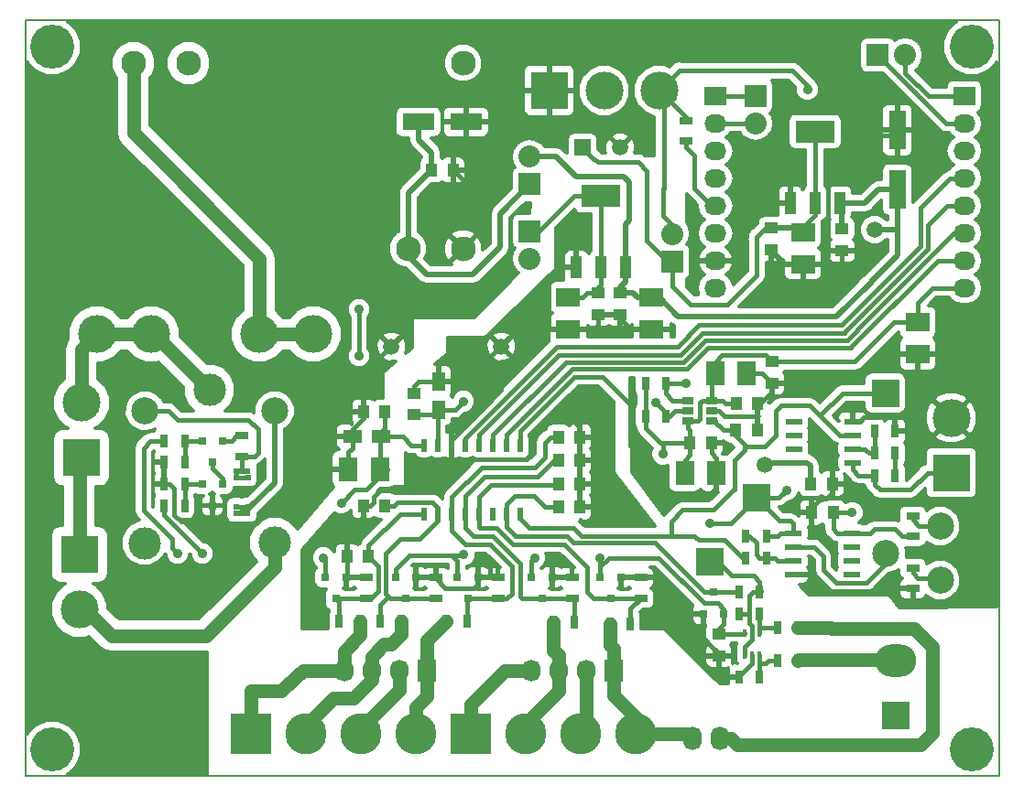
<source format=gbr>
%TF.GenerationSoftware,KiCad,Pcbnew,4.0.2+dfsg1-stable*%
%TF.CreationDate,2019-03-07T19:46:06+01:00*%
%TF.ProjectId,v2,76322E6B696361645F70636200000000,rev?*%
%TF.FileFunction,Copper,L1,Top,Signal*%
%FSLAX46Y46*%
G04 Gerber Fmt 4.6, Leading zero omitted, Abs format (unit mm)*
G04 Created by KiCad (PCBNEW 4.0.2+dfsg1-stable) date czw, 7 mar 2019, 19:46:06*
%MOMM*%
G01*
G04 APERTURE LIST*
%ADD10C,0.100000*%
%ADD11C,0.150000*%
%ADD12R,1.600200X3.599180*%
%ADD13R,3.500000X3.500000*%
%ADD14C,3.500000*%
%ADD15O,2.032000X1.727200*%
%ADD16R,2.032000X1.727200*%
%ADD17C,2.300000*%
%ADD18O,1.700000X2.200000*%
%ADD19O,1.720000X2.200000*%
%ADD20R,2.540000X2.540000*%
%ADD21R,2.230000X1.800000*%
%ADD22R,1.250000X1.000000*%
%ADD23R,1.000000X1.250000*%
%ADD24R,2.999740X1.600200*%
%ADD25R,1.800000X2.230000*%
%ADD26R,1.230000X1.800000*%
%ADD27R,1.800000X1.230000*%
%ADD28R,0.575000X0.600000*%
%ADD29R,1.650000X0.600000*%
%ADD30C,1.500000*%
%ADD31R,2.032000X2.032000*%
%ADD32O,2.032000X2.032000*%
%ADD33O,3.800000X3.000000*%
%ADD34C,3.810000*%
%ADD35R,3.810000X3.810000*%
%ADD36R,0.800100X0.800100*%
%ADD37R,0.700000X1.300000*%
%ADD38R,1.300000X0.700000*%
%ADD39R,1.700000X0.900000*%
%ADD40C,2.500000*%
%ADD41C,3.000000*%
%ADD42C,2.499360*%
%ADD43R,3.657600X2.032000*%
%ADD44R,1.016000X2.032000*%
%ADD45R,0.406400X0.660400*%
%ADD46R,0.508000X1.143000*%
%ADD47R,1.550000X0.600000*%
%ADD48R,1.060000X0.650000*%
%ADD49R,1.727200X2.032000*%
%ADD50O,1.727200X2.032000*%
%ADD51C,4.064000*%
%ADD52R,1.500000X1.500000*%
%ADD53C,0.900000*%
%ADD54C,0.406400*%
%ADD55C,0.457200*%
%ADD56C,0.508000*%
%ADD57C,0.381000*%
%ADD58C,1.270000*%
%ADD59C,1.300000*%
%ADD60C,0.350000*%
G04 APERTURE END LIST*
D10*
D11*
X0Y0D02*
X90000000Y0D01*
X0Y-70000000D02*
X0Y0D01*
X90000000Y-70000000D02*
X0Y-70000000D01*
X90000000Y0D02*
X90000000Y-70000000D01*
D12*
X80620000Y-15720820D03*
X80620000Y-10219180D03*
D13*
X48450500Y-6540500D03*
D14*
X53530500Y-6540500D03*
X58610500Y-6540500D03*
D15*
X63811000Y-24844500D03*
X63811000Y-22304500D03*
X63811000Y-19764500D03*
X63811000Y-17224500D03*
X63811000Y-14684500D03*
X63811000Y-12144500D03*
X63811000Y-9604500D03*
D16*
X63811000Y-7064500D03*
X86811000Y-7064500D03*
D15*
X86811000Y-9604500D03*
X86811000Y-12144500D03*
X86811000Y-14684500D03*
X86811000Y-17224500D03*
X86811000Y-19764500D03*
X86811000Y-22304500D03*
X86811000Y-24844500D03*
D17*
X40480000Y-4000000D03*
X10000000Y-4000000D03*
X15080000Y-4000000D03*
X40480000Y-21180000D03*
X35400000Y-21180000D03*
D18*
X64250000Y-66500000D03*
D19*
X61710000Y-66500000D03*
D13*
X5200000Y-40540000D03*
D14*
X5200000Y-35460000D03*
D13*
X5000000Y-49460000D03*
D14*
X5000000Y-54540000D03*
D20*
X67564000Y-44259500D03*
X79502000Y-34544000D03*
X63246000Y-50165000D03*
D21*
X57895000Y-28618000D03*
X57895000Y-25698000D03*
D22*
X75520000Y-19370000D03*
X75520000Y-21370000D03*
X54995000Y-25258000D03*
X54995000Y-27258000D03*
X68961000Y-19256500D03*
X68961000Y-21256500D03*
X52995000Y-25258000D03*
X52995000Y-27258000D03*
D21*
X71882000Y-22605500D03*
X71882000Y-19685500D03*
X50195000Y-28618000D03*
X50195000Y-25698000D03*
D23*
X37544500Y-13906500D03*
X39544500Y-13906500D03*
D24*
X36344860Y-9461500D03*
X40744140Y-9461500D03*
D23*
X49292000Y-38608000D03*
X51292000Y-38608000D03*
X49292000Y-40767000D03*
X51292000Y-40767000D03*
X49292000Y-42926000D03*
X51292000Y-42926000D03*
X49292000Y-45085000D03*
X51292000Y-45085000D03*
X31258000Y-36296600D03*
X33258000Y-36296600D03*
D25*
X29858000Y-41566000D03*
X32778000Y-41566000D03*
D22*
X35941000Y-34560000D03*
X35941000Y-36560000D03*
D26*
X38227000Y-33488000D03*
X38227000Y-36108000D03*
D27*
X30258000Y-38566000D03*
X32878000Y-38566000D03*
D23*
X65702500Y-35493500D03*
X67702500Y-35493500D03*
X65675000Y-37973000D03*
X67675000Y-37973000D03*
D25*
X66674500Y-32702500D03*
X63754500Y-32702500D03*
D23*
X61420500Y-39179500D03*
X63420500Y-39179500D03*
D25*
X63880500Y-41973500D03*
X60960500Y-41973500D03*
D22*
X69024500Y-31639000D03*
X69024500Y-33639000D03*
D21*
X82486500Y-30924000D03*
X82486500Y-28004000D03*
D22*
X64121000Y-56849000D03*
X64121000Y-58849000D03*
D23*
X72619000Y-42942000D03*
X74619000Y-42942000D03*
X74678000Y-45600000D03*
X72678000Y-45600000D03*
D28*
X20581500Y-42350000D03*
X19506500Y-42350000D03*
X20581500Y-45050000D03*
D29*
X20044000Y-45650000D03*
X20044000Y-41750000D03*
D28*
X19506500Y-45050000D03*
D14*
X21638260Y-29083000D03*
X26636980Y-29083000D03*
X11635740Y-29083000D03*
X6637020Y-29083000D03*
D30*
X33860740Y-30226000D03*
X44020740Y-30226000D03*
D31*
X67500500Y-7048500D03*
D32*
X67500500Y-9588500D03*
D20*
X80500000Y-64340000D03*
D33*
X80500000Y-59260000D03*
D34*
X46228000Y-66040000D03*
X51308000Y-66040000D03*
D35*
X41148000Y-66040000D03*
D34*
X56388000Y-66040000D03*
D13*
X85598000Y-41910000D03*
D14*
X85598000Y-36830000D03*
D31*
X78820000Y-3270000D03*
D32*
X81360000Y-3270000D03*
D36*
X18244000Y-38949240D03*
X16344000Y-38949240D03*
X17294000Y-40948220D03*
X18244000Y-42949240D03*
X16344000Y-42949240D03*
X17294000Y-44948220D03*
D37*
X14744000Y-38950000D03*
X12844000Y-38950000D03*
X14744000Y-44950000D03*
X12844000Y-44950000D03*
X12844000Y-40950000D03*
X14744000Y-40950000D03*
X12844000Y-42950000D03*
X14744000Y-42950000D03*
X40828000Y-55626000D03*
X38928000Y-55626000D03*
X50734000Y-55753000D03*
X48834000Y-55753000D03*
X55941000Y-55880000D03*
X54041000Y-55880000D03*
D38*
X50546000Y-53528000D03*
X50546000Y-51628000D03*
X56896000Y-53528000D03*
X56896000Y-51628000D03*
D39*
X74549000Y-59235000D03*
X74549000Y-56335000D03*
D37*
X69535000Y-59309000D03*
X71435000Y-59309000D03*
X69535000Y-56261000D03*
X71435000Y-56261000D03*
X65979000Y-60833000D03*
X67879000Y-60833000D03*
X65979000Y-54991000D03*
X67879000Y-54991000D03*
X65979000Y-52959000D03*
X67879000Y-52959000D03*
D38*
X61082000Y-9334000D03*
X61082000Y-11234000D03*
X82042000Y-47813000D03*
X82042000Y-45913000D03*
X82042000Y-50739000D03*
X82042000Y-52639000D03*
D37*
X57338000Y-36700000D03*
X59238000Y-36700000D03*
X57338000Y-33652000D03*
X59238000Y-33652000D03*
X80420000Y-38070000D03*
X78520000Y-38070000D03*
X78519000Y-40117000D03*
X80419000Y-40117000D03*
X68514000Y-49784000D03*
X66614000Y-49784000D03*
X68514000Y-47752000D03*
X66614000Y-47752000D03*
X80420000Y-42170000D03*
X78520000Y-42170000D03*
D38*
X20044000Y-38500000D03*
X20044000Y-40400000D03*
D40*
X23068000Y-36176500D03*
D41*
X23068000Y-48376500D03*
X11018000Y-48426500D03*
D40*
X11068000Y-36176500D03*
D41*
X17018000Y-34226500D03*
D42*
X79542640Y-49362360D03*
X84582000Y-51861720D03*
X84582000Y-46863000D03*
D43*
X73025000Y-10350500D03*
D44*
X73025000Y-16954500D03*
X75311000Y-16954500D03*
X70739000Y-16954500D03*
D43*
X53220000Y-16318000D03*
D44*
X53220000Y-22922000D03*
X55506000Y-22922000D03*
X50934000Y-22922000D03*
D45*
X66522600Y-58801000D03*
X67843400Y-58801000D03*
X67183000Y-58801000D03*
X67843400Y-56769000D03*
X66522600Y-56769000D03*
D46*
X36881000Y-39411000D03*
X39421000Y-39411000D03*
X40691000Y-39411000D03*
X41961000Y-39411000D03*
X43231000Y-39411000D03*
X44501000Y-39411000D03*
X45771000Y-39411000D03*
X45771000Y-45761000D03*
X44501000Y-45761000D03*
X43231000Y-45761000D03*
X41961000Y-45761000D03*
X40691000Y-45761000D03*
X39421000Y-45761000D03*
X38151000Y-45761000D03*
X36881000Y-45761000D03*
X38151000Y-39411000D03*
D47*
X76474000Y-40987000D03*
X76474000Y-39717000D03*
X76474000Y-38447000D03*
X76474000Y-37177000D03*
X71074000Y-37177000D03*
X71074000Y-38447000D03*
X71074000Y-39717000D03*
X71074000Y-40987000D03*
X71018000Y-47515000D03*
X71018000Y-48785000D03*
X71018000Y-50055000D03*
X71018000Y-51325000D03*
X76418000Y-51325000D03*
X76418000Y-50055000D03*
X76418000Y-48785000D03*
X76418000Y-47515000D03*
D48*
X63462500Y-37113500D03*
X63462500Y-36163500D03*
X63462500Y-35213500D03*
X61262500Y-35213500D03*
X61262500Y-37113500D03*
X61262500Y-36163500D03*
D36*
X41844000Y-51577240D03*
X39944000Y-51577240D03*
X40894000Y-53576220D03*
X55052000Y-51577240D03*
X53152000Y-51577240D03*
X54102000Y-53576220D03*
X48702000Y-51577240D03*
X46802000Y-51577240D03*
X47752000Y-53576220D03*
X62677000Y-54975760D03*
X64577000Y-54975760D03*
X63627000Y-52976780D03*
D31*
X46620000Y-15220000D03*
D32*
X46620000Y-12680000D03*
D31*
X59817000Y-22352000D03*
D32*
X59817000Y-19812000D03*
D31*
X46620000Y-19570000D03*
D32*
X46620000Y-22110000D03*
D23*
X31734000Y-49657000D03*
X29734000Y-49657000D03*
X33258000Y-44958000D03*
X31258000Y-44958000D03*
D36*
X29652000Y-51577240D03*
X27752000Y-51577240D03*
X28702000Y-53576220D03*
X36129000Y-51577240D03*
X34229000Y-51577240D03*
X35179000Y-53576220D03*
D34*
X25908000Y-66040000D03*
X30988000Y-66040000D03*
D35*
X20828000Y-66040000D03*
D34*
X36068000Y-66040000D03*
D49*
X54356000Y-60198000D03*
D50*
X51816000Y-60198000D03*
X49276000Y-60198000D03*
X46736000Y-60198000D03*
D49*
X37084000Y-60198000D03*
D50*
X34544000Y-60198000D03*
X32004000Y-60198000D03*
X29464000Y-60198000D03*
D37*
X29022000Y-55626000D03*
X30922000Y-55626000D03*
X32832000Y-55626000D03*
X34732000Y-55626000D03*
D38*
X31496000Y-53528000D03*
X31496000Y-51628000D03*
X37973000Y-53528000D03*
X37973000Y-51628000D03*
X43688000Y-53528000D03*
X43688000Y-51628000D03*
D51*
X87500000Y-67500000D03*
X2500000Y-67500000D03*
X2500000Y-2500000D03*
X87500000Y-2500000D03*
D30*
X55020000Y-11820000D03*
D52*
X51520000Y-11820000D03*
D53*
X59550000Y-44850000D03*
X79920000Y-45495000D03*
X74420000Y-25270000D03*
X72820000Y-33970000D03*
D30*
X78520000Y-19420000D03*
X68389500Y-41211500D03*
D53*
X61300000Y-56350000D03*
X36830000Y-41910000D03*
X59182000Y-53721000D03*
X49050000Y-49800000D03*
X42545000Y-49911000D03*
X29718000Y-47498000D03*
X58950000Y-40200000D03*
X29210000Y-44704000D03*
X76431500Y-45600000D03*
X72326500Y-6477000D03*
X40550000Y-49500000D03*
X40513000Y-35306000D03*
X53086000Y-49784000D03*
X47117000Y-49784000D03*
X27559000Y-49784000D03*
X14092000Y-49400000D03*
X30856000Y-31112000D03*
X30856000Y-26794000D03*
X16378000Y-49400000D03*
X63246000Y-46609000D03*
X70358000Y-43561000D03*
X58288000Y-35430000D03*
X61082000Y-33652000D03*
D54*
X60300000Y-44320000D02*
X60080000Y-44320000D01*
X60080000Y-44320000D02*
X59550000Y-44850000D01*
X58170000Y-42450000D02*
X58170000Y-42470000D01*
X58170000Y-42470000D02*
X60020000Y-44320000D01*
X40744140Y-9461500D02*
X43211500Y-9461500D01*
X44200000Y-6540500D02*
X44200000Y-6350000D01*
X44200000Y-8473000D02*
X44200000Y-6540500D01*
X43211500Y-9461500D02*
X44200000Y-8473000D01*
X40480000Y-21180000D02*
X40430000Y-21180000D01*
X40430000Y-21180000D02*
X38900000Y-19650000D01*
X38900000Y-18500000D02*
X40480000Y-16920000D01*
X38900000Y-19650000D02*
X38900000Y-18500000D01*
X40744140Y-9461500D02*
X41088500Y-9461500D01*
X44200000Y-6350000D02*
X44009500Y-6540500D01*
X44009500Y-6540500D02*
X48450500Y-6540500D01*
X40480000Y-16920000D02*
X40480000Y-14842000D01*
X40480000Y-14842000D02*
X39544500Y-13906500D01*
X51748000Y-10220000D02*
X53420000Y-10220000D01*
X53420000Y-10220000D02*
X55020000Y-11820000D01*
X55320000Y-11820000D02*
X55252000Y-11820000D01*
X33860740Y-30226000D02*
X33774000Y-30226000D01*
X33774000Y-30226000D02*
X31258000Y-32742000D01*
X31258000Y-32742000D02*
X31258000Y-36296600D01*
X33860740Y-30226000D02*
X33780000Y-30226000D01*
X48450500Y-6540500D02*
X48450500Y-3494500D01*
X49145000Y-2800000D02*
X52600000Y-2800000D01*
X48450500Y-3494500D02*
X49145000Y-2800000D01*
X81910000Y-36770000D02*
X81910000Y-35938000D01*
X81910000Y-35938000D02*
X83308000Y-34540000D01*
X88011000Y-46098000D02*
X88011000Y-45077000D01*
X88514000Y-39746000D02*
X85598000Y-36830000D01*
X88514000Y-44574000D02*
X88514000Y-39746000D01*
X88011000Y-45077000D02*
X88514000Y-44574000D01*
X82042000Y-52639000D02*
X82042000Y-53596000D01*
X88011000Y-52189000D02*
X88011000Y-50927000D01*
X86228000Y-53972000D02*
X88011000Y-52189000D01*
X82418000Y-53972000D02*
X86228000Y-53972000D01*
X82042000Y-53596000D02*
X82418000Y-53972000D01*
X60020000Y-44320000D02*
X60300000Y-44320000D01*
X60300000Y-44320000D02*
X62860000Y-44320000D01*
X62860000Y-44320000D02*
X63880500Y-43299500D01*
X63880500Y-43299500D02*
X63880500Y-41973500D01*
X48450500Y-6540500D02*
X48859500Y-6540500D01*
X59675000Y-2800000D02*
X60645000Y-3770000D01*
D55*
X61200000Y-3770000D02*
X72445000Y-3770000D01*
X60645000Y-3770000D02*
X61200000Y-3770000D01*
X72445000Y-3770000D02*
X74485500Y-5810500D01*
X74485500Y-5810500D02*
X74485500Y-8128000D01*
D54*
X52600000Y-2800000D02*
X59675000Y-2800000D01*
X71018000Y-51325000D02*
X72915000Y-51325000D01*
X80711000Y-52639000D02*
X82042000Y-52639000D01*
X80518000Y-52832000D02*
X80711000Y-52639000D01*
X74422000Y-52832000D02*
X80518000Y-52832000D01*
X72915000Y-51325000D02*
X74422000Y-52832000D01*
X39544500Y-13906500D02*
X39544500Y-12435500D01*
X40744140Y-11235860D02*
X40744140Y-9461500D01*
X39544500Y-12435500D02*
X40744140Y-11235860D01*
X79920000Y-45495000D02*
X80108000Y-45495000D01*
X87122000Y-44577000D02*
X88011000Y-45466000D01*
X81026000Y-44577000D02*
X87122000Y-44577000D01*
X80108000Y-45495000D02*
X81026000Y-44577000D01*
X88011000Y-50927000D02*
X88011000Y-46098000D01*
X88011000Y-46098000D02*
X88011000Y-45466000D01*
X79920000Y-45495000D02*
X78642000Y-45495000D01*
X78642000Y-45495000D02*
X76089000Y-42942000D01*
X31258000Y-36296600D02*
X31258000Y-36839400D01*
X31258000Y-36839400D02*
X30258000Y-37839400D01*
X30258000Y-37839400D02*
X30258000Y-38566000D01*
X45771000Y-39411000D02*
X45771000Y-38040688D01*
X45771000Y-38040688D02*
X50791688Y-33020000D01*
X50791688Y-33020000D02*
X53340000Y-33020000D01*
X53340000Y-33020000D02*
X55880000Y-35560000D01*
X55880000Y-35560000D02*
X55880000Y-39370000D01*
X55880000Y-39370000D02*
X58170000Y-41660000D01*
X58170000Y-41660000D02*
X58170000Y-42450000D01*
X72820000Y-33970000D02*
X73270000Y-33970000D01*
X78941000Y-30924000D02*
X82486500Y-30924000D01*
X77295000Y-32570000D02*
X78941000Y-30924000D01*
X74670000Y-32570000D02*
X77295000Y-32570000D01*
X73270000Y-33970000D02*
X74670000Y-32570000D01*
X17294000Y-44948220D02*
X17294000Y-45946000D01*
X13350000Y-42950000D02*
X12844000Y-42950000D01*
X13795000Y-43395000D02*
X13350000Y-42950000D01*
X13795000Y-45837378D02*
X13795000Y-43395000D01*
X14427622Y-46470000D02*
X13795000Y-45837378D01*
X16770000Y-46470000D02*
X14427622Y-46470000D01*
X17294000Y-45946000D02*
X16770000Y-46470000D01*
X80420000Y-38070000D02*
X80420000Y-37045000D01*
X80420000Y-37045000D02*
X80145000Y-36770000D01*
X76474000Y-37177000D02*
X77138000Y-37177000D01*
X77138000Y-37177000D02*
X77545000Y-36770000D01*
X77545000Y-36770000D02*
X80145000Y-36770000D01*
X80145000Y-36770000D02*
X81910000Y-36770000D01*
X85538000Y-36770000D02*
X85598000Y-36830000D01*
D55*
X48450500Y-6540500D02*
X48549500Y-6540500D01*
X76520000Y-10720000D02*
X80119180Y-10720000D01*
X80119180Y-10720000D02*
X80620000Y-10219180D01*
X70739000Y-16954500D02*
X70739000Y-14014000D01*
X70739000Y-14014000D02*
X70231000Y-13506000D01*
X85855000Y-36830000D02*
X85598000Y-36830000D01*
X74619000Y-42942000D02*
X76089000Y-42942000D01*
X17294000Y-44948220D02*
X17294000Y-45819000D01*
X26349000Y-41566000D02*
X29858000Y-41566000D01*
X21345000Y-46570000D02*
X26349000Y-41566000D01*
X18045000Y-46570000D02*
X21345000Y-46570000D01*
X17294000Y-45819000D02*
X18045000Y-46570000D01*
D56*
X74420000Y-25270000D02*
X72595000Y-25270000D01*
X71882000Y-24557000D02*
X71882000Y-22605500D01*
X72595000Y-25270000D02*
X71882000Y-24557000D01*
D55*
X71882000Y-22605500D02*
X73459500Y-22605500D01*
X73459500Y-22605500D02*
X74170000Y-21895000D01*
X74170000Y-21895000D02*
X74170000Y-14795000D01*
X74170000Y-14795000D02*
X76520000Y-12445000D01*
X76520000Y-12445000D02*
X76520000Y-10720000D01*
X76520000Y-10720000D02*
X76520000Y-9270000D01*
D56*
X71882000Y-22605500D02*
X70230500Y-22605500D01*
X68961000Y-21256500D02*
X68961000Y-21336000D01*
X68961000Y-21336000D02*
X70230500Y-22605500D01*
X74420000Y-25270000D02*
X74420000Y-24520000D01*
D57*
X72820000Y-33970000D02*
X72489000Y-33639000D01*
X72489000Y-33639000D02*
X69024500Y-33639000D01*
D56*
X74420000Y-24520000D02*
X75520000Y-23420000D01*
D54*
X75520000Y-23420000D02*
X75520000Y-21370000D01*
D55*
X63420500Y-39179500D02*
X63420500Y-40120500D01*
X63420500Y-40120500D02*
X63880500Y-40580500D01*
X63880500Y-40580500D02*
X63880500Y-41973500D01*
X48450500Y-9450500D02*
X48450500Y-6540500D01*
X51748000Y-10220000D02*
X49220000Y-10220000D01*
X49220000Y-10220000D02*
X48450500Y-9450500D01*
D57*
X75520000Y-8270000D02*
X75520000Y-8273500D01*
X75520000Y-8273500D02*
X75374500Y-8128000D01*
D55*
X75374500Y-8128000D02*
X74485500Y-8128000D01*
X76520000Y-9270000D02*
X75520000Y-8270000D01*
X70231000Y-9080500D02*
X70231000Y-13506000D01*
X71183500Y-8128000D02*
X70231000Y-9080500D01*
X74485500Y-8128000D02*
X71183500Y-8128000D01*
X63811000Y-22304500D02*
X65325500Y-22304500D01*
X68326000Y-16954500D02*
X70739000Y-16954500D01*
X66230500Y-19050000D02*
X68326000Y-16954500D01*
X66230500Y-21399500D02*
X66230500Y-19050000D01*
X65325500Y-22304500D02*
X66230500Y-21399500D01*
D57*
X85598000Y-36830000D02*
X86423500Y-36830000D01*
X82486500Y-30924000D02*
X82486500Y-33718500D01*
X82486500Y-33718500D02*
X83308000Y-34540000D01*
X83308000Y-34540000D02*
X85598000Y-36830000D01*
X66674500Y-32702500D02*
X68088000Y-32702500D01*
X68088000Y-32702500D02*
X69024500Y-33639000D01*
X67702500Y-35493500D02*
X67948000Y-35493500D01*
X67948000Y-35493500D02*
X69024500Y-34417000D01*
X69024500Y-34417000D02*
X69024500Y-33639000D01*
X67675000Y-37973000D02*
X67675000Y-35521000D01*
X67675000Y-35521000D02*
X67702500Y-35493500D01*
X68961000Y-21336000D02*
X70230500Y-22605500D01*
X41275000Y-8930640D02*
X40744140Y-9461500D01*
X63462500Y-36163500D02*
X64103500Y-36163500D01*
X67646623Y-36874377D02*
X67646623Y-36874378D01*
X67475246Y-36703000D02*
X67646623Y-36874377D01*
X64643000Y-36703000D02*
X67475246Y-36703000D01*
X64103500Y-36163500D02*
X64643000Y-36703000D01*
X67646623Y-36874378D02*
X67605000Y-37903000D01*
X67605000Y-37903000D02*
X67675000Y-37973000D01*
X72678000Y-45600000D02*
X72678000Y-45178000D01*
X72678000Y-45178000D02*
X73533000Y-44323000D01*
X73533000Y-44323000D02*
X74041000Y-44323000D01*
X74041000Y-44323000D02*
X74619000Y-43745000D01*
X74619000Y-43745000D02*
X74619000Y-42942000D01*
X12844000Y-40950000D02*
X12844000Y-42950000D01*
X17082700Y-44948200D02*
X17189100Y-44948200D01*
X17294000Y-44948200D02*
X17189100Y-44948200D01*
X29877600Y-40006200D02*
X29858000Y-40006200D01*
D55*
X30258000Y-39625800D02*
X29877600Y-40006200D01*
X29858000Y-41566000D02*
X29858000Y-40006200D01*
D57*
X67702500Y-35493500D02*
X67427000Y-35493500D01*
D55*
X30258000Y-39095900D02*
X30258000Y-39625800D01*
D57*
X30258000Y-39095900D02*
X30258000Y-38566000D01*
X71548500Y-51325000D02*
X71018000Y-51325000D01*
X63420500Y-39179500D02*
X63420500Y-39714400D01*
X45771000Y-39685900D02*
X45771000Y-39411000D01*
D56*
X71074000Y-40987000D02*
X72293800Y-40987000D01*
X72619000Y-42942000D02*
X72619000Y-41312200D01*
X72619000Y-41312200D02*
X72578800Y-41272000D01*
X72578800Y-41272000D02*
X72293800Y-40987000D01*
X71074000Y-40987000D02*
X68614000Y-40987000D01*
X68614000Y-40987000D02*
X68389500Y-41211500D01*
D54*
X23068000Y-36176500D02*
X24021500Y-36176500D01*
D56*
X80620000Y-19420000D02*
X78520000Y-19420000D01*
D54*
X78150000Y-24290000D02*
X78150000Y-24270000D01*
D56*
X80620000Y-21800000D02*
X80620000Y-19420000D01*
X80620000Y-19420000D02*
X80620000Y-15720820D01*
X78150000Y-24270000D02*
X80620000Y-21800000D01*
X75311000Y-16954500D02*
X77615500Y-16954500D01*
X77615500Y-16954500D02*
X78849180Y-15720820D01*
X78849180Y-15720820D02*
X80620000Y-15720820D01*
X55506000Y-22922000D02*
X55506000Y-18884000D01*
X48395000Y-12680000D02*
X46620000Y-12680000D01*
X49105000Y-12680000D02*
X48395000Y-12680000D01*
X50920000Y-14495000D02*
X49105000Y-12680000D01*
X55320000Y-14495000D02*
X50920000Y-14495000D01*
X55845000Y-15020000D02*
X55320000Y-14495000D01*
X55845000Y-18545000D02*
X55845000Y-15020000D01*
X55506000Y-18884000D02*
X55845000Y-18545000D01*
D55*
X54995000Y-25258000D02*
X54995000Y-24795000D01*
D56*
X54995000Y-24795000D02*
X55506000Y-24284000D01*
X55506000Y-24284000D02*
X55506000Y-22922000D01*
D55*
X55506000Y-22922000D02*
X55506000Y-23713000D01*
D56*
X57895000Y-25698000D02*
X56623000Y-25698000D01*
X56183000Y-25258000D02*
X54995000Y-25258000D01*
X56623000Y-25698000D02*
X56183000Y-25258000D01*
D55*
X57895000Y-25698000D02*
X58598000Y-25698000D01*
D56*
X58598000Y-25698000D02*
X60357398Y-27457398D01*
X74982602Y-27457398D02*
X78150000Y-24290000D01*
X60357398Y-27457398D02*
X74982602Y-27457398D01*
X75520000Y-19370000D02*
X75520000Y-17163500D01*
X75520000Y-17163500D02*
X75311000Y-16954500D01*
D57*
X75520000Y-17163500D02*
X75311000Y-16954500D01*
X68614000Y-40987000D02*
X68389500Y-41211500D01*
X57895000Y-25698000D02*
X58083000Y-25698000D01*
X20044000Y-45275500D02*
X20637500Y-45275500D01*
D56*
X20637500Y-45275500D02*
X23068000Y-42845000D01*
X23068000Y-42845000D02*
X23068000Y-36176500D01*
D57*
X46620000Y-12680000D02*
X47255000Y-12680000D01*
X20044000Y-45650000D02*
X20044000Y-45615000D01*
X20044000Y-45650000D02*
X20044000Y-45275500D01*
X20044000Y-45275500D02*
X20044000Y-45050000D01*
X19506500Y-45050000D02*
X20044000Y-45050000D01*
X20044000Y-45050000D02*
X20581500Y-45050000D01*
X71525100Y-40987000D02*
X72004000Y-40987000D01*
X72004000Y-40987000D02*
X72293800Y-40987000D01*
X71525100Y-40987000D02*
X71074000Y-40987000D01*
X72619000Y-41312200D02*
X72293800Y-40987000D01*
X22986000Y-36160000D02*
X22986000Y-37259300D01*
D54*
X62677000Y-56400000D02*
X61350000Y-56400000D01*
X61350000Y-56400000D02*
X61300000Y-56350000D01*
X59182000Y-53721000D02*
X59182000Y-53718000D01*
X59182000Y-53718000D02*
X59800000Y-53100000D01*
X58300000Y-51628000D02*
X58328000Y-51628000D01*
D57*
X56896000Y-51628000D02*
X58300000Y-51628000D01*
D54*
X58328000Y-51628000D02*
X59800000Y-53100000D01*
X61675760Y-54975760D02*
X62677000Y-54975760D01*
X59800000Y-53100000D02*
X61675760Y-54975760D01*
X40508000Y-33652000D02*
X44020740Y-33652000D01*
X44020740Y-33652000D02*
X44064000Y-33652000D01*
X44064000Y-33652000D02*
X44020740Y-33652000D01*
X44020740Y-30226000D02*
X43934000Y-30226000D01*
X43934000Y-30226000D02*
X40508000Y-33652000D01*
X40508000Y-33652000D02*
X40672000Y-33488000D01*
X38354000Y-42164000D02*
X37084000Y-42164000D01*
D57*
X37084000Y-42164000D02*
X36830000Y-41910000D01*
D54*
X64121000Y-58849000D02*
X64121000Y-58612800D01*
X64121000Y-58612800D02*
X63412400Y-57904200D01*
D57*
X62677000Y-57168800D02*
X62677000Y-56400000D01*
X63412400Y-57904200D02*
X62677000Y-57168800D01*
D54*
X38227000Y-33488000D02*
X40672000Y-33488000D01*
X35941000Y-34560000D02*
X35941000Y-33909000D01*
X35941000Y-33909000D02*
X36362000Y-33488000D01*
X36362000Y-33488000D02*
X38227000Y-33488000D01*
X39421000Y-39411000D02*
X39421000Y-38858406D01*
X39421000Y-38858406D02*
X41933703Y-36345703D01*
X41933703Y-36345703D02*
X42087006Y-36192400D01*
X42087006Y-36192400D02*
X44020740Y-34258666D01*
X44020740Y-34258666D02*
X44020740Y-33652000D01*
X37973000Y-51628000D02*
X37973000Y-51698000D01*
X37973000Y-51698000D02*
X38845000Y-52570000D01*
X41844000Y-52171000D02*
X41844000Y-51577240D01*
X41445000Y-52570000D02*
X41844000Y-52171000D01*
X38845000Y-52570000D02*
X41445000Y-52570000D01*
D55*
X50934000Y-22922000D02*
X49668000Y-22922000D01*
X48420000Y-24170000D02*
X48420000Y-28618000D01*
X49668000Y-22922000D02*
X48420000Y-24170000D01*
X50934000Y-22922000D02*
X50934000Y-23343000D01*
X50195000Y-28618000D02*
X52622000Y-28618000D01*
X52995000Y-28245000D02*
X52995000Y-27258000D01*
X52622000Y-28618000D02*
X52995000Y-28245000D01*
X54995000Y-27258000D02*
X54995000Y-27620000D01*
X54995000Y-27620000D02*
X55993000Y-28618000D01*
X55993000Y-28618000D02*
X57895000Y-28618000D01*
D57*
X31258000Y-44958000D02*
X31877000Y-44958000D01*
X32194500Y-44132500D02*
X32766000Y-43561000D01*
X32194500Y-44640500D02*
X32194500Y-44132500D01*
X31877000Y-44958000D02*
X32194500Y-44640500D01*
X39421000Y-41021000D02*
X40005000Y-41021000D01*
X51292000Y-37703000D02*
X51292000Y-38608000D01*
X50546000Y-36957000D02*
X51292000Y-37703000D01*
X48387000Y-36957000D02*
X50546000Y-36957000D01*
X46990000Y-38354000D02*
X48387000Y-36957000D01*
X46990000Y-40005000D02*
X46990000Y-38354000D01*
X46355000Y-40640000D02*
X46990000Y-40005000D01*
X40386000Y-40640000D02*
X46355000Y-40640000D01*
X40005000Y-41021000D02*
X40386000Y-40640000D01*
X39421000Y-41097000D02*
X39421000Y-41021000D01*
X39421000Y-41021000D02*
X39421000Y-39411000D01*
X36957000Y-43561000D02*
X38354000Y-42164000D01*
X38354000Y-42164000D02*
X39421000Y-41097000D01*
X32766000Y-43561000D02*
X36957000Y-43561000D01*
X31258000Y-44958000D02*
X31258000Y-45958000D01*
X31258000Y-45958000D02*
X29718000Y-47498000D01*
X55052000Y-51577240D02*
X56845240Y-51577240D01*
X56845240Y-51577240D02*
X56896000Y-51628000D01*
D54*
X50546000Y-51628000D02*
X48752760Y-51628000D01*
D57*
X48752760Y-51628000D02*
X48702000Y-51577240D01*
X39421000Y-39411000D02*
X39421000Y-39055972D01*
X43942000Y-30304740D02*
X44020740Y-30226000D01*
D55*
X50195000Y-28618000D02*
X48420000Y-28618000D01*
X48420000Y-28618000D02*
X45628740Y-28618000D01*
D57*
X45628740Y-28618000D02*
X44020740Y-30226000D01*
X64121000Y-58849000D02*
X64121000Y-60311000D01*
X64643000Y-60833000D02*
X65979000Y-60833000D01*
X64121000Y-60311000D02*
X64643000Y-60833000D01*
X67183000Y-58801000D02*
X67183000Y-59563000D01*
X67183000Y-59563000D02*
X65979000Y-60767000D01*
X65979000Y-60767000D02*
X65979000Y-60833000D01*
X56845240Y-51577240D02*
X56896000Y-51628000D01*
D55*
X51292000Y-40767000D02*
X51292000Y-42926000D01*
X51292000Y-38608000D02*
X51292000Y-40767000D01*
X51292000Y-45085000D02*
X51292000Y-42926000D01*
D54*
X48702000Y-51577240D02*
X48730000Y-50120000D01*
D57*
X48730000Y-50120000D02*
X49050000Y-49800000D01*
X48702000Y-51577240D02*
X50495240Y-51577240D01*
X50495240Y-51577240D02*
X50546000Y-51628000D01*
D54*
X42926000Y-51628000D02*
X42926000Y-50292000D01*
D57*
X42926000Y-50292000D02*
X42545000Y-49911000D01*
D55*
X29734000Y-47514000D02*
X29734000Y-49657000D01*
D57*
X29718000Y-47498000D02*
X29734000Y-47514000D01*
X43688000Y-51628000D02*
X42926000Y-51628000D01*
D54*
X42926000Y-51628000D02*
X41894760Y-51628000D01*
D57*
X41894760Y-51628000D02*
X41844000Y-51577240D01*
D55*
X29734000Y-49657000D02*
X29734000Y-51495240D01*
D57*
X29734000Y-51495240D02*
X29652000Y-51577240D01*
D55*
X31496000Y-51628000D02*
X29702760Y-51628000D01*
D57*
X29702760Y-51628000D02*
X29652000Y-51577240D01*
D55*
X37973000Y-51628000D02*
X36179760Y-51628000D01*
D57*
X36179760Y-51628000D02*
X36129000Y-51577240D01*
X52995000Y-27258000D02*
X54995000Y-27258000D01*
X50195000Y-28618000D02*
X50195000Y-27945600D01*
X62677000Y-56400000D02*
X62677000Y-54975800D01*
D54*
X58950000Y-39179500D02*
X58950000Y-40200000D01*
D57*
X32778000Y-42215500D02*
X31496000Y-43497500D01*
X31496000Y-43497500D02*
X30416500Y-43497500D01*
X30416500Y-43497500D02*
X29210000Y-44704000D01*
D55*
X76431500Y-45600000D02*
X74678000Y-45600000D01*
D54*
X60350000Y-39179500D02*
X58950000Y-39179500D01*
X58950000Y-39179500D02*
X58735500Y-39179500D01*
X58735500Y-39179500D02*
X57338000Y-37782000D01*
X61082000Y-9334000D02*
X61082000Y-9012000D01*
X61082000Y-9012000D02*
X58610500Y-6540500D01*
X57338000Y-37782000D02*
X57338000Y-36700000D01*
X57338000Y-33652000D02*
X57338000Y-36700000D01*
X59032500Y-15400000D02*
X59032500Y-6962500D01*
X59032500Y-6962500D02*
X58610500Y-6540500D01*
X82486500Y-28004000D02*
X82486500Y-26193500D01*
X83835500Y-24844500D02*
X86811000Y-24844500D01*
X82486500Y-26193500D02*
X83835500Y-24844500D01*
X82042000Y-47813000D02*
X81083000Y-47813000D01*
X81083000Y-47813000D02*
X80387000Y-47117000D01*
X76418000Y-47515000D02*
X78088000Y-47515000D01*
X78088000Y-47515000D02*
X78486000Y-47117000D01*
X78486000Y-47117000D02*
X80387000Y-47117000D01*
X34883000Y-38566000D02*
X32878000Y-38566000D01*
X32878000Y-38566000D02*
X32878000Y-38191200D01*
X32878000Y-38191200D02*
X33258000Y-37811200D01*
X33258000Y-37811200D02*
X33258000Y-36296600D01*
D55*
X58240500Y-6540500D02*
X58610500Y-6540500D01*
X59032500Y-15582500D02*
X59032500Y-15400000D01*
X59817000Y-19812000D02*
X59817000Y-18992000D01*
X59817000Y-18992000D02*
X58995000Y-18170000D01*
X58995000Y-15620000D02*
X59032500Y-15582500D01*
X58995000Y-18170000D02*
X58995000Y-15620000D01*
D57*
X72326500Y-6477000D02*
X72326500Y-6101500D01*
D55*
X60456000Y-4695000D02*
X58610500Y-6540500D01*
X70920000Y-4695000D02*
X60456000Y-4695000D01*
X72326500Y-6101500D02*
X70920000Y-4695000D01*
X61262500Y-37113500D02*
X61262500Y-37787500D01*
X61420500Y-37945500D02*
X61420500Y-39179500D01*
X61262500Y-37787500D02*
X61420500Y-37945500D01*
D57*
X63462500Y-35213500D02*
X63462500Y-32994500D01*
X63462500Y-32994500D02*
X63754500Y-32702500D01*
X61262500Y-37113500D02*
X62176500Y-37113500D01*
X62576500Y-35213500D02*
X63462500Y-35213500D01*
X62370000Y-35420000D02*
X62576500Y-35213500D01*
X62370000Y-36920000D02*
X62370000Y-35420000D01*
X62176500Y-37113500D02*
X62370000Y-36920000D01*
D55*
X60960500Y-41973500D02*
X60960500Y-40729500D01*
X60960500Y-40729500D02*
X61420500Y-40269500D01*
X61420500Y-40269500D02*
X61420500Y-39179500D01*
D57*
X59817000Y-19812000D02*
X59512000Y-19812000D01*
X59817000Y-19812000D02*
X59817000Y-19367000D01*
X32778000Y-41566000D02*
X32778000Y-42215500D01*
X61420500Y-39179500D02*
X60350000Y-39179500D01*
D55*
X69024500Y-31639000D02*
X76692000Y-31639000D01*
X80327000Y-28004000D02*
X82486500Y-28004000D01*
X76692000Y-31639000D02*
X80327000Y-28004000D01*
D57*
X63754500Y-32702500D02*
X63754500Y-31686002D01*
X63754500Y-31686002D02*
X64389002Y-31051500D01*
X64389002Y-31051500D02*
X68437000Y-31051500D01*
X68437000Y-31051500D02*
X69024500Y-31639000D01*
X59817000Y-19812000D02*
X59372500Y-19812000D01*
X58610500Y-6540500D02*
X59245500Y-6540500D01*
D55*
X74678000Y-45600000D02*
X74678000Y-47119000D01*
X74678000Y-47119000D02*
X75074000Y-47515000D01*
X75074000Y-47515000D02*
X76418000Y-47515000D01*
X32778000Y-41566000D02*
X32778000Y-38666000D01*
D57*
X32778000Y-38666000D02*
X32878000Y-38566000D01*
X32878000Y-38566000D02*
X33550400Y-38566000D01*
X65702500Y-35493500D02*
X64757700Y-35493500D01*
X61262500Y-37113500D02*
X61346600Y-37113500D01*
X63462500Y-35213500D02*
X63754500Y-35213500D01*
X64477700Y-35213500D02*
X64757700Y-35493500D01*
X63754500Y-35213500D02*
X64477700Y-35213500D01*
X61420500Y-39073600D02*
X61420500Y-39179500D01*
X75808100Y-47515000D02*
X76418000Y-47515000D01*
X33450400Y-41566000D02*
X32778000Y-41566000D01*
D54*
X36881000Y-39411000D02*
X35728000Y-39411000D01*
X35728000Y-39411000D02*
X34883000Y-38566000D01*
X53152000Y-51100000D02*
X53152000Y-50598000D01*
X53152000Y-50598000D02*
X53966000Y-49784000D01*
X40520000Y-49530000D02*
X39370000Y-49530000D01*
X40550000Y-49500000D02*
X40520000Y-49530000D01*
X34229000Y-50861000D02*
X34229000Y-50821000D01*
D55*
X34229000Y-51577240D02*
X34229000Y-50861000D01*
X36500000Y-49530000D02*
X39370000Y-49530000D01*
D54*
X34229000Y-50821000D02*
X35500000Y-49550000D01*
X35500000Y-49550000D02*
X36500000Y-49550000D01*
X36500000Y-49550000D02*
X36500000Y-49530000D01*
X38227000Y-36108000D02*
X39711000Y-36108000D01*
X39711000Y-36108000D02*
X40513000Y-35306000D01*
X35941000Y-36560000D02*
X37775000Y-36560000D01*
X37775000Y-36560000D02*
X38227000Y-36108000D01*
X38151000Y-39411000D02*
X38151000Y-36184000D01*
X38151000Y-36184000D02*
X38227000Y-36108000D01*
D55*
X47053500Y-22543500D02*
X46620000Y-22110000D01*
D57*
X64121000Y-56849000D02*
X66429498Y-56849000D01*
X66429498Y-56849000D02*
X66509498Y-56769000D01*
X66509498Y-56769000D02*
X66522600Y-56769000D01*
X64121000Y-56849000D02*
X64121000Y-56369000D01*
X64121000Y-56369000D02*
X64577000Y-55913000D01*
X64577000Y-55913000D02*
X64577000Y-54975760D01*
X64577000Y-54975760D02*
X64577000Y-54544000D01*
X64577000Y-54544000D02*
X64008000Y-53975000D01*
X64008000Y-53975000D02*
X62738000Y-53975000D01*
X62738000Y-53975000D02*
X58547000Y-49784000D01*
X58547000Y-49784000D02*
X53966000Y-49784000D01*
D54*
X53152000Y-51577240D02*
X53152000Y-51100000D01*
X53152000Y-51100000D02*
X53152000Y-49850000D01*
D57*
X53152000Y-49850000D02*
X53086000Y-49784000D01*
X46802000Y-50099000D02*
X46802000Y-51577240D01*
X47117000Y-49784000D02*
X46802000Y-50099000D01*
X39944000Y-50104000D02*
X39944000Y-50419000D01*
X39370000Y-49530000D02*
X39944000Y-50104000D01*
X39944000Y-50419000D02*
X39944000Y-51577240D01*
D55*
X27752000Y-49977000D02*
X27752000Y-51577240D01*
D57*
X27559000Y-49784000D02*
X27752000Y-49977000D01*
X38151000Y-39155800D02*
X38151000Y-39411000D01*
X64577000Y-55239300D02*
X64577000Y-54975800D01*
X45720000Y-43053000D02*
X49165000Y-43053000D01*
X49165000Y-43053000D02*
X49292000Y-42926000D01*
X49165000Y-43053000D02*
X49292000Y-42926000D01*
X41961000Y-44145000D02*
X41961000Y-45761000D01*
X43053000Y-43053000D02*
X41961000Y-44145000D01*
X45720000Y-43053000D02*
X43053000Y-43053000D01*
X54102000Y-53576220D02*
X52560220Y-53576220D01*
X41961000Y-46914000D02*
X41961000Y-45761000D01*
X42037000Y-46990000D02*
X41961000Y-46914000D01*
X43561000Y-46990000D02*
X42037000Y-46990000D01*
X45085000Y-48514000D02*
X43561000Y-46990000D01*
X49784000Y-48514000D02*
X45085000Y-48514000D01*
X51943000Y-50673000D02*
X49784000Y-48514000D01*
X51943000Y-52959000D02*
X51943000Y-50673000D01*
X52560220Y-53576220D02*
X51943000Y-52959000D01*
X54102000Y-53576220D02*
X56847780Y-53576220D01*
X56847780Y-53576220D02*
X56896000Y-53528000D01*
X55941000Y-55880000D02*
X55941000Y-54483000D01*
X55941000Y-54483000D02*
X56896000Y-53528000D01*
X44501000Y-45761000D02*
X44501000Y-44839000D01*
X45271000Y-44069000D02*
X46990000Y-44069000D01*
X44501000Y-44839000D02*
X45271000Y-44069000D01*
X63627000Y-52976780D02*
X62755780Y-52976780D01*
X44501000Y-46914000D02*
X44501000Y-45761000D01*
X45339000Y-47752000D02*
X44501000Y-46914000D01*
X50038000Y-47752000D02*
X45339000Y-47752000D01*
X50673002Y-48387002D02*
X50038000Y-47752000D01*
X58166002Y-48387002D02*
X50673002Y-48387002D01*
X62755780Y-52976780D02*
X58166002Y-48387002D01*
X63627000Y-52976780D02*
X65961220Y-52976780D01*
X65961220Y-52976780D02*
X65979000Y-52959000D01*
X46990000Y-44069000D02*
X48006000Y-45085000D01*
X48006000Y-45085000D02*
X49292000Y-45085000D01*
X65508000Y-43458000D02*
X65507000Y-43458000D01*
X59695000Y-46420000D02*
X59695000Y-47752000D01*
X60745000Y-45370000D02*
X59695000Y-46420000D01*
X63595000Y-45370000D02*
X60745000Y-45370000D01*
X65507000Y-43458000D02*
X63595000Y-45370000D01*
X58470000Y-47752000D02*
X59695000Y-47752000D01*
X57912000Y-47752000D02*
X58470000Y-47752000D01*
X59695000Y-47752000D02*
X61852000Y-47752000D01*
X62233000Y-48133000D02*
X64643000Y-48133000D01*
X64643000Y-48133000D02*
X66294000Y-49784000D01*
X61852000Y-47752000D02*
X62233000Y-48133000D01*
X66294000Y-49784000D02*
X66614000Y-49784000D01*
X66484500Y-39306500D02*
X66484500Y-39814500D01*
X65532000Y-43434000D02*
X65508000Y-43458000D01*
X65532000Y-40767000D02*
X65532000Y-43434000D01*
X66484500Y-39814500D02*
X65532000Y-40767000D01*
X79502000Y-34544000D02*
X75565000Y-34544000D01*
X75565000Y-34544000D02*
X73469500Y-36639500D01*
X65675000Y-37973000D02*
X65675000Y-38497000D01*
X65675000Y-38497000D02*
X66484500Y-39306500D01*
X66484500Y-39306500D02*
X66675000Y-39497000D01*
X75277000Y-38447000D02*
X76474000Y-38447000D01*
X72517000Y-35687000D02*
X73469500Y-36639500D01*
X73469500Y-36639500D02*
X75277000Y-38447000D01*
X69850000Y-35687000D02*
X72517000Y-35687000D01*
X69342000Y-36195000D02*
X69850000Y-35687000D01*
X69342000Y-38481000D02*
X69342000Y-36195000D01*
X68326000Y-39497000D02*
X69342000Y-38481000D01*
X66675000Y-39497000D02*
X67564000Y-39497000D01*
X67564000Y-39497000D02*
X68326000Y-39497000D01*
X63462500Y-37113500D02*
X63656500Y-37113500D01*
X63656500Y-37113500D02*
X64516000Y-37973000D01*
X64516000Y-37973000D02*
X65675000Y-37973000D01*
X55880000Y-47752000D02*
X57912000Y-47752000D01*
X51435000Y-47752000D02*
X55880000Y-47752000D01*
X50673000Y-46990000D02*
X51435000Y-47752000D01*
X46609000Y-46990000D02*
X50673000Y-46990000D01*
X45771000Y-46152000D02*
X46609000Y-46990000D01*
X45771000Y-45761000D02*
X45771000Y-46152000D01*
X63755000Y-37113500D02*
X63729800Y-37113500D01*
X63462500Y-37113500D02*
X63729800Y-37113500D01*
D58*
X21638260Y-29083000D02*
X21638260Y-22088260D01*
X10000000Y-10450000D02*
X10000000Y-4000000D01*
X21638260Y-22088260D02*
X10000000Y-10450000D01*
X20955000Y-29083000D02*
X21638260Y-29083000D01*
X21638260Y-29083000D02*
X26636980Y-29083000D01*
X5200000Y-35460000D02*
X5200000Y-30520020D01*
X5200000Y-30520020D02*
X6637020Y-29083000D01*
X11635740Y-29083000D02*
X11874500Y-29083000D01*
X11874500Y-29083000D02*
X17018000Y-34226500D01*
X11635740Y-29083000D02*
X6637020Y-29083000D01*
D59*
X74549000Y-59235000D02*
X80475000Y-59235000D01*
X80475000Y-59235000D02*
X80500000Y-59260000D01*
X74549000Y-59235000D02*
X71509000Y-59235000D01*
X71509000Y-59235000D02*
X71435000Y-59309000D01*
D57*
X63811000Y-7064500D02*
X67484500Y-7064500D01*
X67484500Y-7064500D02*
X67500500Y-7048500D01*
X67500500Y-9588500D02*
X63827000Y-9588500D01*
X63827000Y-9588500D02*
X63811000Y-9604500D01*
D59*
X46736000Y-60198000D02*
X44323000Y-60198000D01*
X41148000Y-63373000D02*
X41148000Y-66040000D01*
X44323000Y-60198000D02*
X41148000Y-63373000D01*
X56388000Y-66040000D02*
X61250000Y-66040000D01*
X61250000Y-66040000D02*
X61710000Y-66500000D01*
X54356000Y-60198000D02*
X54356000Y-58166000D01*
X54041000Y-57851000D02*
X54041000Y-55880000D01*
X54356000Y-58166000D02*
X54041000Y-57851000D01*
X56388000Y-66040000D02*
X56388000Y-64516000D01*
X56388000Y-64516000D02*
X54356000Y-62484000D01*
X54356000Y-62484000D02*
X54356000Y-60198000D01*
D57*
X78520000Y-42170000D02*
X78520000Y-43020000D01*
X81818200Y-43495000D02*
X83403200Y-41910000D01*
X78995000Y-43495000D02*
X81818200Y-43495000D01*
X78520000Y-43020000D02*
X78995000Y-43495000D01*
X76474000Y-40987000D02*
X76474000Y-41599000D01*
X77039000Y-42164000D02*
X78520000Y-42170000D01*
X76474000Y-41599000D02*
X77039000Y-42164000D01*
X85598000Y-41910000D02*
X83403200Y-41910000D01*
X63811000Y-17224500D02*
X63450500Y-17224500D01*
X63450500Y-17224500D02*
X61844000Y-15618000D01*
X61082000Y-11808000D02*
X61082000Y-11234000D01*
X61844000Y-12570000D02*
X61082000Y-11808000D01*
X61844000Y-15618000D02*
X61844000Y-12570000D01*
X53530500Y-6540500D02*
X53540500Y-6540500D01*
X53530500Y-6540500D02*
X53659500Y-6540500D01*
X53530500Y-6540500D02*
X53530500Y-6409500D01*
X53530500Y-6540500D02*
X54890500Y-6540500D01*
X53530500Y-6540500D02*
X53530500Y-6730500D01*
X53530500Y-6540500D02*
X53530500Y-7239000D01*
X54325700Y-5745300D02*
X53530500Y-6540500D01*
X63284500Y-16698000D02*
X63811000Y-17224500D01*
D58*
X5000000Y-49460000D02*
X5000000Y-45000000D01*
X5000000Y-45000000D02*
X5000000Y-40740000D01*
X5000000Y-40740000D02*
X5200000Y-40540000D01*
X5200000Y-40540000D02*
X5200000Y-40400000D01*
X5000000Y-54540000D02*
X5540000Y-54540000D01*
X5540000Y-54540000D02*
X8000000Y-57000000D01*
X8000000Y-57000000D02*
X16723500Y-57000000D01*
X16723500Y-57000000D02*
X23068000Y-50655500D01*
X23068000Y-48376500D02*
X23068000Y-50655500D01*
X5000000Y-54667000D02*
X4238000Y-54667000D01*
D57*
X86811000Y-9604500D02*
X85154500Y-9604500D01*
X85154500Y-9604500D02*
X78820000Y-3270000D01*
X78820000Y-3920000D02*
X78820000Y-3270000D01*
X86763500Y-9652000D02*
X86811000Y-9604500D01*
X81360000Y-3270000D02*
X81360000Y-4910000D01*
X83514500Y-7064500D02*
X86811000Y-7064500D01*
X81360000Y-4910000D02*
X83514500Y-7064500D01*
X19538000Y-38500000D02*
X19088800Y-38949200D01*
X20044000Y-38500000D02*
X19538000Y-38500000D01*
X18244000Y-38949200D02*
X19088800Y-38949200D01*
X16344000Y-38949200D02*
X15499100Y-38949200D01*
X14744000Y-40950000D02*
X14744000Y-38950000D01*
X15498300Y-38950000D02*
X15499100Y-38949200D01*
X14744000Y-38950000D02*
X15498300Y-38950000D01*
X17294000Y-41528500D02*
X17294000Y-40948200D01*
X18244000Y-42478500D02*
X17294000Y-41528500D01*
X18244000Y-42949200D02*
X18244000Y-42478500D01*
X16344000Y-42949200D02*
X15499100Y-42949200D01*
X15498300Y-42950000D02*
X15499100Y-42949200D01*
X14744000Y-42950000D02*
X15498300Y-42950000D01*
X14744000Y-44950000D02*
X14744000Y-43855200D01*
X14744000Y-43855200D02*
X14744000Y-42950000D01*
X13584000Y-48064500D02*
X13462000Y-47942500D01*
X13584000Y-48892000D02*
X13584000Y-48064500D01*
X14092000Y-49400000D02*
X13584000Y-48892000D01*
X30856000Y-26794000D02*
X30856000Y-31112000D01*
X11596000Y-38950000D02*
X12844000Y-38950000D01*
X10922000Y-39624000D02*
X11596000Y-38950000D01*
X10922000Y-45402500D02*
X10922000Y-39624000D01*
X13462000Y-47942500D02*
X13462000Y-47942500D01*
X13462000Y-47942500D02*
X10922000Y-45402500D01*
X63811000Y-19764500D02*
X63811000Y-19755000D01*
X12844000Y-44950000D02*
X12844000Y-45866000D01*
X12844000Y-45866000D02*
X16378000Y-49400000D01*
X63246000Y-46609000D02*
X65214500Y-46609000D01*
X65214500Y-46609000D02*
X67564000Y-44259500D01*
X67564000Y-44259500D02*
X69659500Y-44259500D01*
X69659500Y-44259500D02*
X70358000Y-43561000D01*
X67564000Y-44259500D02*
X67564000Y-44196000D01*
X67564000Y-44196000D02*
X69723000Y-46355000D01*
X69723000Y-46355000D02*
X70739000Y-46355000D01*
X70739000Y-46355000D02*
X71018000Y-46634000D01*
X71018000Y-46634000D02*
X71018000Y-47515000D01*
X71018000Y-47515000D02*
X69798200Y-47515000D01*
X69561200Y-47752000D02*
X68514000Y-47752000D01*
X69798200Y-47515000D02*
X69561200Y-47752000D01*
X67843400Y-58801000D02*
X67843400Y-59576000D01*
X69535000Y-59309000D02*
X68740200Y-59309000D01*
X67879000Y-60833000D02*
X67879000Y-59576000D01*
X67843400Y-59576000D02*
X67879000Y-59576000D01*
X68473200Y-59576000D02*
X68740200Y-59309000D01*
X67879000Y-59576000D02*
X68473200Y-59576000D01*
X67879000Y-54991000D02*
X67879000Y-56085800D01*
X69535000Y-56261000D02*
X68740200Y-56261000D01*
X67879000Y-56261000D02*
X68740200Y-56261000D01*
X67843400Y-56296600D02*
X67879000Y-56261000D01*
X67843400Y-56769000D02*
X67843400Y-56296600D01*
X67879000Y-56261000D02*
X67879000Y-56085800D01*
X65979000Y-54991000D02*
X66920000Y-54991000D01*
X66920000Y-54991000D02*
X66920000Y-55020000D01*
X67879000Y-52959000D02*
X67281000Y-52959000D01*
X67281000Y-52959000D02*
X66920000Y-53320000D01*
X66920000Y-53320000D02*
X66920000Y-55020000D01*
X66920000Y-55020000D02*
X66920000Y-55829800D01*
X66522600Y-58026000D02*
X67195300Y-57353300D01*
X67195300Y-57353300D02*
X67195300Y-56105100D01*
X67195300Y-56105100D02*
X66920000Y-55829800D01*
X66522600Y-58801000D02*
X66522600Y-58026000D01*
X63246000Y-50165000D02*
X64008000Y-50165000D01*
X64008000Y-50165000D02*
X65278000Y-51435000D01*
X67879000Y-52004000D02*
X67879000Y-52959000D01*
X67310000Y-51435000D02*
X67879000Y-52004000D01*
X65278000Y-51435000D02*
X67310000Y-51435000D01*
X68006000Y-52832000D02*
X67879000Y-52959000D01*
X66085700Y-54991000D02*
X65979000Y-54991000D01*
X82042000Y-45913000D02*
X82042000Y-46272000D01*
X82633000Y-46863000D02*
X84582000Y-46863000D01*
X82042000Y-46272000D02*
X82633000Y-46863000D01*
X82042000Y-50739000D02*
X82042000Y-51152000D01*
X82540000Y-51650000D02*
X84370280Y-51650000D01*
X82042000Y-51152000D02*
X82540000Y-51650000D01*
X84370280Y-51650000D02*
X84582000Y-51861720D01*
X59238000Y-36700000D02*
X59238000Y-36380000D01*
X59238000Y-36380000D02*
X58288000Y-35430000D01*
X59238000Y-36700000D02*
X59558000Y-36700000D01*
X59558000Y-36700000D02*
X60094500Y-36163500D01*
X60094500Y-36163500D02*
X61262500Y-36163500D01*
X63811000Y-12144500D02*
X62944500Y-12144500D01*
X63294500Y-12144500D02*
X63811000Y-12144500D01*
X59238000Y-33652000D02*
X61082000Y-33652000D01*
X61262500Y-35213500D02*
X59849500Y-35213500D01*
X59238000Y-34602000D02*
X59238000Y-33652000D01*
X59849500Y-35213500D02*
X59238000Y-34602000D01*
X78519000Y-40117000D02*
X78519000Y-38071000D01*
X78519000Y-38071000D02*
X78520000Y-38070000D01*
X78552000Y-40084000D02*
X78519000Y-40117000D01*
X76474000Y-39717000D02*
X77592000Y-39717000D01*
X77992000Y-40117000D02*
X78519000Y-40117000D01*
X77592000Y-39717000D02*
X77992000Y-40117000D01*
X80419000Y-40117000D02*
X80419000Y-42169000D01*
X80419000Y-42169000D02*
X80420000Y-42170000D01*
X66614000Y-47752000D02*
X66952000Y-47752000D01*
X66614000Y-47752000D02*
X66952000Y-47752000D01*
X66952000Y-47752000D02*
X67570000Y-48370000D01*
X67570000Y-48370000D02*
X67570000Y-49470000D01*
X67570000Y-49470000D02*
X67884000Y-49784000D01*
X67884000Y-49784000D02*
X68514000Y-49784000D01*
X69579800Y-50055000D02*
X69308800Y-49784000D01*
X71018000Y-50055000D02*
X69579800Y-50055000D01*
X68514000Y-49784000D02*
X69308800Y-49784000D01*
X79796640Y-49570640D02*
X79796640Y-50060860D01*
X79796640Y-50060860D02*
X77724000Y-52133500D01*
X74993500Y-52133500D02*
X73787000Y-50927000D01*
X77724000Y-52133500D02*
X74993500Y-52133500D01*
X72915000Y-48785000D02*
X71018000Y-48785000D01*
X73787000Y-49657000D02*
X72915000Y-48785000D01*
X73787000Y-50927000D02*
X73787000Y-49657000D01*
X79796640Y-49060360D02*
X79796640Y-49570640D01*
X60325000Y-30226000D02*
X49149000Y-30226000D01*
X62293500Y-28257500D02*
X60325000Y-30226000D01*
X74920000Y-28257500D02*
X62293500Y-28257500D01*
X49149000Y-30226000D02*
X40691000Y-38684000D01*
X74920000Y-28257500D02*
X75507500Y-28257500D01*
X85505500Y-14684500D02*
X86811000Y-14684500D01*
X82795000Y-17395000D02*
X85505500Y-14684500D01*
X82795000Y-20970000D02*
X82795000Y-17395000D01*
X75507500Y-28257500D02*
X82795000Y-20970000D01*
X40691000Y-38684000D02*
X40691000Y-39411000D01*
X48750350Y-31605350D02*
X48750350Y-31577150D01*
X48750350Y-31577150D02*
X49339500Y-30988000D01*
X41961000Y-38394700D02*
X48750350Y-31605350D01*
X41961000Y-39411000D02*
X41961000Y-38394700D01*
X75746472Y-28956000D02*
X75746472Y-28916556D01*
X85190500Y-17224500D02*
X86811000Y-17224500D01*
X83445000Y-18970000D02*
X85190500Y-17224500D01*
X83445000Y-21218028D02*
X83445000Y-18970000D01*
X75746472Y-28916556D02*
X83445000Y-21218028D01*
X62611000Y-28956000D02*
X75746472Y-28956000D01*
X60579000Y-30988000D02*
X62611000Y-28956000D01*
X49339500Y-30988000D02*
X60579000Y-30988000D01*
X80937750Y-24662750D02*
X80937750Y-24652250D01*
X80937750Y-24652250D02*
X85825500Y-19764500D01*
X85825500Y-19764500D02*
X86811000Y-19764500D01*
X58801000Y-31667400D02*
X60852100Y-31667400D01*
X75946000Y-29654500D02*
X77882750Y-27717750D01*
X62865000Y-29654500D02*
X75946000Y-29654500D01*
X60852100Y-31667400D02*
X62865000Y-29654500D01*
X77882750Y-27717750D02*
X80937750Y-24662750D01*
X43231000Y-39411000D02*
X43231000Y-38394700D01*
X49958300Y-31667400D02*
X58801000Y-31667400D01*
X43231000Y-38394700D02*
X49958300Y-31667400D01*
X76365000Y-30315000D02*
X76365000Y-30300000D01*
X84360500Y-22304500D02*
X86811000Y-22304500D01*
X76365000Y-30300000D02*
X84360500Y-22304500D01*
X59499500Y-32302700D02*
X61169300Y-32302700D01*
X76327000Y-30353000D02*
X76365000Y-30315000D01*
X63119000Y-30353000D02*
X76327000Y-30353000D01*
X61169300Y-32302700D02*
X63119000Y-30353000D01*
X44501000Y-39411000D02*
X44501000Y-38394700D01*
X50593000Y-32302700D02*
X59499500Y-32302700D01*
X59499500Y-32302700D02*
X60198000Y-32302700D01*
X60198000Y-32302700D02*
X60325400Y-32302700D01*
X44501000Y-38394700D02*
X50593000Y-32302700D01*
X17545000Y-37020500D02*
X20637500Y-37020500D01*
X20637500Y-37020500D02*
X21526500Y-37909500D01*
X20044000Y-41750000D02*
X20044000Y-40400000D01*
X11068000Y-36176500D02*
X13253000Y-36176500D01*
X13253000Y-36176500D02*
X14097000Y-37020500D01*
X14097000Y-37020500D02*
X17545000Y-37020500D01*
X21526500Y-37909500D02*
X21526500Y-40068500D01*
X21526500Y-40068500D02*
X21195000Y-40400000D01*
X21195000Y-40400000D02*
X20044000Y-40400000D01*
X20044000Y-41750000D02*
X19409100Y-41750000D01*
X19506500Y-41847400D02*
X19506500Y-42350000D01*
X19409100Y-41750000D02*
X19506500Y-41847400D01*
X20581500Y-42350000D02*
X19849200Y-42350000D01*
X19506500Y-42350000D02*
X19849200Y-42350000D01*
D54*
X46620000Y-19570000D02*
X47486000Y-19570000D01*
X47486000Y-19570000D02*
X50738000Y-16318000D01*
X50738000Y-16318000D02*
X53220000Y-16318000D01*
D55*
X46695000Y-19495000D02*
X46620000Y-19570000D01*
X53220000Y-22922000D02*
X53220000Y-19495000D01*
X53220000Y-19495000D02*
X53220000Y-16318000D01*
X52995000Y-25258000D02*
X52995000Y-24745000D01*
X53220000Y-24520000D02*
X53220000Y-22922000D01*
X52995000Y-24745000D02*
X53220000Y-24520000D01*
X50195000Y-25698000D02*
X51517000Y-25698000D01*
X51517000Y-25698000D02*
X51957000Y-25258000D01*
X51957000Y-25258000D02*
X52995000Y-25258000D01*
X51694000Y-15546000D02*
X53220000Y-16318000D01*
D57*
X46620000Y-19570000D02*
X46620000Y-18919700D01*
D56*
X35400000Y-21180000D02*
X35400000Y-21900000D01*
X35400000Y-21900000D02*
X37100000Y-23600000D01*
X43900000Y-17940000D02*
X46620000Y-15220000D01*
X43900000Y-21050000D02*
X43900000Y-17940000D01*
X41350000Y-23600000D02*
X43900000Y-21050000D01*
X37100000Y-23600000D02*
X41350000Y-23600000D01*
X35400000Y-21180000D02*
X35400000Y-16051000D01*
X35400000Y-16051000D02*
X37544500Y-13906500D01*
X36344860Y-9461500D02*
X36344860Y-11084860D01*
X37544500Y-12284500D02*
X37544500Y-13906500D01*
X36344860Y-11084860D02*
X37544500Y-12284500D01*
D57*
X46175500Y-15664500D02*
X46620000Y-15220000D01*
X36195000Y-9311640D02*
X36344860Y-9461500D01*
X45212000Y-41402000D02*
X47117000Y-41402000D01*
X48006000Y-40513000D02*
X48006000Y-39116000D01*
X47117000Y-41402000D02*
X48006000Y-40513000D01*
X39421000Y-45761000D02*
X39421000Y-44145000D01*
X48514000Y-38608000D02*
X49292000Y-38608000D01*
X48006000Y-39116000D02*
X48514000Y-38608000D01*
X42164000Y-41402000D02*
X45212000Y-41402000D01*
X39421000Y-44145000D02*
X42164000Y-41402000D01*
X39421000Y-45761000D02*
X39421000Y-47295000D01*
X44958000Y-50546000D02*
X44958000Y-50927000D01*
X42926000Y-48514000D02*
X44958000Y-50546000D01*
X40640000Y-48514000D02*
X42926000Y-48514000D01*
X39421000Y-47295000D02*
X40640000Y-48514000D01*
X43688000Y-53528000D02*
X44516000Y-53528000D01*
X44958000Y-53086000D02*
X44958000Y-50927000D01*
X44516000Y-53528000D02*
X44958000Y-53086000D01*
X40894000Y-53576220D02*
X43639780Y-53576220D01*
X43639780Y-53576220D02*
X43688000Y-53528000D01*
X40828000Y-55626000D02*
X40828000Y-53642220D01*
X40828000Y-53642220D02*
X40894000Y-53576220D01*
X45974000Y-42291000D02*
X47371000Y-42291000D01*
X47371000Y-42291000D02*
X48895000Y-40767000D01*
X48895000Y-40767000D02*
X49292000Y-40767000D01*
X40691000Y-44018000D02*
X40691000Y-45761000D01*
X42418000Y-42291000D02*
X40691000Y-44018000D01*
X45974000Y-42291000D02*
X42418000Y-42291000D01*
X40691000Y-45761000D02*
X40691000Y-47041000D01*
X43180000Y-47752000D02*
X45720000Y-50292000D01*
X41402000Y-47752000D02*
X43180000Y-47752000D01*
X40691000Y-47041000D02*
X41402000Y-47752000D01*
X45956220Y-53576220D02*
X47752000Y-53576220D01*
X45720000Y-53340000D02*
X45956220Y-53576220D01*
X45720000Y-50292000D02*
X45720000Y-53340000D01*
X47752000Y-53576220D02*
X50497780Y-53576220D01*
X50497780Y-53576220D02*
X50546000Y-53528000D01*
X50734000Y-55753000D02*
X50734000Y-53716000D01*
X50734000Y-53716000D02*
X50546000Y-53528000D01*
X36881000Y-45761000D02*
X34630000Y-45761000D01*
X31734000Y-48657000D02*
X31734000Y-49657000D01*
X34630000Y-45761000D02*
X31734000Y-48657000D01*
X31496000Y-53528000D02*
X31943000Y-53528000D01*
X31943000Y-53528000D02*
X32639000Y-52832000D01*
X32639000Y-50562000D02*
X31734000Y-49657000D01*
X32639000Y-52832000D02*
X32639000Y-50562000D01*
X28702000Y-53576220D02*
X31447780Y-53576220D01*
X31447780Y-53576220D02*
X31496000Y-53528000D01*
X29022000Y-55626000D02*
X29022000Y-53896220D01*
X29022000Y-53896220D02*
X28702000Y-53576220D01*
X30988000Y-53528000D02*
X31181000Y-53528000D01*
X33258000Y-44958000D02*
X34082000Y-44958000D01*
X38151000Y-45126000D02*
X38151000Y-45761000D01*
X37670000Y-44645000D02*
X38151000Y-45126000D01*
X34395000Y-44645000D02*
X37670000Y-44645000D01*
X34082000Y-44958000D02*
X34395000Y-44645000D01*
X38151000Y-45761000D02*
X38151000Y-46304000D01*
X38151000Y-46304000D02*
X36449000Y-48006000D01*
X36449000Y-48006000D02*
X34671000Y-48006000D01*
X34671000Y-48006000D02*
X33274002Y-49402998D01*
X33274002Y-49402998D02*
X33274002Y-51308000D01*
X37973000Y-53528000D02*
X35227220Y-53528000D01*
X35227220Y-53528000D02*
X35179000Y-53576220D01*
X32832000Y-55626000D02*
X32832000Y-54163000D01*
X32832000Y-54163000D02*
X33591500Y-53403500D01*
X35179000Y-53576220D02*
X33764220Y-53576220D01*
X33274002Y-53086002D02*
X33274002Y-51308000D01*
X33274002Y-51308000D02*
X33274002Y-51054000D01*
X33274002Y-51054000D02*
X33274002Y-50927000D01*
X33764220Y-53576220D02*
X33591500Y-53403500D01*
X33591500Y-53403500D02*
X33274002Y-53086002D01*
X37924780Y-53576220D02*
X37973000Y-53528000D01*
D59*
X20828000Y-62100000D02*
X23700000Y-62100000D01*
X25100000Y-60700000D02*
X25100000Y-60752000D01*
X23700000Y-62100000D02*
X25100000Y-60700000D01*
X20828000Y-62100000D02*
X20828000Y-66040000D01*
X20828000Y-66040000D02*
X20828000Y-65024000D01*
X25100000Y-60752000D02*
X25654000Y-60198000D01*
X25654000Y-60198000D02*
X29464000Y-60198000D01*
X29464000Y-60198000D02*
X29464000Y-58420000D01*
X30922000Y-56962000D02*
X30922000Y-55626000D01*
X29464000Y-58420000D02*
X30922000Y-56962000D01*
X49276000Y-60198000D02*
X49276000Y-58801000D01*
X48834000Y-58359000D02*
X48834000Y-55753000D01*
X49276000Y-58801000D02*
X48834000Y-58359000D01*
X49276000Y-60198000D02*
X49276000Y-62103000D01*
X49276000Y-62103000D02*
X46228000Y-65151000D01*
X46228000Y-65151000D02*
X46228000Y-66040000D01*
X51816000Y-60198000D02*
X51816000Y-65532000D01*
X51816000Y-65532000D02*
X51308000Y-66040000D01*
X25908000Y-66040000D02*
X25908000Y-65278000D01*
X25908000Y-65278000D02*
X28448000Y-62738000D01*
X28448000Y-62738000D02*
X30353000Y-62738000D01*
X30353000Y-62738000D02*
X32004000Y-61087000D01*
X32004000Y-61087000D02*
X32004000Y-60198000D01*
X32004000Y-60198000D02*
X32004000Y-58928000D01*
X34732000Y-56835000D02*
X34732000Y-55626000D01*
X33782000Y-57785000D02*
X34732000Y-56835000D01*
X33147000Y-57785000D02*
X33782000Y-57785000D01*
X32004000Y-58928000D02*
X33147000Y-57785000D01*
X30988000Y-66040000D02*
X30988000Y-65532000D01*
X30988000Y-65532000D02*
X34544000Y-61976000D01*
X34544000Y-61976000D02*
X34544000Y-60198000D01*
X36068000Y-66040000D02*
X36068000Y-63627000D01*
X37084000Y-62611000D02*
X37084000Y-60198000D01*
X36068000Y-63627000D02*
X37084000Y-62611000D01*
X38928000Y-55626000D02*
X38862000Y-55626000D01*
X38862000Y-55626000D02*
X37084000Y-57404000D01*
X37084000Y-57404000D02*
X37084000Y-60198000D01*
D55*
X63920000Y-26345000D02*
X61495000Y-26345000D01*
X59817000Y-24667000D02*
X59817000Y-22352000D01*
X61495000Y-26345000D02*
X59817000Y-24667000D01*
X68961000Y-19256500D02*
X68458500Y-19256500D01*
X68458500Y-19256500D02*
X67620000Y-20095000D01*
X67595000Y-20345000D02*
X67620000Y-20345000D01*
X67620000Y-20320000D02*
X67595000Y-20345000D01*
X67620000Y-20095000D02*
X67620000Y-20320000D01*
X59817000Y-22352000D02*
X59817000Y-22617000D01*
X67620000Y-23620000D02*
X67620000Y-20345000D01*
X64895000Y-26345000D02*
X67620000Y-23620000D01*
X63920000Y-26345000D02*
X64895000Y-26345000D01*
X51520000Y-11820000D02*
X52570000Y-12870000D01*
X52920000Y-13184998D02*
X54470000Y-13184998D01*
X52605002Y-12870000D02*
X52920000Y-13184998D01*
D57*
X52570000Y-12870000D02*
X52605002Y-12870000D01*
X59817000Y-22352000D02*
X59352000Y-22352000D01*
D55*
X59352000Y-22352000D02*
X57470000Y-20470000D01*
X56684998Y-13184998D02*
X54470000Y-13184998D01*
D57*
X54470000Y-13184998D02*
X54170000Y-13184998D01*
D55*
X57470000Y-13970000D02*
X56684998Y-13184998D01*
X57470000Y-20470000D02*
X57470000Y-13970000D01*
D57*
X59817000Y-22352000D02*
X59252000Y-22352000D01*
D55*
X73025000Y-16954500D02*
X73025000Y-10350500D01*
D56*
X68961000Y-19256500D02*
X71453000Y-19256500D01*
D57*
X71453000Y-19256500D02*
X71882000Y-19685500D01*
X71882000Y-19685500D02*
X71882000Y-19177000D01*
D55*
X71882000Y-19177000D02*
X73025000Y-18034000D01*
D57*
X73025000Y-18034000D02*
X73025000Y-16954500D01*
D59*
X64250000Y-66500000D02*
X65228000Y-66500000D01*
X65828000Y-67100000D02*
X82800000Y-67100000D01*
X65228000Y-66500000D02*
X65828000Y-67100000D01*
X71435000Y-56261000D02*
X74475000Y-56261000D01*
X74475000Y-56261000D02*
X74514000Y-56300000D01*
X74514000Y-56300000D02*
X82200000Y-56300000D01*
X83900000Y-66000000D02*
X82800000Y-67100000D01*
X83900000Y-58000000D02*
X83900000Y-66000000D01*
X82200000Y-56300000D02*
X83900000Y-58000000D01*
D60*
G36*
X85968611Y-203779D02*
X85206455Y-964606D01*
X84793471Y-1959182D01*
X84792531Y-3036093D01*
X85203779Y-4031389D01*
X85964606Y-4793545D01*
X86959182Y-5206529D01*
X88036093Y-5207469D01*
X89031389Y-4796221D01*
X89793545Y-4035394D01*
X89825000Y-3959642D01*
X89825000Y-54326871D01*
X80786848Y-54424056D01*
X79896053Y-53235071D01*
X79844196Y-53188849D01*
X79756000Y-53165000D01*
X72462488Y-53165000D01*
X71605488Y-52308000D01*
X71928857Y-52308000D01*
X72179888Y-52204019D01*
X72372019Y-52011889D01*
X72476000Y-51760857D01*
X72476000Y-51574750D01*
X72305250Y-51404000D01*
X71097000Y-51404000D01*
X71097000Y-51424000D01*
X70939000Y-51424000D01*
X70939000Y-51404000D01*
X70919000Y-51404000D01*
X70919000Y-51246000D01*
X70939000Y-51246000D01*
X70939000Y-51226000D01*
X71097000Y-51226000D01*
X71097000Y-51246000D01*
X72305250Y-51246000D01*
X72476000Y-51075250D01*
X72476000Y-50889143D01*
X72388811Y-50678652D01*
X72427002Y-50622758D01*
X72481224Y-50355000D01*
X72481224Y-49755000D01*
X72461561Y-49650500D01*
X72556498Y-49650500D01*
X72921500Y-50015502D01*
X72921500Y-50927000D01*
X72987382Y-51258213D01*
X73135948Y-51480557D01*
X73174999Y-51539001D01*
X74381499Y-52745501D01*
X74662288Y-52933119D01*
X74993500Y-52999000D01*
X77724000Y-52999000D01*
X78055213Y-52933118D01*
X78121614Y-52888750D01*
X80709000Y-52888750D01*
X80709000Y-53124857D01*
X80812981Y-53375888D01*
X81005111Y-53568019D01*
X81256143Y-53672000D01*
X81792250Y-53672000D01*
X81963000Y-53501250D01*
X81963000Y-52718000D01*
X80879750Y-52718000D01*
X80709000Y-52888750D01*
X78121614Y-52888750D01*
X78336001Y-52745501D01*
X79794241Y-51287261D01*
X79923803Y-51287374D01*
X80631459Y-50994976D01*
X80703776Y-50922785D01*
X80703776Y-51089000D01*
X80750843Y-51339140D01*
X80898676Y-51568879D01*
X81067415Y-51684174D01*
X81005111Y-51709981D01*
X80812981Y-51902112D01*
X80709000Y-52153143D01*
X80709000Y-52389250D01*
X80879750Y-52560000D01*
X81963000Y-52560000D01*
X81963000Y-52540000D01*
X82121000Y-52540000D01*
X82121000Y-52560000D01*
X82141000Y-52560000D01*
X82141000Y-52718000D01*
X82121000Y-52718000D01*
X82121000Y-53501250D01*
X82291750Y-53672000D01*
X82827857Y-53672000D01*
X83078889Y-53568019D01*
X83271019Y-53375888D01*
X83301216Y-53302986D01*
X83490333Y-53492433D01*
X84197478Y-53786065D01*
X84963163Y-53786734D01*
X85670819Y-53494336D01*
X86212713Y-52953387D01*
X86506345Y-52246242D01*
X86507014Y-51480557D01*
X86214616Y-50772901D01*
X85673667Y-50231007D01*
X84966522Y-49937375D01*
X84200837Y-49936706D01*
X83493181Y-50229104D01*
X83372757Y-50349318D01*
X83333157Y-50138860D01*
X83185324Y-49909121D01*
X82959758Y-49754998D01*
X82692000Y-49700776D01*
X81467025Y-49700776D01*
X81467654Y-48981197D01*
X81413950Y-48851224D01*
X82692000Y-48851224D01*
X82942140Y-48804157D01*
X83171879Y-48656324D01*
X83326002Y-48430758D01*
X83343117Y-48346240D01*
X83490333Y-48493713D01*
X84197478Y-48787345D01*
X84963163Y-48788014D01*
X85670819Y-48495616D01*
X86212713Y-47954667D01*
X86506345Y-47247522D01*
X86507014Y-46481837D01*
X86214616Y-45774181D01*
X85673667Y-45232287D01*
X84966522Y-44938655D01*
X84200837Y-44937986D01*
X83493181Y-45230384D01*
X83345397Y-45377910D01*
X83333157Y-45312860D01*
X83185324Y-45083121D01*
X82959758Y-44928998D01*
X82692000Y-44874776D01*
X81392000Y-44874776D01*
X81141860Y-44921843D01*
X80912121Y-45069676D01*
X80757998Y-45295242D01*
X80703776Y-45563000D01*
X80703776Y-46263000D01*
X80711363Y-46303320D01*
X80387000Y-46238800D01*
X78486000Y-46238800D01*
X78149927Y-46305649D01*
X77869899Y-46492758D01*
X77865019Y-46496019D01*
X77724238Y-46636800D01*
X77542427Y-46636800D01*
X77460758Y-46580998D01*
X77193000Y-46526776D01*
X77095486Y-46526776D01*
X77384672Y-46238093D01*
X77556304Y-45824758D01*
X77556695Y-45377205D01*
X77385785Y-44963571D01*
X77069593Y-44646828D01*
X76656258Y-44475196D01*
X76208705Y-44474805D01*
X75795071Y-44645715D01*
X75778727Y-44662030D01*
X75671324Y-44495121D01*
X75445758Y-44340998D01*
X75178000Y-44286776D01*
X74178000Y-44286776D01*
X73927860Y-44333843D01*
X73698121Y-44481676D01*
X73678825Y-44509917D01*
X73564888Y-44395981D01*
X73313857Y-44292000D01*
X72927750Y-44292000D01*
X72757000Y-44462750D01*
X72757000Y-45521000D01*
X72777000Y-45521000D01*
X72777000Y-45679000D01*
X72757000Y-45679000D01*
X72757000Y-46737250D01*
X72927750Y-46908000D01*
X73313857Y-46908000D01*
X73564888Y-46804019D01*
X73676592Y-46692316D01*
X73684676Y-46704879D01*
X73774400Y-46766185D01*
X73774400Y-47119000D01*
X73843182Y-47464793D01*
X74039058Y-47757942D01*
X74435056Y-48153939D01*
X74435058Y-48153942D01*
X74623716Y-48279999D01*
X74728207Y-48349818D01*
X74972318Y-48398375D01*
X74954776Y-48485000D01*
X74954776Y-49085000D01*
X75001843Y-49335140D01*
X75055718Y-49418865D01*
X75008998Y-49487242D01*
X74954776Y-49755000D01*
X74954776Y-50355000D01*
X75001843Y-50605140D01*
X75055718Y-50688865D01*
X75008998Y-50757242D01*
X74980748Y-50896746D01*
X74652500Y-50568498D01*
X74652500Y-49657000D01*
X74586618Y-49325787D01*
X74399001Y-49044999D01*
X73527001Y-48172999D01*
X73458160Y-48127001D01*
X73246213Y-47985382D01*
X72915000Y-47919500D01*
X72460062Y-47919500D01*
X72481224Y-47815000D01*
X72481224Y-47215000D01*
X72434157Y-46964860D01*
X72397569Y-46908000D01*
X72428250Y-46908000D01*
X72599000Y-46737250D01*
X72599000Y-45679000D01*
X71665750Y-45679000D01*
X71495000Y-45849750D01*
X71495000Y-45886998D01*
X71351001Y-45742999D01*
X71322480Y-45723942D01*
X71070213Y-45555382D01*
X70739000Y-45489500D01*
X70081502Y-45489500D01*
X69707462Y-45115460D01*
X69990713Y-45059118D01*
X70271501Y-44871501D01*
X70303859Y-44839143D01*
X71495000Y-44839143D01*
X71495000Y-45350250D01*
X71665750Y-45521000D01*
X72599000Y-45521000D01*
X72599000Y-44462750D01*
X72428250Y-44292000D01*
X72042143Y-44292000D01*
X71791112Y-44395981D01*
X71598981Y-44588111D01*
X71495000Y-44839143D01*
X70303859Y-44839143D01*
X70456915Y-44686087D01*
X70580795Y-44686195D01*
X70994429Y-44515285D01*
X71311172Y-44199093D01*
X71475326Y-43803766D01*
X71477843Y-43817140D01*
X71625676Y-44046879D01*
X71851242Y-44201002D01*
X72119000Y-44255224D01*
X73119000Y-44255224D01*
X73369140Y-44208157D01*
X73598879Y-44060324D01*
X73618175Y-44032083D01*
X73732112Y-44146019D01*
X73983143Y-44250000D01*
X74369250Y-44250000D01*
X74540000Y-44079250D01*
X74540000Y-43021000D01*
X74698000Y-43021000D01*
X74698000Y-44079250D01*
X74868750Y-44250000D01*
X75254857Y-44250000D01*
X75505888Y-44146019D01*
X75698019Y-43953889D01*
X75802000Y-43702857D01*
X75802000Y-43191750D01*
X75631250Y-43021000D01*
X74698000Y-43021000D01*
X74540000Y-43021000D01*
X74520000Y-43021000D01*
X74520000Y-42863000D01*
X74540000Y-42863000D01*
X74540000Y-41804750D01*
X74369250Y-41634000D01*
X73983143Y-41634000D01*
X73732112Y-41737981D01*
X73620408Y-41849684D01*
X73612324Y-41837121D01*
X73548000Y-41793170D01*
X73548000Y-41312200D01*
X73477284Y-40956687D01*
X73275902Y-40655298D01*
X72950702Y-40330098D01*
X72649313Y-40128716D01*
X72519817Y-40102958D01*
X72537224Y-40017000D01*
X72537224Y-39417000D01*
X72490157Y-39166860D01*
X72436282Y-39083135D01*
X72483002Y-39014758D01*
X72537224Y-38747000D01*
X72537224Y-38147000D01*
X72490157Y-37896860D01*
X72436282Y-37813135D01*
X72483002Y-37744758D01*
X72537224Y-37477000D01*
X72537224Y-36931226D01*
X74664999Y-39059001D01*
X74945787Y-39246618D01*
X75041427Y-39265642D01*
X75010776Y-39417000D01*
X75010776Y-40017000D01*
X75057843Y-40267140D01*
X75111718Y-40350865D01*
X75064998Y-40419242D01*
X75010776Y-40687000D01*
X75010776Y-41287000D01*
X75057843Y-41537140D01*
X75120171Y-41634000D01*
X74868750Y-41634000D01*
X74698000Y-41804750D01*
X74698000Y-42863000D01*
X75631250Y-42863000D01*
X75802000Y-42692250D01*
X75802000Y-42181143D01*
X75736682Y-42023451D01*
X75861999Y-42211001D01*
X76426999Y-42776001D01*
X76565928Y-42868831D01*
X76704550Y-42962270D01*
X76706302Y-42962626D01*
X76707788Y-42963619D01*
X76871749Y-42996232D01*
X77035494Y-43029493D01*
X77521565Y-43031462D01*
X77528843Y-43070140D01*
X77676676Y-43299879D01*
X77715439Y-43326365D01*
X77720382Y-43351213D01*
X77872716Y-43579196D01*
X77907999Y-43632001D01*
X78382999Y-44107001D01*
X78663787Y-44294618D01*
X78995000Y-44360500D01*
X81818200Y-44360500D01*
X82149413Y-44294618D01*
X82430201Y-44107001D01*
X83159776Y-43377426D01*
X83159776Y-43660000D01*
X83206843Y-43910140D01*
X83354676Y-44139879D01*
X83580242Y-44294002D01*
X83848000Y-44348224D01*
X87348000Y-44348224D01*
X87598140Y-44301157D01*
X87827879Y-44153324D01*
X87982002Y-43927758D01*
X88036224Y-43660000D01*
X88036224Y-40160000D01*
X87989157Y-39909860D01*
X87841324Y-39680121D01*
X87615758Y-39525998D01*
X87348000Y-39471776D01*
X83848000Y-39471776D01*
X83597860Y-39518843D01*
X83368121Y-39666676D01*
X83213998Y-39892242D01*
X83159776Y-40160000D01*
X83159776Y-41092920D01*
X83071987Y-41110382D01*
X82791199Y-41297999D01*
X81459698Y-42629500D01*
X81458224Y-42629500D01*
X81458224Y-41520000D01*
X81411157Y-41269860D01*
X81329291Y-41142637D01*
X81403002Y-41034758D01*
X81457224Y-40767000D01*
X81457224Y-39467000D01*
X81410157Y-39216860D01*
X81343162Y-39112746D01*
X81349019Y-39106889D01*
X81453000Y-38855857D01*
X81453000Y-38518263D01*
X84021460Y-38518263D01*
X84204553Y-38882317D01*
X85096011Y-39259343D01*
X86063891Y-39266523D01*
X86960845Y-38902765D01*
X86991447Y-38882317D01*
X87174540Y-38518263D01*
X85598000Y-36941723D01*
X84021460Y-38518263D01*
X81453000Y-38518263D01*
X81453000Y-38319750D01*
X81282250Y-38149000D01*
X80499000Y-38149000D01*
X80499000Y-38169000D01*
X80341000Y-38169000D01*
X80341000Y-38149000D01*
X80321000Y-38149000D01*
X80321000Y-37991000D01*
X80341000Y-37991000D01*
X80341000Y-36907750D01*
X80499000Y-36907750D01*
X80499000Y-37991000D01*
X81282250Y-37991000D01*
X81453000Y-37820250D01*
X81453000Y-37295891D01*
X83161477Y-37295891D01*
X83525235Y-38192845D01*
X83545683Y-38223447D01*
X83909737Y-38406540D01*
X85486277Y-36830000D01*
X85709723Y-36830000D01*
X87286263Y-38406540D01*
X87650317Y-38223447D01*
X88027343Y-37331989D01*
X88034523Y-36364109D01*
X87670765Y-35467155D01*
X87650317Y-35436553D01*
X87286263Y-35253460D01*
X85709723Y-36830000D01*
X85486277Y-36830000D01*
X83909737Y-35253460D01*
X83545683Y-35436553D01*
X83168657Y-36328011D01*
X83161477Y-37295891D01*
X81453000Y-37295891D01*
X81453000Y-37284143D01*
X81349019Y-37033111D01*
X81156888Y-36840981D01*
X80905857Y-36737000D01*
X80669750Y-36737000D01*
X80499000Y-36907750D01*
X80341000Y-36907750D01*
X80170250Y-36737000D01*
X79934143Y-36737000D01*
X79683112Y-36840981D01*
X79490981Y-37033111D01*
X79464422Y-37097231D01*
X79363324Y-36940121D01*
X79137758Y-36785998D01*
X78870000Y-36731776D01*
X78170000Y-36731776D01*
X77932000Y-36776559D01*
X77932000Y-36741143D01*
X77828019Y-36490111D01*
X77635888Y-36297981D01*
X77384857Y-36194000D01*
X76723750Y-36194000D01*
X76553000Y-36364750D01*
X76553000Y-37098000D01*
X76573000Y-37098000D01*
X76573000Y-37256000D01*
X76553000Y-37256000D01*
X76553000Y-37276000D01*
X76395000Y-37276000D01*
X76395000Y-37256000D01*
X76375000Y-37256000D01*
X76375000Y-37098000D01*
X76395000Y-37098000D01*
X76395000Y-36364750D01*
X76224250Y-36194000D01*
X75563143Y-36194000D01*
X75312112Y-36297981D01*
X75119981Y-36490111D01*
X75016000Y-36741143D01*
X75016000Y-36927250D01*
X75186748Y-37097998D01*
X75152000Y-37097998D01*
X74693502Y-36639500D01*
X75923502Y-35409500D01*
X77543776Y-35409500D01*
X77543776Y-35814000D01*
X77590843Y-36064140D01*
X77738676Y-36293879D01*
X77964242Y-36448002D01*
X78232000Y-36502224D01*
X80772000Y-36502224D01*
X81022140Y-36455157D01*
X81251879Y-36307324D01*
X81406002Y-36081758D01*
X81460224Y-35814000D01*
X81460224Y-35141737D01*
X84021460Y-35141737D01*
X85598000Y-36718277D01*
X87174540Y-35141737D01*
X86991447Y-34777683D01*
X86099989Y-34400657D01*
X85132109Y-34393477D01*
X84235155Y-34757235D01*
X84204553Y-34777683D01*
X84021460Y-35141737D01*
X81460224Y-35141737D01*
X81460224Y-33274000D01*
X81413157Y-33023860D01*
X81265324Y-32794121D01*
X81039758Y-32639998D01*
X80772000Y-32585776D01*
X78232000Y-32585776D01*
X77981860Y-32632843D01*
X77752121Y-32780676D01*
X77597998Y-33006242D01*
X77543776Y-33274000D01*
X77543776Y-33678500D01*
X75565000Y-33678500D01*
X75233788Y-33744381D01*
X74952999Y-33931999D01*
X73469500Y-35415498D01*
X73129001Y-35074999D01*
X73106553Y-35060000D01*
X72848213Y-34887382D01*
X72517000Y-34821500D01*
X69850000Y-34821500D01*
X69518787Y-34887382D01*
X69237999Y-35074999D01*
X68885500Y-35427498D01*
X68885500Y-35414498D01*
X68714752Y-35414498D01*
X68885500Y-35243750D01*
X68885500Y-34732643D01*
X68879234Y-34717516D01*
X68945500Y-34651250D01*
X68945500Y-33718000D01*
X69103500Y-33718000D01*
X69103500Y-34651250D01*
X69274250Y-34822000D01*
X69785357Y-34822000D01*
X70036389Y-34718019D01*
X70228519Y-34525888D01*
X70332500Y-34274857D01*
X70332500Y-33888750D01*
X70161750Y-33718000D01*
X69103500Y-33718000D01*
X68945500Y-33718000D01*
X68925500Y-33718000D01*
X68925500Y-33560000D01*
X68945500Y-33560000D01*
X68945500Y-33540000D01*
X69103500Y-33540000D01*
X69103500Y-33560000D01*
X70161750Y-33560000D01*
X70332500Y-33389250D01*
X70332500Y-33003143D01*
X70228519Y-32752112D01*
X70116816Y-32640408D01*
X70129379Y-32632324D01*
X70190685Y-32542600D01*
X76692000Y-32542600D01*
X77037793Y-32473818D01*
X77330942Y-32277942D01*
X78435133Y-31173750D01*
X80688500Y-31173750D01*
X80688500Y-31959857D01*
X80792481Y-32210888D01*
X80984611Y-32403019D01*
X81235643Y-32507000D01*
X82236750Y-32507000D01*
X82407500Y-32336250D01*
X82407500Y-31003000D01*
X82565500Y-31003000D01*
X82565500Y-32336250D01*
X82736250Y-32507000D01*
X83737357Y-32507000D01*
X83988389Y-32403019D01*
X84180519Y-32210888D01*
X84284500Y-31959857D01*
X84284500Y-31173750D01*
X84113750Y-31003000D01*
X82565500Y-31003000D01*
X82407500Y-31003000D01*
X80859250Y-31003000D01*
X80688500Y-31173750D01*
X78435133Y-31173750D01*
X80686698Y-28922185D01*
X80730343Y-29154140D01*
X80878176Y-29383879D01*
X80977707Y-29451885D01*
X80792481Y-29637112D01*
X80688500Y-29888143D01*
X80688500Y-30674250D01*
X80859250Y-30845000D01*
X82407500Y-30845000D01*
X82407500Y-30825000D01*
X82565500Y-30825000D01*
X82565500Y-30845000D01*
X84113750Y-30845000D01*
X84284500Y-30674250D01*
X84284500Y-29888143D01*
X84180519Y-29637112D01*
X83995800Y-29452392D01*
X84081379Y-29397324D01*
X84235502Y-29171758D01*
X84289724Y-28904000D01*
X84289724Y-27104000D01*
X84242657Y-26853860D01*
X84094824Y-26624121D01*
X83869258Y-26469998D01*
X83601500Y-26415776D01*
X83506186Y-26415776D01*
X84199262Y-25722700D01*
X85397363Y-25722700D01*
X85537517Y-25932454D01*
X86036674Y-26265981D01*
X86625471Y-26383100D01*
X86996529Y-26383100D01*
X87585326Y-26265981D01*
X88084483Y-25932454D01*
X88418010Y-25433297D01*
X88535129Y-24844500D01*
X88418010Y-24255703D01*
X88084483Y-23756546D01*
X87812033Y-23574500D01*
X88084483Y-23392454D01*
X88418010Y-22893297D01*
X88535129Y-22304500D01*
X88418010Y-21715703D01*
X88084483Y-21216546D01*
X87812033Y-21034500D01*
X88084483Y-20852454D01*
X88418010Y-20353297D01*
X88535129Y-19764500D01*
X88418010Y-19175703D01*
X88084483Y-18676546D01*
X87812033Y-18494500D01*
X88084483Y-18312454D01*
X88418010Y-17813297D01*
X88535129Y-17224500D01*
X88418010Y-16635703D01*
X88084483Y-16136546D01*
X87812033Y-15954500D01*
X88084483Y-15772454D01*
X88418010Y-15273297D01*
X88535129Y-14684500D01*
X88418010Y-14095703D01*
X88084483Y-13596546D01*
X87812033Y-13414500D01*
X88084483Y-13232454D01*
X88418010Y-12733297D01*
X88535129Y-12144500D01*
X88418010Y-11555703D01*
X88084483Y-11056546D01*
X87812033Y-10874500D01*
X88084483Y-10692454D01*
X88418010Y-10193297D01*
X88535129Y-9604500D01*
X88418010Y-9015703D01*
X88106905Y-8550103D01*
X88306879Y-8421424D01*
X88461002Y-8195858D01*
X88515224Y-7928100D01*
X88515224Y-6200900D01*
X88468157Y-5950760D01*
X88320324Y-5721021D01*
X88094758Y-5566898D01*
X87827000Y-5512676D01*
X85795000Y-5512676D01*
X85544860Y-5559743D01*
X85315121Y-5707576D01*
X85160998Y-5933142D01*
X85107161Y-6199000D01*
X83873002Y-6199000D01*
X82326205Y-4652203D01*
X82555718Y-4498847D01*
X82922280Y-3950247D01*
X83051000Y-3303129D01*
X83051000Y-3236871D01*
X82922280Y-2589753D01*
X82555718Y-2041153D01*
X82007118Y-1674591D01*
X81360000Y-1545871D01*
X80712882Y-1674591D01*
X80399864Y-1883743D01*
X80329324Y-1774121D01*
X80103758Y-1619998D01*
X79836000Y-1565776D01*
X77804000Y-1565776D01*
X77553860Y-1612843D01*
X77324121Y-1760676D01*
X77169998Y-1986242D01*
X77115776Y-2254000D01*
X77115776Y-4286000D01*
X77162843Y-4536140D01*
X77310676Y-4765879D01*
X77536242Y-4920002D01*
X77804000Y-4974224D01*
X79300222Y-4974224D01*
X84542499Y-10216501D01*
X84823287Y-10404118D01*
X85154500Y-10470000D01*
X85388878Y-10470000D01*
X85537517Y-10692454D01*
X85809967Y-10874500D01*
X85537517Y-11056546D01*
X85203990Y-11555703D01*
X85086871Y-12144500D01*
X85203990Y-12733297D01*
X85537517Y-13232454D01*
X85809967Y-13414500D01*
X85537517Y-13596546D01*
X85371002Y-13845753D01*
X85174287Y-13884882D01*
X84926426Y-14050498D01*
X84893499Y-14072499D01*
X82182999Y-16782999D01*
X82108324Y-16894758D01*
X82108324Y-13921230D01*
X82061257Y-13671090D01*
X81913424Y-13441351D01*
X81687858Y-13287228D01*
X81420100Y-13233006D01*
X79819900Y-13233006D01*
X79569760Y-13280073D01*
X79340021Y-13427906D01*
X79185898Y-13653472D01*
X79131676Y-13921230D01*
X79131676Y-14791820D01*
X78849180Y-14791820D01*
X78493667Y-14862536D01*
X78192278Y-15063918D01*
X77230696Y-16025500D01*
X76507224Y-16025500D01*
X76507224Y-15938500D01*
X76460157Y-15688360D01*
X76312324Y-15458621D01*
X76086758Y-15304498D01*
X75819000Y-15250276D01*
X74803000Y-15250276D01*
X74552860Y-15297343D01*
X74323121Y-15445176D01*
X74168998Y-15670742D01*
X74167519Y-15678045D01*
X74026324Y-15458621D01*
X73928600Y-15391849D01*
X73928600Y-12054724D01*
X74853800Y-12054724D01*
X75103940Y-12007657D01*
X75333679Y-11859824D01*
X75487802Y-11634258D01*
X75542024Y-11366500D01*
X75542024Y-10468930D01*
X79136900Y-10468930D01*
X79136900Y-12154627D01*
X79240881Y-12405658D01*
X79433011Y-12597789D01*
X79684043Y-12701770D01*
X80370250Y-12701770D01*
X80541000Y-12531020D01*
X80541000Y-10298180D01*
X80699000Y-10298180D01*
X80699000Y-12531020D01*
X80869750Y-12701770D01*
X81555957Y-12701770D01*
X81806989Y-12597789D01*
X81999119Y-12405658D01*
X82103100Y-12154627D01*
X82103100Y-10468930D01*
X81932350Y-10298180D01*
X80699000Y-10298180D01*
X80541000Y-10298180D01*
X79307650Y-10298180D01*
X79136900Y-10468930D01*
X75542024Y-10468930D01*
X75542024Y-9334500D01*
X75494957Y-9084360D01*
X75347124Y-8854621D01*
X75121558Y-8700498D01*
X74853800Y-8646276D01*
X71196200Y-8646276D01*
X70946060Y-8693343D01*
X70716321Y-8841176D01*
X70562198Y-9066742D01*
X70507976Y-9334500D01*
X70507976Y-11366500D01*
X70555043Y-11616640D01*
X70702876Y-11846379D01*
X70928442Y-12000502D01*
X71196200Y-12054724D01*
X72121400Y-12054724D01*
X72121400Y-15390944D01*
X72037121Y-15445176D01*
X71882998Y-15670742D01*
X71880492Y-15683119D01*
X71826019Y-15551611D01*
X71633888Y-15359481D01*
X71382857Y-15255500D01*
X70988750Y-15255500D01*
X70818000Y-15426250D01*
X70818000Y-16875500D01*
X70838000Y-16875500D01*
X70838000Y-17033500D01*
X70818000Y-17033500D01*
X70818000Y-17053500D01*
X70660000Y-17053500D01*
X70660000Y-17033500D01*
X69718750Y-17033500D01*
X69548000Y-17204250D01*
X69548000Y-18068276D01*
X68336000Y-18068276D01*
X68085860Y-18115343D01*
X67856121Y-18263176D01*
X67701998Y-18488742D01*
X67647776Y-18756500D01*
X67647776Y-18789340D01*
X66981058Y-19456058D01*
X66785182Y-19749207D01*
X66716400Y-20095000D01*
X66716400Y-20219316D01*
X66691400Y-20345000D01*
X66716400Y-20470684D01*
X66716400Y-23245716D01*
X65465859Y-24496257D01*
X65418010Y-24255703D01*
X65084483Y-23756546D01*
X64813901Y-23575748D01*
X65172993Y-23274048D01*
X65451948Y-22737354D01*
X65476606Y-22624153D01*
X65336980Y-22383500D01*
X63890000Y-22383500D01*
X63890000Y-22403500D01*
X63732000Y-22403500D01*
X63732000Y-22383500D01*
X62285020Y-22383500D01*
X62145394Y-22624153D01*
X62170052Y-22737354D01*
X62449007Y-23274048D01*
X62808099Y-23575748D01*
X62537517Y-23756546D01*
X62203990Y-24255703D01*
X62086871Y-24844500D01*
X62203990Y-25433297D01*
X62209404Y-25441400D01*
X61869283Y-25441400D01*
X61155632Y-24727749D01*
X61153364Y-23963969D01*
X61312879Y-23861324D01*
X61467002Y-23635758D01*
X61521224Y-23368000D01*
X61521224Y-21336000D01*
X61474157Y-21085860D01*
X61326324Y-20856121D01*
X61203305Y-20772065D01*
X61412409Y-20459118D01*
X61541129Y-19812000D01*
X61412409Y-19164882D01*
X61137893Y-18754039D01*
X61135000Y-17779817D01*
X61135000Y-16084832D01*
X61168402Y-16134821D01*
X61231999Y-16230001D01*
X62110037Y-17108039D01*
X62086871Y-17224500D01*
X62203990Y-17813297D01*
X62537517Y-18312454D01*
X62809967Y-18494500D01*
X62537517Y-18676546D01*
X62203990Y-19175703D01*
X62086871Y-19764500D01*
X62203990Y-20353297D01*
X62537517Y-20852454D01*
X62808099Y-21033252D01*
X62449007Y-21334952D01*
X62170052Y-21871646D01*
X62145394Y-21984847D01*
X62285020Y-22225500D01*
X63732000Y-22225500D01*
X63732000Y-22205500D01*
X63890000Y-22205500D01*
X63890000Y-22225500D01*
X65336980Y-22225500D01*
X65476606Y-21984847D01*
X65451948Y-21871646D01*
X65172993Y-21334952D01*
X64813901Y-21033252D01*
X65084483Y-20852454D01*
X65418010Y-20353297D01*
X65535129Y-19764500D01*
X65418010Y-19175703D01*
X65084483Y-18676546D01*
X64812033Y-18494500D01*
X65084483Y-18312454D01*
X65418010Y-17813297D01*
X65535129Y-17224500D01*
X65418010Y-16635703D01*
X65084483Y-16136546D01*
X64812033Y-15954500D01*
X65039302Y-15802643D01*
X69548000Y-15802643D01*
X69548000Y-16704750D01*
X69718750Y-16875500D01*
X70660000Y-16875500D01*
X70660000Y-15426250D01*
X70489250Y-15255500D01*
X70095143Y-15255500D01*
X69844112Y-15359481D01*
X69651981Y-15551611D01*
X69548000Y-15802643D01*
X65039302Y-15802643D01*
X65084483Y-15772454D01*
X65418010Y-15273297D01*
X65535129Y-14684500D01*
X65418010Y-14095703D01*
X65084483Y-13596546D01*
X64812033Y-13414500D01*
X65084483Y-13232454D01*
X65418010Y-12733297D01*
X65535129Y-12144500D01*
X65418010Y-11555703D01*
X65084483Y-11056546D01*
X64812033Y-10874500D01*
X65084483Y-10692454D01*
X65243813Y-10454000D01*
X66051009Y-10454000D01*
X66271653Y-10784218D01*
X66820253Y-11150780D01*
X67467371Y-11279500D01*
X67533629Y-11279500D01*
X68180747Y-11150780D01*
X68729347Y-10784218D01*
X69095909Y-10235618D01*
X69224629Y-9588500D01*
X69095909Y-8941382D01*
X68886757Y-8628364D01*
X68996379Y-8557824D01*
X69150502Y-8332258D01*
X69160328Y-8283733D01*
X79136900Y-8283733D01*
X79136900Y-9969430D01*
X79307650Y-10140180D01*
X80541000Y-10140180D01*
X80541000Y-7907340D01*
X80699000Y-7907340D01*
X80699000Y-10140180D01*
X81932350Y-10140180D01*
X82103100Y-9969430D01*
X82103100Y-8283733D01*
X81999119Y-8032702D01*
X81806989Y-7840571D01*
X81555957Y-7736590D01*
X80869750Y-7736590D01*
X80699000Y-7907340D01*
X80541000Y-7907340D01*
X80370250Y-7736590D01*
X79684043Y-7736590D01*
X79433011Y-7840571D01*
X79240881Y-8032702D01*
X79136900Y-8283733D01*
X69160328Y-8283733D01*
X69204724Y-8064500D01*
X69204724Y-6032500D01*
X69157657Y-5782360D01*
X69039411Y-5598600D01*
X70545716Y-5598600D01*
X71201694Y-6254577D01*
X71201305Y-6699795D01*
X71372215Y-7113429D01*
X71688407Y-7430172D01*
X72101742Y-7601804D01*
X72549295Y-7602195D01*
X72962929Y-7431285D01*
X73279672Y-7115093D01*
X73451304Y-6701758D01*
X73451695Y-6254205D01*
X73280785Y-5840571D01*
X73090972Y-5650427D01*
X72965441Y-5462558D01*
X71558942Y-4056058D01*
X71265793Y-3860182D01*
X70920000Y-3791400D01*
X60456000Y-3791400D01*
X60110207Y-3860182D01*
X59817058Y-4056058D01*
X59562898Y-4310218D01*
X59094979Y-4115921D01*
X58130254Y-4115080D01*
X57238642Y-4483486D01*
X56555883Y-5165054D01*
X56185921Y-6056021D01*
X56185080Y-7020746D01*
X56553486Y-7912358D01*
X57235054Y-8595117D01*
X58126021Y-8965079D01*
X58154300Y-8965104D01*
X58154300Y-12525000D01*
X57292427Y-12525000D01*
X57030791Y-12350180D01*
X56684998Y-12281398D01*
X56378619Y-12281398D01*
X56457069Y-12083765D01*
X56448617Y-11513744D01*
X56246740Y-11026370D01*
X55986546Y-10965176D01*
X55131723Y-11820000D01*
X55145865Y-11834142D01*
X55034142Y-11945865D01*
X55020000Y-11931723D01*
X55005858Y-11945865D01*
X54894135Y-11834142D01*
X54908277Y-11820000D01*
X54053454Y-10965176D01*
X53793260Y-11026370D01*
X53582931Y-11556235D01*
X53591383Y-12126256D01*
X53655645Y-12281398D01*
X53294284Y-12281398D01*
X53243944Y-12231058D01*
X53138459Y-12160575D01*
X52958224Y-11980340D01*
X52958224Y-11070000D01*
X52917479Y-10853454D01*
X54165176Y-10853454D01*
X55020000Y-11708277D01*
X55874824Y-10853454D01*
X55813630Y-10593260D01*
X55283765Y-10382931D01*
X54713744Y-10391383D01*
X54226370Y-10593260D01*
X54165176Y-10853454D01*
X52917479Y-10853454D01*
X52911157Y-10819860D01*
X52763324Y-10590121D01*
X52537758Y-10435998D01*
X52270000Y-10381776D01*
X50770000Y-10381776D01*
X50519860Y-10428843D01*
X50290121Y-10576676D01*
X50135998Y-10802242D01*
X50081776Y-11070000D01*
X50081776Y-12342972D01*
X49761902Y-12023098D01*
X49460513Y-11821716D01*
X49105000Y-11751000D01*
X48027062Y-11751000D01*
X47848847Y-11484282D01*
X47300247Y-11117720D01*
X46653129Y-10989000D01*
X46586871Y-10989000D01*
X45939753Y-11117720D01*
X45391153Y-11484282D01*
X45024591Y-12032882D01*
X44895871Y-12680000D01*
X45024591Y-13327118D01*
X45233743Y-13640136D01*
X45124121Y-13710676D01*
X44969998Y-13936242D01*
X44915776Y-14204000D01*
X44915776Y-15610420D01*
X43243098Y-17283098D01*
X43041716Y-17584487D01*
X42971000Y-17940000D01*
X42971000Y-20665196D01*
X42313439Y-21322757D01*
X42311894Y-20809872D01*
X42037065Y-20146375D01*
X41735342Y-20036381D01*
X40591723Y-21180000D01*
X40605865Y-21194142D01*
X40494142Y-21305865D01*
X40480000Y-21291723D01*
X39336381Y-22435342D01*
X39422291Y-22671000D01*
X37484804Y-22671000D01*
X36970515Y-22156711D01*
X37224683Y-21544608D01*
X37225313Y-20820918D01*
X38645909Y-20820918D01*
X38648106Y-21550128D01*
X38922935Y-22213625D01*
X39224658Y-22323619D01*
X40368277Y-21180000D01*
X39224658Y-20036381D01*
X38922935Y-20146375D01*
X38645909Y-20820918D01*
X37225313Y-20820918D01*
X37225316Y-20818578D01*
X36948062Y-20147571D01*
X36725538Y-19924658D01*
X39336381Y-19924658D01*
X40480000Y-21068277D01*
X41623619Y-19924658D01*
X41513625Y-19622935D01*
X40839082Y-19345909D01*
X40109872Y-19348106D01*
X39446375Y-19622935D01*
X39336381Y-19924658D01*
X36725538Y-19924658D01*
X36435129Y-19633742D01*
X36329000Y-19589673D01*
X36329000Y-16435804D01*
X37545080Y-15219724D01*
X38044500Y-15219724D01*
X38294640Y-15172657D01*
X38524379Y-15024824D01*
X38543675Y-14996583D01*
X38657612Y-15110519D01*
X38908643Y-15214500D01*
X39294750Y-15214500D01*
X39465500Y-15043750D01*
X39465500Y-13985500D01*
X39623500Y-13985500D01*
X39623500Y-15043750D01*
X39794250Y-15214500D01*
X40180357Y-15214500D01*
X40431388Y-15110519D01*
X40623519Y-14918389D01*
X40727500Y-14667357D01*
X40727500Y-14156250D01*
X40556750Y-13985500D01*
X39623500Y-13985500D01*
X39465500Y-13985500D01*
X39445500Y-13985500D01*
X39445500Y-13827500D01*
X39465500Y-13827500D01*
X39465500Y-12769250D01*
X39623500Y-12769250D01*
X39623500Y-13827500D01*
X40556750Y-13827500D01*
X40727500Y-13656750D01*
X40727500Y-13145643D01*
X40623519Y-12894611D01*
X40431388Y-12702481D01*
X40180357Y-12598500D01*
X39794250Y-12598500D01*
X39623500Y-12769250D01*
X39465500Y-12769250D01*
X39294750Y-12598500D01*
X38908643Y-12598500D01*
X38657612Y-12702481D01*
X38545908Y-12814184D01*
X38537824Y-12801621D01*
X38473500Y-12757670D01*
X38473500Y-12284500D01*
X38402784Y-11928987D01*
X38201402Y-11627598D01*
X37523628Y-10949824D01*
X37844730Y-10949824D01*
X38094870Y-10902757D01*
X38324609Y-10754924D01*
X38478732Y-10529358D01*
X38532954Y-10261600D01*
X38532954Y-9711250D01*
X38561270Y-9711250D01*
X38561270Y-10397457D01*
X38665251Y-10648489D01*
X38857382Y-10840619D01*
X39108413Y-10944600D01*
X40494390Y-10944600D01*
X40665140Y-10773850D01*
X40665140Y-9540500D01*
X40823140Y-9540500D01*
X40823140Y-10773850D01*
X40993890Y-10944600D01*
X42379867Y-10944600D01*
X42630898Y-10840619D01*
X42823029Y-10648489D01*
X42927010Y-10397457D01*
X42927010Y-9711250D01*
X42756260Y-9540500D01*
X40823140Y-9540500D01*
X40665140Y-9540500D01*
X38732020Y-9540500D01*
X38561270Y-9711250D01*
X38532954Y-9711250D01*
X38532954Y-8661400D01*
X38507391Y-8525543D01*
X38561270Y-8525543D01*
X38561270Y-9211750D01*
X38732020Y-9382500D01*
X40665140Y-9382500D01*
X40665140Y-8149150D01*
X40823140Y-8149150D01*
X40823140Y-9382500D01*
X42756260Y-9382500D01*
X42927010Y-9211750D01*
X42927010Y-8525543D01*
X42823029Y-8274511D01*
X42630898Y-8082381D01*
X42379867Y-7978400D01*
X40993890Y-7978400D01*
X40823140Y-8149150D01*
X40665140Y-8149150D01*
X40494390Y-7978400D01*
X39108413Y-7978400D01*
X38857382Y-8082381D01*
X38665251Y-8274511D01*
X38561270Y-8525543D01*
X38507391Y-8525543D01*
X38485887Y-8411260D01*
X38338054Y-8181521D01*
X38112488Y-8027398D01*
X37844730Y-7973176D01*
X34844990Y-7973176D01*
X34594850Y-8020243D01*
X34365111Y-8168076D01*
X34210988Y-8393642D01*
X34156766Y-8661400D01*
X34156766Y-10261600D01*
X34203833Y-10511740D01*
X34351666Y-10741479D01*
X34577232Y-10895602D01*
X34844990Y-10949824D01*
X35415860Y-10949824D01*
X35415860Y-11084860D01*
X35486576Y-11440373D01*
X35687958Y-11741762D01*
X36615500Y-12669304D01*
X36615500Y-12755436D01*
X36564621Y-12788176D01*
X36410498Y-13013742D01*
X36356276Y-13281500D01*
X36356276Y-13780920D01*
X34743098Y-15394098D01*
X34541716Y-15695487D01*
X34471000Y-16051000D01*
X34471000Y-19589202D01*
X34367571Y-19631938D01*
X33853742Y-20144871D01*
X33575317Y-20815392D01*
X33574684Y-21541422D01*
X33851938Y-22212429D01*
X34364871Y-22726258D01*
X35035392Y-23004683D01*
X35191015Y-23004819D01*
X36443098Y-24256902D01*
X36744487Y-24458284D01*
X37100000Y-24529000D01*
X41350000Y-24529000D01*
X41705513Y-24458284D01*
X42006902Y-24256902D01*
X44556902Y-21706902D01*
X44640358Y-21582001D01*
X44758284Y-21405513D01*
X44829000Y-21050000D01*
X44829000Y-18324804D01*
X46229580Y-16924224D01*
X46682087Y-16924224D01*
X46639782Y-17865776D01*
X45604000Y-17865776D01*
X45353860Y-17912843D01*
X45124121Y-18060676D01*
X44969998Y-18286242D01*
X44915776Y-18554000D01*
X44915776Y-20586000D01*
X44962843Y-20836140D01*
X45110676Y-21065879D01*
X45233695Y-21149935D01*
X45024591Y-21462882D01*
X44895871Y-22110000D01*
X45024591Y-22757118D01*
X45391153Y-23305718D01*
X45579744Y-23431730D01*
X41527001Y-27525000D01*
X35950000Y-27525000D01*
X35881915Y-27538788D01*
X35824559Y-27577978D01*
X35786968Y-27636395D01*
X35775000Y-27700000D01*
X35775000Y-30366855D01*
X35141794Y-30882800D01*
X35297809Y-30489765D01*
X35289357Y-29919744D01*
X35087480Y-29432370D01*
X34827286Y-29371176D01*
X33972463Y-30226000D01*
X33986605Y-30240142D01*
X33874882Y-30351865D01*
X33860740Y-30337723D01*
X33005916Y-31192546D01*
X33067110Y-31452740D01*
X33596975Y-31663069D01*
X34166996Y-31654617D01*
X34223070Y-31631390D01*
X33139457Y-32514334D01*
X33095385Y-32568030D01*
X33075027Y-32646912D01*
X33033795Y-34983376D01*
X32758000Y-34983376D01*
X32507860Y-35030443D01*
X32278121Y-35178276D01*
X32258825Y-35206517D01*
X32144888Y-35092581D01*
X31893857Y-34988600D01*
X31507750Y-34988600D01*
X31337000Y-35159350D01*
X31337000Y-36217600D01*
X31357000Y-36217600D01*
X31357000Y-36375600D01*
X31337000Y-36375600D01*
X31337000Y-36395600D01*
X31179000Y-36395600D01*
X31179000Y-36375600D01*
X30245750Y-36375600D01*
X30075000Y-36546350D01*
X30075000Y-37057457D01*
X30178981Y-37308489D01*
X30178998Y-37308506D01*
X30178998Y-37438748D01*
X30008250Y-37268000D01*
X29222143Y-37268000D01*
X28971112Y-37371981D01*
X28778981Y-37564111D01*
X28675000Y-37815143D01*
X28675000Y-38316250D01*
X28845750Y-38487000D01*
X30179000Y-38487000D01*
X30179000Y-38467000D01*
X30337000Y-38467000D01*
X30337000Y-38487000D01*
X30357000Y-38487000D01*
X30357000Y-38645000D01*
X30337000Y-38645000D01*
X30337000Y-38665000D01*
X30179000Y-38665000D01*
X30179000Y-38645000D01*
X28845750Y-38645000D01*
X28675000Y-38815750D01*
X28675000Y-39316857D01*
X28778981Y-39567889D01*
X28971112Y-39760019D01*
X28990380Y-39768000D01*
X28822143Y-39768000D01*
X28571112Y-39871981D01*
X28378981Y-40064111D01*
X28275000Y-40315143D01*
X28275000Y-41316250D01*
X28445750Y-41487000D01*
X29779000Y-41487000D01*
X29779000Y-41467000D01*
X29937000Y-41467000D01*
X29937000Y-41487000D01*
X29957000Y-41487000D01*
X29957000Y-41564534D01*
X29869519Y-41665000D01*
X29779000Y-41665000D01*
X29779000Y-41645000D01*
X28445750Y-41645000D01*
X28275000Y-41815750D01*
X28275000Y-42816857D01*
X28378981Y-43067889D01*
X28522761Y-43211668D01*
X25164399Y-47068537D01*
X25135193Y-46997854D01*
X24450252Y-46311716D01*
X23554876Y-45939924D01*
X22585377Y-45939078D01*
X21689354Y-46309307D01*
X21003216Y-46994248D01*
X20631424Y-47889624D01*
X20630578Y-48859123D01*
X21000807Y-49755146D01*
X21372684Y-50127672D01*
X16072356Y-55428000D01*
X8651144Y-55428000D01*
X7687067Y-54463923D01*
X7687465Y-54007868D01*
X7279256Y-53019925D01*
X6524050Y-52263401D01*
X6287931Y-52165356D01*
X6750000Y-52165356D01*
X7097231Y-52100020D01*
X7416142Y-51894807D01*
X7630087Y-51581687D01*
X7705356Y-51210000D01*
X7705356Y-47710000D01*
X7640020Y-47362769D01*
X7434807Y-47043858D01*
X7121687Y-46829913D01*
X6750000Y-46754644D01*
X6572000Y-46754644D01*
X6572000Y-43245356D01*
X6950000Y-43245356D01*
X7297231Y-43180020D01*
X7616142Y-42974807D01*
X7830087Y-42661687D01*
X7905356Y-42290000D01*
X7905356Y-38790000D01*
X7840020Y-38442769D01*
X7634807Y-38123858D01*
X7321687Y-37909913D01*
X6950000Y-37834644D01*
X6489218Y-37834644D01*
X6720075Y-37739256D01*
X7476599Y-36984050D01*
X7886532Y-35996822D01*
X7887465Y-34927868D01*
X7479256Y-33939925D01*
X6772000Y-33231435D01*
X6772000Y-31770118D01*
X7169152Y-31770465D01*
X8157095Y-31362256D01*
X8865585Y-30655000D01*
X9408319Y-30655000D01*
X10111690Y-31359599D01*
X11098918Y-31769532D01*
X12167872Y-31770465D01*
X12288839Y-31720483D01*
X14581186Y-34012830D01*
X14580578Y-34709123D01*
X14950807Y-35605146D01*
X15499702Y-36155000D01*
X14455502Y-36155000D01*
X13865001Y-35564499D01*
X13853293Y-35556676D01*
X13584213Y-35376882D01*
X13253000Y-35311000D01*
X12793235Y-35311000D01*
X12700887Y-35087500D01*
X12159849Y-34545516D01*
X11452586Y-34251835D01*
X10686774Y-34251167D01*
X9979000Y-34543613D01*
X9437016Y-35084651D01*
X9143335Y-35791914D01*
X9142667Y-36557726D01*
X9435113Y-37265500D01*
X9976151Y-37807484D01*
X10683414Y-38101165D01*
X11449226Y-38101833D01*
X11955334Y-37892714D01*
X11859998Y-38032242D01*
X11849416Y-38084500D01*
X11596000Y-38084500D01*
X11264787Y-38150382D01*
X11010627Y-38320207D01*
X10983999Y-38337999D01*
X10309999Y-39011999D01*
X10122382Y-39292787D01*
X10056500Y-39624000D01*
X10056500Y-45402500D01*
X10122382Y-45733713D01*
X10294401Y-45991157D01*
X10309999Y-46014501D01*
X10558504Y-46263006D01*
X9787571Y-46581549D01*
X9175200Y-47192853D01*
X8843378Y-47991968D01*
X8842623Y-48857236D01*
X9173049Y-49656929D01*
X9784353Y-50269300D01*
X10583468Y-50601122D01*
X11448736Y-50601877D01*
X12248429Y-50271451D01*
X12860800Y-49660147D01*
X12943406Y-49461209D01*
X12948470Y-49468788D01*
X12966915Y-49496393D01*
X12966805Y-49622795D01*
X13137715Y-50036429D01*
X13453907Y-50353172D01*
X13867242Y-50524804D01*
X14314795Y-50525195D01*
X14728429Y-50354285D01*
X15045172Y-50038093D01*
X15216804Y-49624758D01*
X15216945Y-49462947D01*
X15252913Y-49498915D01*
X15252805Y-49622795D01*
X15423715Y-50036429D01*
X15739907Y-50353172D01*
X16153242Y-50524804D01*
X16600795Y-50525195D01*
X17014429Y-50354285D01*
X17331172Y-50038093D01*
X17502804Y-49624758D01*
X17503195Y-49177205D01*
X17332285Y-48763571D01*
X17016093Y-48446828D01*
X16602758Y-48275196D01*
X16477088Y-48275086D01*
X14490226Y-46288224D01*
X15094000Y-46288224D01*
X15344140Y-46241157D01*
X15573879Y-46093324D01*
X15728002Y-45867758D01*
X15782224Y-45600000D01*
X15782224Y-45197970D01*
X16210950Y-45197970D01*
X16210950Y-45484127D01*
X16314931Y-45735159D01*
X16507062Y-45927289D01*
X16758093Y-46031270D01*
X17044250Y-46031270D01*
X17215000Y-45860520D01*
X17215000Y-45027220D01*
X17373000Y-45027220D01*
X17373000Y-45860520D01*
X17543750Y-46031270D01*
X17829907Y-46031270D01*
X18080938Y-45927289D01*
X18273069Y-45735159D01*
X18377050Y-45484127D01*
X18377050Y-45197970D01*
X18206300Y-45027220D01*
X17373000Y-45027220D01*
X17215000Y-45027220D01*
X16381700Y-45027220D01*
X16210950Y-45197970D01*
X15782224Y-45197970D01*
X15782224Y-44300000D01*
X15735157Y-44049860D01*
X15694738Y-43987048D01*
X15943950Y-44037514D01*
X16438699Y-44037514D01*
X16314931Y-44161281D01*
X16210950Y-44412313D01*
X16210950Y-44698470D01*
X16381700Y-44869220D01*
X17215000Y-44869220D01*
X17215000Y-44035920D01*
X17100876Y-43921796D01*
X17223929Y-43842614D01*
X17293633Y-43740599D01*
X17350626Y-43829169D01*
X17486745Y-43922175D01*
X17373000Y-44035920D01*
X17373000Y-44869220D01*
X18206300Y-44869220D01*
X18377050Y-44698470D01*
X18377050Y-44412313D01*
X18273069Y-44161281D01*
X18149301Y-44037514D01*
X18644050Y-44037514D01*
X18894190Y-43990447D01*
X19123929Y-43842614D01*
X19278052Y-43617048D01*
X19332274Y-43349290D01*
X19332274Y-43338224D01*
X19794000Y-43338224D01*
X20044140Y-43291157D01*
X20048313Y-43288472D01*
X20294000Y-43338224D01*
X20869000Y-43338224D01*
X21119140Y-43291157D01*
X21348879Y-43143324D01*
X21503002Y-42917758D01*
X21557224Y-42650000D01*
X21557224Y-41450000D01*
X21510692Y-41202705D01*
X21526213Y-41199618D01*
X21807001Y-41012001D01*
X22138501Y-40680501D01*
X22139000Y-40679754D01*
X22139000Y-42460196D01*
X20537420Y-44061776D01*
X20294000Y-44061776D01*
X20043860Y-44108843D01*
X20039687Y-44111528D01*
X19794000Y-44061776D01*
X19219000Y-44061776D01*
X18968860Y-44108843D01*
X18739121Y-44256676D01*
X18584998Y-44482242D01*
X18530776Y-44750000D01*
X18530776Y-45950000D01*
X18577843Y-46200140D01*
X18725676Y-46429879D01*
X18951242Y-46584002D01*
X19219000Y-46638224D01*
X20869000Y-46638224D01*
X21119140Y-46591157D01*
X21348879Y-46443324D01*
X21503002Y-46217758D01*
X21557224Y-45950000D01*
X21557224Y-45669580D01*
X23724902Y-43501902D01*
X23926284Y-43200513D01*
X23997000Y-42845000D01*
X23997000Y-37875498D01*
X24157000Y-37809387D01*
X24698984Y-37268349D01*
X24992665Y-36561086D01*
X24993333Y-35795274D01*
X24886098Y-35535743D01*
X30075000Y-35535743D01*
X30075000Y-36046850D01*
X30245750Y-36217600D01*
X31179000Y-36217600D01*
X31179000Y-35159350D01*
X31008250Y-34988600D01*
X30622143Y-34988600D01*
X30371112Y-35092581D01*
X30178981Y-35284711D01*
X30075000Y-35535743D01*
X24886098Y-35535743D01*
X24700887Y-35087500D01*
X24159849Y-34545516D01*
X23452586Y-34251835D01*
X22686774Y-34251167D01*
X21979000Y-34543613D01*
X21437016Y-35084651D01*
X21143335Y-35791914D01*
X21142859Y-36337243D01*
X20968713Y-36220882D01*
X20637500Y-36155000D01*
X18535581Y-36155000D01*
X19082784Y-35608752D01*
X19454576Y-34713376D01*
X19455422Y-33743877D01*
X19085193Y-32847854D01*
X18400252Y-32161716D01*
X17504876Y-31789924D01*
X16803956Y-31789312D01*
X14322544Y-29307900D01*
X14323205Y-28550868D01*
X13914996Y-27562925D01*
X13159790Y-26806401D01*
X12172562Y-26396468D01*
X11103608Y-26395535D01*
X10115665Y-26803744D01*
X9407175Y-27511000D01*
X8864441Y-27511000D01*
X8161070Y-26806401D01*
X7173842Y-26396468D01*
X6104888Y-26395535D01*
X5116945Y-26803744D01*
X4360421Y-27558950D01*
X3950488Y-28546178D01*
X3949555Y-29615132D01*
X3949850Y-29615845D01*
X3747661Y-29918441D01*
X3693967Y-30188382D01*
X3628000Y-30520020D01*
X3628000Y-33232579D01*
X2923401Y-33935950D01*
X2513468Y-34923178D01*
X2512535Y-35992132D01*
X2920744Y-36980075D01*
X3675950Y-37736599D01*
X3912069Y-37834644D01*
X3450000Y-37834644D01*
X3102769Y-37899980D01*
X2783858Y-38105193D01*
X2569913Y-38418313D01*
X2494644Y-38790000D01*
X2494644Y-42290000D01*
X2559980Y-42637231D01*
X2765193Y-42956142D01*
X3078313Y-43170087D01*
X3428000Y-43240901D01*
X3428000Y-46754644D01*
X3250000Y-46754644D01*
X2902769Y-46819980D01*
X2583858Y-47025193D01*
X2369913Y-47338313D01*
X2294644Y-47710000D01*
X2294644Y-51210000D01*
X2359980Y-51557231D01*
X2565193Y-51876142D01*
X2878313Y-52090087D01*
X3250000Y-52165356D01*
X3710782Y-52165356D01*
X3479925Y-52260744D01*
X2723401Y-53015950D01*
X2313468Y-54003178D01*
X2312535Y-55072132D01*
X2720744Y-56060075D01*
X3475950Y-56816599D01*
X4463178Y-57226532D01*
X5532132Y-57227465D01*
X5866262Y-57089406D01*
X6888428Y-58111572D01*
X7398422Y-58452339D01*
X8000000Y-58572000D01*
X16723500Y-58572000D01*
X16825000Y-58551810D01*
X16825000Y-69825000D01*
X3961739Y-69825000D01*
X4031389Y-69796221D01*
X4793545Y-69035394D01*
X5206529Y-68040818D01*
X5207469Y-66963907D01*
X4796221Y-65968611D01*
X4035394Y-65206455D01*
X3040818Y-64793471D01*
X1963907Y-64792531D01*
X968611Y-65203779D01*
X206455Y-65964606D01*
X175000Y-66040358D01*
X175000Y-3961739D01*
X203779Y-4031389D01*
X964606Y-4793545D01*
X1959182Y-5206529D01*
X3036093Y-5207469D01*
X4031389Y-4796221D01*
X4414969Y-4413309D01*
X7912638Y-4413309D01*
X8229696Y-5180646D01*
X8428000Y-5379297D01*
X8428000Y-10450000D01*
X8547661Y-11051579D01*
X8888428Y-11561572D01*
X20066260Y-22739404D01*
X20066260Y-26855579D01*
X19361661Y-27558950D01*
X18951728Y-28546178D01*
X18950795Y-29615132D01*
X19359004Y-30603075D01*
X20114210Y-31359599D01*
X21101438Y-31769532D01*
X22170392Y-31770465D01*
X23158335Y-31362256D01*
X23866825Y-30655000D01*
X24409559Y-30655000D01*
X25112930Y-31359599D01*
X26100158Y-31769532D01*
X27169112Y-31770465D01*
X28157055Y-31362256D01*
X28913579Y-30607050D01*
X29323512Y-29619822D01*
X29324445Y-28550868D01*
X28916236Y-27562925D01*
X28371058Y-27016795D01*
X29730805Y-27016795D01*
X29901715Y-27430429D01*
X29990500Y-27519369D01*
X29990500Y-30386388D01*
X29902828Y-30473907D01*
X29731196Y-30887242D01*
X29730805Y-31334795D01*
X29901715Y-31748429D01*
X30217907Y-32065172D01*
X30631242Y-32236804D01*
X31078795Y-32237195D01*
X31492429Y-32066285D01*
X31809172Y-31750093D01*
X31980804Y-31336758D01*
X31981195Y-30889205D01*
X31810285Y-30475571D01*
X31721500Y-30386631D01*
X31721500Y-29962235D01*
X32423671Y-29962235D01*
X32432123Y-30532256D01*
X32634000Y-31019630D01*
X32894194Y-31080824D01*
X33749017Y-30226000D01*
X32894194Y-29371176D01*
X32634000Y-29432370D01*
X32423671Y-29962235D01*
X31721500Y-29962235D01*
X31721500Y-29259454D01*
X33005916Y-29259454D01*
X33860740Y-30114277D01*
X34715564Y-29259454D01*
X34654370Y-28999260D01*
X34124505Y-28788931D01*
X33554484Y-28797383D01*
X33067110Y-28999260D01*
X33005916Y-29259454D01*
X31721500Y-29259454D01*
X31721500Y-27519612D01*
X31809172Y-27432093D01*
X31980804Y-27018758D01*
X31981195Y-26571205D01*
X31810285Y-26157571D01*
X31494093Y-25840828D01*
X31080758Y-25669196D01*
X30633205Y-25668805D01*
X30219571Y-25839715D01*
X29902828Y-26155907D01*
X29731196Y-26569242D01*
X29730805Y-27016795D01*
X28371058Y-27016795D01*
X28161030Y-26806401D01*
X27173802Y-26396468D01*
X26104848Y-26395535D01*
X25116905Y-26803744D01*
X24408415Y-27511000D01*
X23865681Y-27511000D01*
X23210260Y-26854435D01*
X23210260Y-22088260D01*
X23134403Y-21706902D01*
X23090599Y-21486681D01*
X22749832Y-20976688D01*
X11572000Y-9798856D01*
X11572000Y-6790250D01*
X46017500Y-6790250D01*
X46017500Y-8426357D01*
X46121481Y-8677389D01*
X46313612Y-8869519D01*
X46564643Y-8973500D01*
X48200750Y-8973500D01*
X48371500Y-8802750D01*
X48371500Y-6619500D01*
X48529500Y-6619500D01*
X48529500Y-8802750D01*
X48700250Y-8973500D01*
X50336357Y-8973500D01*
X50587388Y-8869519D01*
X50779519Y-8677389D01*
X50883500Y-8426357D01*
X50883500Y-7020746D01*
X51105080Y-7020746D01*
X51473486Y-7912358D01*
X52155054Y-8595117D01*
X53046021Y-8965079D01*
X54010746Y-8965920D01*
X54902358Y-8597514D01*
X55585117Y-7915946D01*
X55955079Y-7024979D01*
X55955920Y-6060254D01*
X55587514Y-5168642D01*
X54905946Y-4485883D01*
X54014979Y-4115921D01*
X53050254Y-4115080D01*
X52158642Y-4483486D01*
X51475883Y-5165054D01*
X51105921Y-6056021D01*
X51105080Y-7020746D01*
X50883500Y-7020746D01*
X50883500Y-6790250D01*
X50712750Y-6619500D01*
X48529500Y-6619500D01*
X48371500Y-6619500D01*
X46188250Y-6619500D01*
X46017500Y-6790250D01*
X11572000Y-6790250D01*
X11572000Y-5379633D01*
X11768241Y-5183734D01*
X12086637Y-4416951D01*
X12086640Y-4413309D01*
X12992638Y-4413309D01*
X13309696Y-5180646D01*
X13896266Y-5768241D01*
X14663049Y-6086637D01*
X15493309Y-6087362D01*
X16260646Y-5770304D01*
X16848241Y-5183734D01*
X17166637Y-4416951D01*
X17166685Y-4361422D01*
X38654684Y-4361422D01*
X38931938Y-5032429D01*
X39444871Y-5546258D01*
X40115392Y-5824683D01*
X40841422Y-5825316D01*
X41512429Y-5548062D01*
X42026258Y-5035129D01*
X42184249Y-4654643D01*
X46017500Y-4654643D01*
X46017500Y-6290750D01*
X46188250Y-6461500D01*
X48371500Y-6461500D01*
X48371500Y-4278250D01*
X48529500Y-4278250D01*
X48529500Y-6461500D01*
X50712750Y-6461500D01*
X50883500Y-6290750D01*
X50883500Y-4654643D01*
X50779519Y-4403611D01*
X50587388Y-4211481D01*
X50336357Y-4107500D01*
X48700250Y-4107500D01*
X48529500Y-4278250D01*
X48371500Y-4278250D01*
X48200750Y-4107500D01*
X46564643Y-4107500D01*
X46313612Y-4211481D01*
X46121481Y-4403611D01*
X46017500Y-4654643D01*
X42184249Y-4654643D01*
X42304683Y-4364608D01*
X42305316Y-3638578D01*
X42028062Y-2967571D01*
X41515129Y-2453742D01*
X40844608Y-2175317D01*
X40118578Y-2174684D01*
X39447571Y-2451938D01*
X38933742Y-2964871D01*
X38655317Y-3635392D01*
X38654684Y-4361422D01*
X17166685Y-4361422D01*
X17167362Y-3586691D01*
X16850304Y-2819354D01*
X16263734Y-2231759D01*
X15496951Y-1913363D01*
X14666691Y-1912638D01*
X13899354Y-2229696D01*
X13311759Y-2816266D01*
X12993363Y-3583049D01*
X12992638Y-4413309D01*
X12086640Y-4413309D01*
X12087362Y-3586691D01*
X11770304Y-2819354D01*
X11183734Y-2231759D01*
X10416951Y-1913363D01*
X9586691Y-1912638D01*
X8819354Y-2229696D01*
X8231759Y-2816266D01*
X7913363Y-3583049D01*
X7912638Y-4413309D01*
X4414969Y-4413309D01*
X4793545Y-4035394D01*
X5206529Y-3040818D01*
X5207469Y-1963907D01*
X4796221Y-968611D01*
X4035394Y-206455D01*
X3959642Y-175000D01*
X86038261Y-175000D01*
X85968611Y-203779D01*
X85968611Y-203779D01*
G37*
X85968611Y-203779D02*
X85206455Y-964606D01*
X84793471Y-1959182D01*
X84792531Y-3036093D01*
X85203779Y-4031389D01*
X85964606Y-4793545D01*
X86959182Y-5206529D01*
X88036093Y-5207469D01*
X89031389Y-4796221D01*
X89793545Y-4035394D01*
X89825000Y-3959642D01*
X89825000Y-54326871D01*
X80786848Y-54424056D01*
X79896053Y-53235071D01*
X79844196Y-53188849D01*
X79756000Y-53165000D01*
X72462488Y-53165000D01*
X71605488Y-52308000D01*
X71928857Y-52308000D01*
X72179888Y-52204019D01*
X72372019Y-52011889D01*
X72476000Y-51760857D01*
X72476000Y-51574750D01*
X72305250Y-51404000D01*
X71097000Y-51404000D01*
X71097000Y-51424000D01*
X70939000Y-51424000D01*
X70939000Y-51404000D01*
X70919000Y-51404000D01*
X70919000Y-51246000D01*
X70939000Y-51246000D01*
X70939000Y-51226000D01*
X71097000Y-51226000D01*
X71097000Y-51246000D01*
X72305250Y-51246000D01*
X72476000Y-51075250D01*
X72476000Y-50889143D01*
X72388811Y-50678652D01*
X72427002Y-50622758D01*
X72481224Y-50355000D01*
X72481224Y-49755000D01*
X72461561Y-49650500D01*
X72556498Y-49650500D01*
X72921500Y-50015502D01*
X72921500Y-50927000D01*
X72987382Y-51258213D01*
X73135948Y-51480557D01*
X73174999Y-51539001D01*
X74381499Y-52745501D01*
X74662288Y-52933119D01*
X74993500Y-52999000D01*
X77724000Y-52999000D01*
X78055213Y-52933118D01*
X78121614Y-52888750D01*
X80709000Y-52888750D01*
X80709000Y-53124857D01*
X80812981Y-53375888D01*
X81005111Y-53568019D01*
X81256143Y-53672000D01*
X81792250Y-53672000D01*
X81963000Y-53501250D01*
X81963000Y-52718000D01*
X80879750Y-52718000D01*
X80709000Y-52888750D01*
X78121614Y-52888750D01*
X78336001Y-52745501D01*
X79794241Y-51287261D01*
X79923803Y-51287374D01*
X80631459Y-50994976D01*
X80703776Y-50922785D01*
X80703776Y-51089000D01*
X80750843Y-51339140D01*
X80898676Y-51568879D01*
X81067415Y-51684174D01*
X81005111Y-51709981D01*
X80812981Y-51902112D01*
X80709000Y-52153143D01*
X80709000Y-52389250D01*
X80879750Y-52560000D01*
X81963000Y-52560000D01*
X81963000Y-52540000D01*
X82121000Y-52540000D01*
X82121000Y-52560000D01*
X82141000Y-52560000D01*
X82141000Y-52718000D01*
X82121000Y-52718000D01*
X82121000Y-53501250D01*
X82291750Y-53672000D01*
X82827857Y-53672000D01*
X83078889Y-53568019D01*
X83271019Y-53375888D01*
X83301216Y-53302986D01*
X83490333Y-53492433D01*
X84197478Y-53786065D01*
X84963163Y-53786734D01*
X85670819Y-53494336D01*
X86212713Y-52953387D01*
X86506345Y-52246242D01*
X86507014Y-51480557D01*
X86214616Y-50772901D01*
X85673667Y-50231007D01*
X84966522Y-49937375D01*
X84200837Y-49936706D01*
X83493181Y-50229104D01*
X83372757Y-50349318D01*
X83333157Y-50138860D01*
X83185324Y-49909121D01*
X82959758Y-49754998D01*
X82692000Y-49700776D01*
X81467025Y-49700776D01*
X81467654Y-48981197D01*
X81413950Y-48851224D01*
X82692000Y-48851224D01*
X82942140Y-48804157D01*
X83171879Y-48656324D01*
X83326002Y-48430758D01*
X83343117Y-48346240D01*
X83490333Y-48493713D01*
X84197478Y-48787345D01*
X84963163Y-48788014D01*
X85670819Y-48495616D01*
X86212713Y-47954667D01*
X86506345Y-47247522D01*
X86507014Y-46481837D01*
X86214616Y-45774181D01*
X85673667Y-45232287D01*
X84966522Y-44938655D01*
X84200837Y-44937986D01*
X83493181Y-45230384D01*
X83345397Y-45377910D01*
X83333157Y-45312860D01*
X83185324Y-45083121D01*
X82959758Y-44928998D01*
X82692000Y-44874776D01*
X81392000Y-44874776D01*
X81141860Y-44921843D01*
X80912121Y-45069676D01*
X80757998Y-45295242D01*
X80703776Y-45563000D01*
X80703776Y-46263000D01*
X80711363Y-46303320D01*
X80387000Y-46238800D01*
X78486000Y-46238800D01*
X78149927Y-46305649D01*
X77869899Y-46492758D01*
X77865019Y-46496019D01*
X77724238Y-46636800D01*
X77542427Y-46636800D01*
X77460758Y-46580998D01*
X77193000Y-46526776D01*
X77095486Y-46526776D01*
X77384672Y-46238093D01*
X77556304Y-45824758D01*
X77556695Y-45377205D01*
X77385785Y-44963571D01*
X77069593Y-44646828D01*
X76656258Y-44475196D01*
X76208705Y-44474805D01*
X75795071Y-44645715D01*
X75778727Y-44662030D01*
X75671324Y-44495121D01*
X75445758Y-44340998D01*
X75178000Y-44286776D01*
X74178000Y-44286776D01*
X73927860Y-44333843D01*
X73698121Y-44481676D01*
X73678825Y-44509917D01*
X73564888Y-44395981D01*
X73313857Y-44292000D01*
X72927750Y-44292000D01*
X72757000Y-44462750D01*
X72757000Y-45521000D01*
X72777000Y-45521000D01*
X72777000Y-45679000D01*
X72757000Y-45679000D01*
X72757000Y-46737250D01*
X72927750Y-46908000D01*
X73313857Y-46908000D01*
X73564888Y-46804019D01*
X73676592Y-46692316D01*
X73684676Y-46704879D01*
X73774400Y-46766185D01*
X73774400Y-47119000D01*
X73843182Y-47464793D01*
X74039058Y-47757942D01*
X74435056Y-48153939D01*
X74435058Y-48153942D01*
X74623716Y-48279999D01*
X74728207Y-48349818D01*
X74972318Y-48398375D01*
X74954776Y-48485000D01*
X74954776Y-49085000D01*
X75001843Y-49335140D01*
X75055718Y-49418865D01*
X75008998Y-49487242D01*
X74954776Y-49755000D01*
X74954776Y-50355000D01*
X75001843Y-50605140D01*
X75055718Y-50688865D01*
X75008998Y-50757242D01*
X74980748Y-50896746D01*
X74652500Y-50568498D01*
X74652500Y-49657000D01*
X74586618Y-49325787D01*
X74399001Y-49044999D01*
X73527001Y-48172999D01*
X73458160Y-48127001D01*
X73246213Y-47985382D01*
X72915000Y-47919500D01*
X72460062Y-47919500D01*
X72481224Y-47815000D01*
X72481224Y-47215000D01*
X72434157Y-46964860D01*
X72397569Y-46908000D01*
X72428250Y-46908000D01*
X72599000Y-46737250D01*
X72599000Y-45679000D01*
X71665750Y-45679000D01*
X71495000Y-45849750D01*
X71495000Y-45886998D01*
X71351001Y-45742999D01*
X71322480Y-45723942D01*
X71070213Y-45555382D01*
X70739000Y-45489500D01*
X70081502Y-45489500D01*
X69707462Y-45115460D01*
X69990713Y-45059118D01*
X70271501Y-44871501D01*
X70303859Y-44839143D01*
X71495000Y-44839143D01*
X71495000Y-45350250D01*
X71665750Y-45521000D01*
X72599000Y-45521000D01*
X72599000Y-44462750D01*
X72428250Y-44292000D01*
X72042143Y-44292000D01*
X71791112Y-44395981D01*
X71598981Y-44588111D01*
X71495000Y-44839143D01*
X70303859Y-44839143D01*
X70456915Y-44686087D01*
X70580795Y-44686195D01*
X70994429Y-44515285D01*
X71311172Y-44199093D01*
X71475326Y-43803766D01*
X71477843Y-43817140D01*
X71625676Y-44046879D01*
X71851242Y-44201002D01*
X72119000Y-44255224D01*
X73119000Y-44255224D01*
X73369140Y-44208157D01*
X73598879Y-44060324D01*
X73618175Y-44032083D01*
X73732112Y-44146019D01*
X73983143Y-44250000D01*
X74369250Y-44250000D01*
X74540000Y-44079250D01*
X74540000Y-43021000D01*
X74698000Y-43021000D01*
X74698000Y-44079250D01*
X74868750Y-44250000D01*
X75254857Y-44250000D01*
X75505888Y-44146019D01*
X75698019Y-43953889D01*
X75802000Y-43702857D01*
X75802000Y-43191750D01*
X75631250Y-43021000D01*
X74698000Y-43021000D01*
X74540000Y-43021000D01*
X74520000Y-43021000D01*
X74520000Y-42863000D01*
X74540000Y-42863000D01*
X74540000Y-41804750D01*
X74369250Y-41634000D01*
X73983143Y-41634000D01*
X73732112Y-41737981D01*
X73620408Y-41849684D01*
X73612324Y-41837121D01*
X73548000Y-41793170D01*
X73548000Y-41312200D01*
X73477284Y-40956687D01*
X73275902Y-40655298D01*
X72950702Y-40330098D01*
X72649313Y-40128716D01*
X72519817Y-40102958D01*
X72537224Y-40017000D01*
X72537224Y-39417000D01*
X72490157Y-39166860D01*
X72436282Y-39083135D01*
X72483002Y-39014758D01*
X72537224Y-38747000D01*
X72537224Y-38147000D01*
X72490157Y-37896860D01*
X72436282Y-37813135D01*
X72483002Y-37744758D01*
X72537224Y-37477000D01*
X72537224Y-36931226D01*
X74664999Y-39059001D01*
X74945787Y-39246618D01*
X75041427Y-39265642D01*
X75010776Y-39417000D01*
X75010776Y-40017000D01*
X75057843Y-40267140D01*
X75111718Y-40350865D01*
X75064998Y-40419242D01*
X75010776Y-40687000D01*
X75010776Y-41287000D01*
X75057843Y-41537140D01*
X75120171Y-41634000D01*
X74868750Y-41634000D01*
X74698000Y-41804750D01*
X74698000Y-42863000D01*
X75631250Y-42863000D01*
X75802000Y-42692250D01*
X75802000Y-42181143D01*
X75736682Y-42023451D01*
X75861999Y-42211001D01*
X76426999Y-42776001D01*
X76565928Y-42868831D01*
X76704550Y-42962270D01*
X76706302Y-42962626D01*
X76707788Y-42963619D01*
X76871749Y-42996232D01*
X77035494Y-43029493D01*
X77521565Y-43031462D01*
X77528843Y-43070140D01*
X77676676Y-43299879D01*
X77715439Y-43326365D01*
X77720382Y-43351213D01*
X77872716Y-43579196D01*
X77907999Y-43632001D01*
X78382999Y-44107001D01*
X78663787Y-44294618D01*
X78995000Y-44360500D01*
X81818200Y-44360500D01*
X82149413Y-44294618D01*
X82430201Y-44107001D01*
X83159776Y-43377426D01*
X83159776Y-43660000D01*
X83206843Y-43910140D01*
X83354676Y-44139879D01*
X83580242Y-44294002D01*
X83848000Y-44348224D01*
X87348000Y-44348224D01*
X87598140Y-44301157D01*
X87827879Y-44153324D01*
X87982002Y-43927758D01*
X88036224Y-43660000D01*
X88036224Y-40160000D01*
X87989157Y-39909860D01*
X87841324Y-39680121D01*
X87615758Y-39525998D01*
X87348000Y-39471776D01*
X83848000Y-39471776D01*
X83597860Y-39518843D01*
X83368121Y-39666676D01*
X83213998Y-39892242D01*
X83159776Y-40160000D01*
X83159776Y-41092920D01*
X83071987Y-41110382D01*
X82791199Y-41297999D01*
X81459698Y-42629500D01*
X81458224Y-42629500D01*
X81458224Y-41520000D01*
X81411157Y-41269860D01*
X81329291Y-41142637D01*
X81403002Y-41034758D01*
X81457224Y-40767000D01*
X81457224Y-39467000D01*
X81410157Y-39216860D01*
X81343162Y-39112746D01*
X81349019Y-39106889D01*
X81453000Y-38855857D01*
X81453000Y-38518263D01*
X84021460Y-38518263D01*
X84204553Y-38882317D01*
X85096011Y-39259343D01*
X86063891Y-39266523D01*
X86960845Y-38902765D01*
X86991447Y-38882317D01*
X87174540Y-38518263D01*
X85598000Y-36941723D01*
X84021460Y-38518263D01*
X81453000Y-38518263D01*
X81453000Y-38319750D01*
X81282250Y-38149000D01*
X80499000Y-38149000D01*
X80499000Y-38169000D01*
X80341000Y-38169000D01*
X80341000Y-38149000D01*
X80321000Y-38149000D01*
X80321000Y-37991000D01*
X80341000Y-37991000D01*
X80341000Y-36907750D01*
X80499000Y-36907750D01*
X80499000Y-37991000D01*
X81282250Y-37991000D01*
X81453000Y-37820250D01*
X81453000Y-37295891D01*
X83161477Y-37295891D01*
X83525235Y-38192845D01*
X83545683Y-38223447D01*
X83909737Y-38406540D01*
X85486277Y-36830000D01*
X85709723Y-36830000D01*
X87286263Y-38406540D01*
X87650317Y-38223447D01*
X88027343Y-37331989D01*
X88034523Y-36364109D01*
X87670765Y-35467155D01*
X87650317Y-35436553D01*
X87286263Y-35253460D01*
X85709723Y-36830000D01*
X85486277Y-36830000D01*
X83909737Y-35253460D01*
X83545683Y-35436553D01*
X83168657Y-36328011D01*
X83161477Y-37295891D01*
X81453000Y-37295891D01*
X81453000Y-37284143D01*
X81349019Y-37033111D01*
X81156888Y-36840981D01*
X80905857Y-36737000D01*
X80669750Y-36737000D01*
X80499000Y-36907750D01*
X80341000Y-36907750D01*
X80170250Y-36737000D01*
X79934143Y-36737000D01*
X79683112Y-36840981D01*
X79490981Y-37033111D01*
X79464422Y-37097231D01*
X79363324Y-36940121D01*
X79137758Y-36785998D01*
X78870000Y-36731776D01*
X78170000Y-36731776D01*
X77932000Y-36776559D01*
X77932000Y-36741143D01*
X77828019Y-36490111D01*
X77635888Y-36297981D01*
X77384857Y-36194000D01*
X76723750Y-36194000D01*
X76553000Y-36364750D01*
X76553000Y-37098000D01*
X76573000Y-37098000D01*
X76573000Y-37256000D01*
X76553000Y-37256000D01*
X76553000Y-37276000D01*
X76395000Y-37276000D01*
X76395000Y-37256000D01*
X76375000Y-37256000D01*
X76375000Y-37098000D01*
X76395000Y-37098000D01*
X76395000Y-36364750D01*
X76224250Y-36194000D01*
X75563143Y-36194000D01*
X75312112Y-36297981D01*
X75119981Y-36490111D01*
X75016000Y-36741143D01*
X75016000Y-36927250D01*
X75186748Y-37097998D01*
X75152000Y-37097998D01*
X74693502Y-36639500D01*
X75923502Y-35409500D01*
X77543776Y-35409500D01*
X77543776Y-35814000D01*
X77590843Y-36064140D01*
X77738676Y-36293879D01*
X77964242Y-36448002D01*
X78232000Y-36502224D01*
X80772000Y-36502224D01*
X81022140Y-36455157D01*
X81251879Y-36307324D01*
X81406002Y-36081758D01*
X81460224Y-35814000D01*
X81460224Y-35141737D01*
X84021460Y-35141737D01*
X85598000Y-36718277D01*
X87174540Y-35141737D01*
X86991447Y-34777683D01*
X86099989Y-34400657D01*
X85132109Y-34393477D01*
X84235155Y-34757235D01*
X84204553Y-34777683D01*
X84021460Y-35141737D01*
X81460224Y-35141737D01*
X81460224Y-33274000D01*
X81413157Y-33023860D01*
X81265324Y-32794121D01*
X81039758Y-32639998D01*
X80772000Y-32585776D01*
X78232000Y-32585776D01*
X77981860Y-32632843D01*
X77752121Y-32780676D01*
X77597998Y-33006242D01*
X77543776Y-33274000D01*
X77543776Y-33678500D01*
X75565000Y-33678500D01*
X75233788Y-33744381D01*
X74952999Y-33931999D01*
X73469500Y-35415498D01*
X73129001Y-35074999D01*
X73106553Y-35060000D01*
X72848213Y-34887382D01*
X72517000Y-34821500D01*
X69850000Y-34821500D01*
X69518787Y-34887382D01*
X69237999Y-35074999D01*
X68885500Y-35427498D01*
X68885500Y-35414498D01*
X68714752Y-35414498D01*
X68885500Y-35243750D01*
X68885500Y-34732643D01*
X68879234Y-34717516D01*
X68945500Y-34651250D01*
X68945500Y-33718000D01*
X69103500Y-33718000D01*
X69103500Y-34651250D01*
X69274250Y-34822000D01*
X69785357Y-34822000D01*
X70036389Y-34718019D01*
X70228519Y-34525888D01*
X70332500Y-34274857D01*
X70332500Y-33888750D01*
X70161750Y-33718000D01*
X69103500Y-33718000D01*
X68945500Y-33718000D01*
X68925500Y-33718000D01*
X68925500Y-33560000D01*
X68945500Y-33560000D01*
X68945500Y-33540000D01*
X69103500Y-33540000D01*
X69103500Y-33560000D01*
X70161750Y-33560000D01*
X70332500Y-33389250D01*
X70332500Y-33003143D01*
X70228519Y-32752112D01*
X70116816Y-32640408D01*
X70129379Y-32632324D01*
X70190685Y-32542600D01*
X76692000Y-32542600D01*
X77037793Y-32473818D01*
X77330942Y-32277942D01*
X78435133Y-31173750D01*
X80688500Y-31173750D01*
X80688500Y-31959857D01*
X80792481Y-32210888D01*
X80984611Y-32403019D01*
X81235643Y-32507000D01*
X82236750Y-32507000D01*
X82407500Y-32336250D01*
X82407500Y-31003000D01*
X82565500Y-31003000D01*
X82565500Y-32336250D01*
X82736250Y-32507000D01*
X83737357Y-32507000D01*
X83988389Y-32403019D01*
X84180519Y-32210888D01*
X84284500Y-31959857D01*
X84284500Y-31173750D01*
X84113750Y-31003000D01*
X82565500Y-31003000D01*
X82407500Y-31003000D01*
X80859250Y-31003000D01*
X80688500Y-31173750D01*
X78435133Y-31173750D01*
X80686698Y-28922185D01*
X80730343Y-29154140D01*
X80878176Y-29383879D01*
X80977707Y-29451885D01*
X80792481Y-29637112D01*
X80688500Y-29888143D01*
X80688500Y-30674250D01*
X80859250Y-30845000D01*
X82407500Y-30845000D01*
X82407500Y-30825000D01*
X82565500Y-30825000D01*
X82565500Y-30845000D01*
X84113750Y-30845000D01*
X84284500Y-30674250D01*
X84284500Y-29888143D01*
X84180519Y-29637112D01*
X83995800Y-29452392D01*
X84081379Y-29397324D01*
X84235502Y-29171758D01*
X84289724Y-28904000D01*
X84289724Y-27104000D01*
X84242657Y-26853860D01*
X84094824Y-26624121D01*
X83869258Y-26469998D01*
X83601500Y-26415776D01*
X83506186Y-26415776D01*
X84199262Y-25722700D01*
X85397363Y-25722700D01*
X85537517Y-25932454D01*
X86036674Y-26265981D01*
X86625471Y-26383100D01*
X86996529Y-26383100D01*
X87585326Y-26265981D01*
X88084483Y-25932454D01*
X88418010Y-25433297D01*
X88535129Y-24844500D01*
X88418010Y-24255703D01*
X88084483Y-23756546D01*
X87812033Y-23574500D01*
X88084483Y-23392454D01*
X88418010Y-22893297D01*
X88535129Y-22304500D01*
X88418010Y-21715703D01*
X88084483Y-21216546D01*
X87812033Y-21034500D01*
X88084483Y-20852454D01*
X88418010Y-20353297D01*
X88535129Y-19764500D01*
X88418010Y-19175703D01*
X88084483Y-18676546D01*
X87812033Y-18494500D01*
X88084483Y-18312454D01*
X88418010Y-17813297D01*
X88535129Y-17224500D01*
X88418010Y-16635703D01*
X88084483Y-16136546D01*
X87812033Y-15954500D01*
X88084483Y-15772454D01*
X88418010Y-15273297D01*
X88535129Y-14684500D01*
X88418010Y-14095703D01*
X88084483Y-13596546D01*
X87812033Y-13414500D01*
X88084483Y-13232454D01*
X88418010Y-12733297D01*
X88535129Y-12144500D01*
X88418010Y-11555703D01*
X88084483Y-11056546D01*
X87812033Y-10874500D01*
X88084483Y-10692454D01*
X88418010Y-10193297D01*
X88535129Y-9604500D01*
X88418010Y-9015703D01*
X88106905Y-8550103D01*
X88306879Y-8421424D01*
X88461002Y-8195858D01*
X88515224Y-7928100D01*
X88515224Y-6200900D01*
X88468157Y-5950760D01*
X88320324Y-5721021D01*
X88094758Y-5566898D01*
X87827000Y-5512676D01*
X85795000Y-5512676D01*
X85544860Y-5559743D01*
X85315121Y-5707576D01*
X85160998Y-5933142D01*
X85107161Y-6199000D01*
X83873002Y-6199000D01*
X82326205Y-4652203D01*
X82555718Y-4498847D01*
X82922280Y-3950247D01*
X83051000Y-3303129D01*
X83051000Y-3236871D01*
X82922280Y-2589753D01*
X82555718Y-2041153D01*
X82007118Y-1674591D01*
X81360000Y-1545871D01*
X80712882Y-1674591D01*
X80399864Y-1883743D01*
X80329324Y-1774121D01*
X80103758Y-1619998D01*
X79836000Y-1565776D01*
X77804000Y-1565776D01*
X77553860Y-1612843D01*
X77324121Y-1760676D01*
X77169998Y-1986242D01*
X77115776Y-2254000D01*
X77115776Y-4286000D01*
X77162843Y-4536140D01*
X77310676Y-4765879D01*
X77536242Y-4920002D01*
X77804000Y-4974224D01*
X79300222Y-4974224D01*
X84542499Y-10216501D01*
X84823287Y-10404118D01*
X85154500Y-10470000D01*
X85388878Y-10470000D01*
X85537517Y-10692454D01*
X85809967Y-10874500D01*
X85537517Y-11056546D01*
X85203990Y-11555703D01*
X85086871Y-12144500D01*
X85203990Y-12733297D01*
X85537517Y-13232454D01*
X85809967Y-13414500D01*
X85537517Y-13596546D01*
X85371002Y-13845753D01*
X85174287Y-13884882D01*
X84926426Y-14050498D01*
X84893499Y-14072499D01*
X82182999Y-16782999D01*
X82108324Y-16894758D01*
X82108324Y-13921230D01*
X82061257Y-13671090D01*
X81913424Y-13441351D01*
X81687858Y-13287228D01*
X81420100Y-13233006D01*
X79819900Y-13233006D01*
X79569760Y-13280073D01*
X79340021Y-13427906D01*
X79185898Y-13653472D01*
X79131676Y-13921230D01*
X79131676Y-14791820D01*
X78849180Y-14791820D01*
X78493667Y-14862536D01*
X78192278Y-15063918D01*
X77230696Y-16025500D01*
X76507224Y-16025500D01*
X76507224Y-15938500D01*
X76460157Y-15688360D01*
X76312324Y-15458621D01*
X76086758Y-15304498D01*
X75819000Y-15250276D01*
X74803000Y-15250276D01*
X74552860Y-15297343D01*
X74323121Y-15445176D01*
X74168998Y-15670742D01*
X74167519Y-15678045D01*
X74026324Y-15458621D01*
X73928600Y-15391849D01*
X73928600Y-12054724D01*
X74853800Y-12054724D01*
X75103940Y-12007657D01*
X75333679Y-11859824D01*
X75487802Y-11634258D01*
X75542024Y-11366500D01*
X75542024Y-10468930D01*
X79136900Y-10468930D01*
X79136900Y-12154627D01*
X79240881Y-12405658D01*
X79433011Y-12597789D01*
X79684043Y-12701770D01*
X80370250Y-12701770D01*
X80541000Y-12531020D01*
X80541000Y-10298180D01*
X80699000Y-10298180D01*
X80699000Y-12531020D01*
X80869750Y-12701770D01*
X81555957Y-12701770D01*
X81806989Y-12597789D01*
X81999119Y-12405658D01*
X82103100Y-12154627D01*
X82103100Y-10468930D01*
X81932350Y-10298180D01*
X80699000Y-10298180D01*
X80541000Y-10298180D01*
X79307650Y-10298180D01*
X79136900Y-10468930D01*
X75542024Y-10468930D01*
X75542024Y-9334500D01*
X75494957Y-9084360D01*
X75347124Y-8854621D01*
X75121558Y-8700498D01*
X74853800Y-8646276D01*
X71196200Y-8646276D01*
X70946060Y-8693343D01*
X70716321Y-8841176D01*
X70562198Y-9066742D01*
X70507976Y-9334500D01*
X70507976Y-11366500D01*
X70555043Y-11616640D01*
X70702876Y-11846379D01*
X70928442Y-12000502D01*
X71196200Y-12054724D01*
X72121400Y-12054724D01*
X72121400Y-15390944D01*
X72037121Y-15445176D01*
X71882998Y-15670742D01*
X71880492Y-15683119D01*
X71826019Y-15551611D01*
X71633888Y-15359481D01*
X71382857Y-15255500D01*
X70988750Y-15255500D01*
X70818000Y-15426250D01*
X70818000Y-16875500D01*
X70838000Y-16875500D01*
X70838000Y-17033500D01*
X70818000Y-17033500D01*
X70818000Y-17053500D01*
X70660000Y-17053500D01*
X70660000Y-17033500D01*
X69718750Y-17033500D01*
X69548000Y-17204250D01*
X69548000Y-18068276D01*
X68336000Y-18068276D01*
X68085860Y-18115343D01*
X67856121Y-18263176D01*
X67701998Y-18488742D01*
X67647776Y-18756500D01*
X67647776Y-18789340D01*
X66981058Y-19456058D01*
X66785182Y-19749207D01*
X66716400Y-20095000D01*
X66716400Y-20219316D01*
X66691400Y-20345000D01*
X66716400Y-20470684D01*
X66716400Y-23245716D01*
X65465859Y-24496257D01*
X65418010Y-24255703D01*
X65084483Y-23756546D01*
X64813901Y-23575748D01*
X65172993Y-23274048D01*
X65451948Y-22737354D01*
X65476606Y-22624153D01*
X65336980Y-22383500D01*
X63890000Y-22383500D01*
X63890000Y-22403500D01*
X63732000Y-22403500D01*
X63732000Y-22383500D01*
X62285020Y-22383500D01*
X62145394Y-22624153D01*
X62170052Y-22737354D01*
X62449007Y-23274048D01*
X62808099Y-23575748D01*
X62537517Y-23756546D01*
X62203990Y-24255703D01*
X62086871Y-24844500D01*
X62203990Y-25433297D01*
X62209404Y-25441400D01*
X61869283Y-25441400D01*
X61155632Y-24727749D01*
X61153364Y-23963969D01*
X61312879Y-23861324D01*
X61467002Y-23635758D01*
X61521224Y-23368000D01*
X61521224Y-21336000D01*
X61474157Y-21085860D01*
X61326324Y-20856121D01*
X61203305Y-20772065D01*
X61412409Y-20459118D01*
X61541129Y-19812000D01*
X61412409Y-19164882D01*
X61137893Y-18754039D01*
X61135000Y-17779817D01*
X61135000Y-16084832D01*
X61168402Y-16134821D01*
X61231999Y-16230001D01*
X62110037Y-17108039D01*
X62086871Y-17224500D01*
X62203990Y-17813297D01*
X62537517Y-18312454D01*
X62809967Y-18494500D01*
X62537517Y-18676546D01*
X62203990Y-19175703D01*
X62086871Y-19764500D01*
X62203990Y-20353297D01*
X62537517Y-20852454D01*
X62808099Y-21033252D01*
X62449007Y-21334952D01*
X62170052Y-21871646D01*
X62145394Y-21984847D01*
X62285020Y-22225500D01*
X63732000Y-22225500D01*
X63732000Y-22205500D01*
X63890000Y-22205500D01*
X63890000Y-22225500D01*
X65336980Y-22225500D01*
X65476606Y-21984847D01*
X65451948Y-21871646D01*
X65172993Y-21334952D01*
X64813901Y-21033252D01*
X65084483Y-20852454D01*
X65418010Y-20353297D01*
X65535129Y-19764500D01*
X65418010Y-19175703D01*
X65084483Y-18676546D01*
X64812033Y-18494500D01*
X65084483Y-18312454D01*
X65418010Y-17813297D01*
X65535129Y-17224500D01*
X65418010Y-16635703D01*
X65084483Y-16136546D01*
X64812033Y-15954500D01*
X65039302Y-15802643D01*
X69548000Y-15802643D01*
X69548000Y-16704750D01*
X69718750Y-16875500D01*
X70660000Y-16875500D01*
X70660000Y-15426250D01*
X70489250Y-15255500D01*
X70095143Y-15255500D01*
X69844112Y-15359481D01*
X69651981Y-15551611D01*
X69548000Y-15802643D01*
X65039302Y-15802643D01*
X65084483Y-15772454D01*
X65418010Y-15273297D01*
X65535129Y-14684500D01*
X65418010Y-14095703D01*
X65084483Y-13596546D01*
X64812033Y-13414500D01*
X65084483Y-13232454D01*
X65418010Y-12733297D01*
X65535129Y-12144500D01*
X65418010Y-11555703D01*
X65084483Y-11056546D01*
X64812033Y-10874500D01*
X65084483Y-10692454D01*
X65243813Y-10454000D01*
X66051009Y-10454000D01*
X66271653Y-10784218D01*
X66820253Y-11150780D01*
X67467371Y-11279500D01*
X67533629Y-11279500D01*
X68180747Y-11150780D01*
X68729347Y-10784218D01*
X69095909Y-10235618D01*
X69224629Y-9588500D01*
X69095909Y-8941382D01*
X68886757Y-8628364D01*
X68996379Y-8557824D01*
X69150502Y-8332258D01*
X69160328Y-8283733D01*
X79136900Y-8283733D01*
X79136900Y-9969430D01*
X79307650Y-10140180D01*
X80541000Y-10140180D01*
X80541000Y-7907340D01*
X80699000Y-7907340D01*
X80699000Y-10140180D01*
X81932350Y-10140180D01*
X82103100Y-9969430D01*
X82103100Y-8283733D01*
X81999119Y-8032702D01*
X81806989Y-7840571D01*
X81555957Y-7736590D01*
X80869750Y-7736590D01*
X80699000Y-7907340D01*
X80541000Y-7907340D01*
X80370250Y-7736590D01*
X79684043Y-7736590D01*
X79433011Y-7840571D01*
X79240881Y-8032702D01*
X79136900Y-8283733D01*
X69160328Y-8283733D01*
X69204724Y-8064500D01*
X69204724Y-6032500D01*
X69157657Y-5782360D01*
X69039411Y-5598600D01*
X70545716Y-5598600D01*
X71201694Y-6254577D01*
X71201305Y-6699795D01*
X71372215Y-7113429D01*
X71688407Y-7430172D01*
X72101742Y-7601804D01*
X72549295Y-7602195D01*
X72962929Y-7431285D01*
X73279672Y-7115093D01*
X73451304Y-6701758D01*
X73451695Y-6254205D01*
X73280785Y-5840571D01*
X73090972Y-5650427D01*
X72965441Y-5462558D01*
X71558942Y-4056058D01*
X71265793Y-3860182D01*
X70920000Y-3791400D01*
X60456000Y-3791400D01*
X60110207Y-3860182D01*
X59817058Y-4056058D01*
X59562898Y-4310218D01*
X59094979Y-4115921D01*
X58130254Y-4115080D01*
X57238642Y-4483486D01*
X56555883Y-5165054D01*
X56185921Y-6056021D01*
X56185080Y-7020746D01*
X56553486Y-7912358D01*
X57235054Y-8595117D01*
X58126021Y-8965079D01*
X58154300Y-8965104D01*
X58154300Y-12525000D01*
X57292427Y-12525000D01*
X57030791Y-12350180D01*
X56684998Y-12281398D01*
X56378619Y-12281398D01*
X56457069Y-12083765D01*
X56448617Y-11513744D01*
X56246740Y-11026370D01*
X55986546Y-10965176D01*
X55131723Y-11820000D01*
X55145865Y-11834142D01*
X55034142Y-11945865D01*
X55020000Y-11931723D01*
X55005858Y-11945865D01*
X54894135Y-11834142D01*
X54908277Y-11820000D01*
X54053454Y-10965176D01*
X53793260Y-11026370D01*
X53582931Y-11556235D01*
X53591383Y-12126256D01*
X53655645Y-12281398D01*
X53294284Y-12281398D01*
X53243944Y-12231058D01*
X53138459Y-12160575D01*
X52958224Y-11980340D01*
X52958224Y-11070000D01*
X52917479Y-10853454D01*
X54165176Y-10853454D01*
X55020000Y-11708277D01*
X55874824Y-10853454D01*
X55813630Y-10593260D01*
X55283765Y-10382931D01*
X54713744Y-10391383D01*
X54226370Y-10593260D01*
X54165176Y-10853454D01*
X52917479Y-10853454D01*
X52911157Y-10819860D01*
X52763324Y-10590121D01*
X52537758Y-10435998D01*
X52270000Y-10381776D01*
X50770000Y-10381776D01*
X50519860Y-10428843D01*
X50290121Y-10576676D01*
X50135998Y-10802242D01*
X50081776Y-11070000D01*
X50081776Y-12342972D01*
X49761902Y-12023098D01*
X49460513Y-11821716D01*
X49105000Y-11751000D01*
X48027062Y-11751000D01*
X47848847Y-11484282D01*
X47300247Y-11117720D01*
X46653129Y-10989000D01*
X46586871Y-10989000D01*
X45939753Y-11117720D01*
X45391153Y-11484282D01*
X45024591Y-12032882D01*
X44895871Y-12680000D01*
X45024591Y-13327118D01*
X45233743Y-13640136D01*
X45124121Y-13710676D01*
X44969998Y-13936242D01*
X44915776Y-14204000D01*
X44915776Y-15610420D01*
X43243098Y-17283098D01*
X43041716Y-17584487D01*
X42971000Y-17940000D01*
X42971000Y-20665196D01*
X42313439Y-21322757D01*
X42311894Y-20809872D01*
X42037065Y-20146375D01*
X41735342Y-20036381D01*
X40591723Y-21180000D01*
X40605865Y-21194142D01*
X40494142Y-21305865D01*
X40480000Y-21291723D01*
X39336381Y-22435342D01*
X39422291Y-22671000D01*
X37484804Y-22671000D01*
X36970515Y-22156711D01*
X37224683Y-21544608D01*
X37225313Y-20820918D01*
X38645909Y-20820918D01*
X38648106Y-21550128D01*
X38922935Y-22213625D01*
X39224658Y-22323619D01*
X40368277Y-21180000D01*
X39224658Y-20036381D01*
X38922935Y-20146375D01*
X38645909Y-20820918D01*
X37225313Y-20820918D01*
X37225316Y-20818578D01*
X36948062Y-20147571D01*
X36725538Y-19924658D01*
X39336381Y-19924658D01*
X40480000Y-21068277D01*
X41623619Y-19924658D01*
X41513625Y-19622935D01*
X40839082Y-19345909D01*
X40109872Y-19348106D01*
X39446375Y-19622935D01*
X39336381Y-19924658D01*
X36725538Y-19924658D01*
X36435129Y-19633742D01*
X36329000Y-19589673D01*
X36329000Y-16435804D01*
X37545080Y-15219724D01*
X38044500Y-15219724D01*
X38294640Y-15172657D01*
X38524379Y-15024824D01*
X38543675Y-14996583D01*
X38657612Y-15110519D01*
X38908643Y-15214500D01*
X39294750Y-15214500D01*
X39465500Y-15043750D01*
X39465500Y-13985500D01*
X39623500Y-13985500D01*
X39623500Y-15043750D01*
X39794250Y-15214500D01*
X40180357Y-15214500D01*
X40431388Y-15110519D01*
X40623519Y-14918389D01*
X40727500Y-14667357D01*
X40727500Y-14156250D01*
X40556750Y-13985500D01*
X39623500Y-13985500D01*
X39465500Y-13985500D01*
X39445500Y-13985500D01*
X39445500Y-13827500D01*
X39465500Y-13827500D01*
X39465500Y-12769250D01*
X39623500Y-12769250D01*
X39623500Y-13827500D01*
X40556750Y-13827500D01*
X40727500Y-13656750D01*
X40727500Y-13145643D01*
X40623519Y-12894611D01*
X40431388Y-12702481D01*
X40180357Y-12598500D01*
X39794250Y-12598500D01*
X39623500Y-12769250D01*
X39465500Y-12769250D01*
X39294750Y-12598500D01*
X38908643Y-12598500D01*
X38657612Y-12702481D01*
X38545908Y-12814184D01*
X38537824Y-12801621D01*
X38473500Y-12757670D01*
X38473500Y-12284500D01*
X38402784Y-11928987D01*
X38201402Y-11627598D01*
X37523628Y-10949824D01*
X37844730Y-10949824D01*
X38094870Y-10902757D01*
X38324609Y-10754924D01*
X38478732Y-10529358D01*
X38532954Y-10261600D01*
X38532954Y-9711250D01*
X38561270Y-9711250D01*
X38561270Y-10397457D01*
X38665251Y-10648489D01*
X38857382Y-10840619D01*
X39108413Y-10944600D01*
X40494390Y-10944600D01*
X40665140Y-10773850D01*
X40665140Y-9540500D01*
X40823140Y-9540500D01*
X40823140Y-10773850D01*
X40993890Y-10944600D01*
X42379867Y-10944600D01*
X42630898Y-10840619D01*
X42823029Y-10648489D01*
X42927010Y-10397457D01*
X42927010Y-9711250D01*
X42756260Y-9540500D01*
X40823140Y-9540500D01*
X40665140Y-9540500D01*
X38732020Y-9540500D01*
X38561270Y-9711250D01*
X38532954Y-9711250D01*
X38532954Y-8661400D01*
X38507391Y-8525543D01*
X38561270Y-8525543D01*
X38561270Y-9211750D01*
X38732020Y-9382500D01*
X40665140Y-9382500D01*
X40665140Y-8149150D01*
X40823140Y-8149150D01*
X40823140Y-9382500D01*
X42756260Y-9382500D01*
X42927010Y-9211750D01*
X42927010Y-8525543D01*
X42823029Y-8274511D01*
X42630898Y-8082381D01*
X42379867Y-7978400D01*
X40993890Y-7978400D01*
X40823140Y-8149150D01*
X40665140Y-8149150D01*
X40494390Y-7978400D01*
X39108413Y-7978400D01*
X38857382Y-8082381D01*
X38665251Y-8274511D01*
X38561270Y-8525543D01*
X38507391Y-8525543D01*
X38485887Y-8411260D01*
X38338054Y-8181521D01*
X38112488Y-8027398D01*
X37844730Y-7973176D01*
X34844990Y-7973176D01*
X34594850Y-8020243D01*
X34365111Y-8168076D01*
X34210988Y-8393642D01*
X34156766Y-8661400D01*
X34156766Y-10261600D01*
X34203833Y-10511740D01*
X34351666Y-10741479D01*
X34577232Y-10895602D01*
X34844990Y-10949824D01*
X35415860Y-10949824D01*
X35415860Y-11084860D01*
X35486576Y-11440373D01*
X35687958Y-11741762D01*
X36615500Y-12669304D01*
X36615500Y-12755436D01*
X36564621Y-12788176D01*
X36410498Y-13013742D01*
X36356276Y-13281500D01*
X36356276Y-13780920D01*
X34743098Y-15394098D01*
X34541716Y-15695487D01*
X34471000Y-16051000D01*
X34471000Y-19589202D01*
X34367571Y-19631938D01*
X33853742Y-20144871D01*
X33575317Y-20815392D01*
X33574684Y-21541422D01*
X33851938Y-22212429D01*
X34364871Y-22726258D01*
X35035392Y-23004683D01*
X35191015Y-23004819D01*
X36443098Y-24256902D01*
X36744487Y-24458284D01*
X37100000Y-24529000D01*
X41350000Y-24529000D01*
X41705513Y-24458284D01*
X42006902Y-24256902D01*
X44556902Y-21706902D01*
X44640358Y-21582001D01*
X44758284Y-21405513D01*
X44829000Y-21050000D01*
X44829000Y-18324804D01*
X46229580Y-16924224D01*
X46682087Y-16924224D01*
X46639782Y-17865776D01*
X45604000Y-17865776D01*
X45353860Y-17912843D01*
X45124121Y-18060676D01*
X44969998Y-18286242D01*
X44915776Y-18554000D01*
X44915776Y-20586000D01*
X44962843Y-20836140D01*
X45110676Y-21065879D01*
X45233695Y-21149935D01*
X45024591Y-21462882D01*
X44895871Y-22110000D01*
X45024591Y-22757118D01*
X45391153Y-23305718D01*
X45579744Y-23431730D01*
X41527001Y-27525000D01*
X35950000Y-27525000D01*
X35881915Y-27538788D01*
X35824559Y-27577978D01*
X35786968Y-27636395D01*
X35775000Y-27700000D01*
X35775000Y-30366855D01*
X35141794Y-30882800D01*
X35297809Y-30489765D01*
X35289357Y-29919744D01*
X35087480Y-29432370D01*
X34827286Y-29371176D01*
X33972463Y-30226000D01*
X33986605Y-30240142D01*
X33874882Y-30351865D01*
X33860740Y-30337723D01*
X33005916Y-31192546D01*
X33067110Y-31452740D01*
X33596975Y-31663069D01*
X34166996Y-31654617D01*
X34223070Y-31631390D01*
X33139457Y-32514334D01*
X33095385Y-32568030D01*
X33075027Y-32646912D01*
X33033795Y-34983376D01*
X32758000Y-34983376D01*
X32507860Y-35030443D01*
X32278121Y-35178276D01*
X32258825Y-35206517D01*
X32144888Y-35092581D01*
X31893857Y-34988600D01*
X31507750Y-34988600D01*
X31337000Y-35159350D01*
X31337000Y-36217600D01*
X31357000Y-36217600D01*
X31357000Y-36375600D01*
X31337000Y-36375600D01*
X31337000Y-36395600D01*
X31179000Y-36395600D01*
X31179000Y-36375600D01*
X30245750Y-36375600D01*
X30075000Y-36546350D01*
X30075000Y-37057457D01*
X30178981Y-37308489D01*
X30178998Y-37308506D01*
X30178998Y-37438748D01*
X30008250Y-37268000D01*
X29222143Y-37268000D01*
X28971112Y-37371981D01*
X28778981Y-37564111D01*
X28675000Y-37815143D01*
X28675000Y-38316250D01*
X28845750Y-38487000D01*
X30179000Y-38487000D01*
X30179000Y-38467000D01*
X30337000Y-38467000D01*
X30337000Y-38487000D01*
X30357000Y-38487000D01*
X30357000Y-38645000D01*
X30337000Y-38645000D01*
X30337000Y-38665000D01*
X30179000Y-38665000D01*
X30179000Y-38645000D01*
X28845750Y-38645000D01*
X28675000Y-38815750D01*
X28675000Y-39316857D01*
X28778981Y-39567889D01*
X28971112Y-39760019D01*
X28990380Y-39768000D01*
X28822143Y-39768000D01*
X28571112Y-39871981D01*
X28378981Y-40064111D01*
X28275000Y-40315143D01*
X28275000Y-41316250D01*
X28445750Y-41487000D01*
X29779000Y-41487000D01*
X29779000Y-41467000D01*
X29937000Y-41467000D01*
X29937000Y-41487000D01*
X29957000Y-41487000D01*
X29957000Y-41564534D01*
X29869519Y-41665000D01*
X29779000Y-41665000D01*
X29779000Y-41645000D01*
X28445750Y-41645000D01*
X28275000Y-41815750D01*
X28275000Y-42816857D01*
X28378981Y-43067889D01*
X28522761Y-43211668D01*
X25164399Y-47068537D01*
X25135193Y-46997854D01*
X24450252Y-46311716D01*
X23554876Y-45939924D01*
X22585377Y-45939078D01*
X21689354Y-46309307D01*
X21003216Y-46994248D01*
X20631424Y-47889624D01*
X20630578Y-48859123D01*
X21000807Y-49755146D01*
X21372684Y-50127672D01*
X16072356Y-55428000D01*
X8651144Y-55428000D01*
X7687067Y-54463923D01*
X7687465Y-54007868D01*
X7279256Y-53019925D01*
X6524050Y-52263401D01*
X6287931Y-52165356D01*
X6750000Y-52165356D01*
X7097231Y-52100020D01*
X7416142Y-51894807D01*
X7630087Y-51581687D01*
X7705356Y-51210000D01*
X7705356Y-47710000D01*
X7640020Y-47362769D01*
X7434807Y-47043858D01*
X7121687Y-46829913D01*
X6750000Y-46754644D01*
X6572000Y-46754644D01*
X6572000Y-43245356D01*
X6950000Y-43245356D01*
X7297231Y-43180020D01*
X7616142Y-42974807D01*
X7830087Y-42661687D01*
X7905356Y-42290000D01*
X7905356Y-38790000D01*
X7840020Y-38442769D01*
X7634807Y-38123858D01*
X7321687Y-37909913D01*
X6950000Y-37834644D01*
X6489218Y-37834644D01*
X6720075Y-37739256D01*
X7476599Y-36984050D01*
X7886532Y-35996822D01*
X7887465Y-34927868D01*
X7479256Y-33939925D01*
X6772000Y-33231435D01*
X6772000Y-31770118D01*
X7169152Y-31770465D01*
X8157095Y-31362256D01*
X8865585Y-30655000D01*
X9408319Y-30655000D01*
X10111690Y-31359599D01*
X11098918Y-31769532D01*
X12167872Y-31770465D01*
X12288839Y-31720483D01*
X14581186Y-34012830D01*
X14580578Y-34709123D01*
X14950807Y-35605146D01*
X15499702Y-36155000D01*
X14455502Y-36155000D01*
X13865001Y-35564499D01*
X13853293Y-35556676D01*
X13584213Y-35376882D01*
X13253000Y-35311000D01*
X12793235Y-35311000D01*
X12700887Y-35087500D01*
X12159849Y-34545516D01*
X11452586Y-34251835D01*
X10686774Y-34251167D01*
X9979000Y-34543613D01*
X9437016Y-35084651D01*
X9143335Y-35791914D01*
X9142667Y-36557726D01*
X9435113Y-37265500D01*
X9976151Y-37807484D01*
X10683414Y-38101165D01*
X11449226Y-38101833D01*
X11955334Y-37892714D01*
X11859998Y-38032242D01*
X11849416Y-38084500D01*
X11596000Y-38084500D01*
X11264787Y-38150382D01*
X11010627Y-38320207D01*
X10983999Y-38337999D01*
X10309999Y-39011999D01*
X10122382Y-39292787D01*
X10056500Y-39624000D01*
X10056500Y-45402500D01*
X10122382Y-45733713D01*
X10294401Y-45991157D01*
X10309999Y-46014501D01*
X10558504Y-46263006D01*
X9787571Y-46581549D01*
X9175200Y-47192853D01*
X8843378Y-47991968D01*
X8842623Y-48857236D01*
X9173049Y-49656929D01*
X9784353Y-50269300D01*
X10583468Y-50601122D01*
X11448736Y-50601877D01*
X12248429Y-50271451D01*
X12860800Y-49660147D01*
X12943406Y-49461209D01*
X12948470Y-49468788D01*
X12966915Y-49496393D01*
X12966805Y-49622795D01*
X13137715Y-50036429D01*
X13453907Y-50353172D01*
X13867242Y-50524804D01*
X14314795Y-50525195D01*
X14728429Y-50354285D01*
X15045172Y-50038093D01*
X15216804Y-49624758D01*
X15216945Y-49462947D01*
X15252913Y-49498915D01*
X15252805Y-49622795D01*
X15423715Y-50036429D01*
X15739907Y-50353172D01*
X16153242Y-50524804D01*
X16600795Y-50525195D01*
X17014429Y-50354285D01*
X17331172Y-50038093D01*
X17502804Y-49624758D01*
X17503195Y-49177205D01*
X17332285Y-48763571D01*
X17016093Y-48446828D01*
X16602758Y-48275196D01*
X16477088Y-48275086D01*
X14490226Y-46288224D01*
X15094000Y-46288224D01*
X15344140Y-46241157D01*
X15573879Y-46093324D01*
X15728002Y-45867758D01*
X15782224Y-45600000D01*
X15782224Y-45197970D01*
X16210950Y-45197970D01*
X16210950Y-45484127D01*
X16314931Y-45735159D01*
X16507062Y-45927289D01*
X16758093Y-46031270D01*
X17044250Y-46031270D01*
X17215000Y-45860520D01*
X17215000Y-45027220D01*
X17373000Y-45027220D01*
X17373000Y-45860520D01*
X17543750Y-46031270D01*
X17829907Y-46031270D01*
X18080938Y-45927289D01*
X18273069Y-45735159D01*
X18377050Y-45484127D01*
X18377050Y-45197970D01*
X18206300Y-45027220D01*
X17373000Y-45027220D01*
X17215000Y-45027220D01*
X16381700Y-45027220D01*
X16210950Y-45197970D01*
X15782224Y-45197970D01*
X15782224Y-44300000D01*
X15735157Y-44049860D01*
X15694738Y-43987048D01*
X15943950Y-44037514D01*
X16438699Y-44037514D01*
X16314931Y-44161281D01*
X16210950Y-44412313D01*
X16210950Y-44698470D01*
X16381700Y-44869220D01*
X17215000Y-44869220D01*
X17215000Y-44035920D01*
X17100876Y-43921796D01*
X17223929Y-43842614D01*
X17293633Y-43740599D01*
X17350626Y-43829169D01*
X17486745Y-43922175D01*
X17373000Y-44035920D01*
X17373000Y-44869220D01*
X18206300Y-44869220D01*
X18377050Y-44698470D01*
X18377050Y-44412313D01*
X18273069Y-44161281D01*
X18149301Y-44037514D01*
X18644050Y-44037514D01*
X18894190Y-43990447D01*
X19123929Y-43842614D01*
X19278052Y-43617048D01*
X19332274Y-43349290D01*
X19332274Y-43338224D01*
X19794000Y-43338224D01*
X20044140Y-43291157D01*
X20048313Y-43288472D01*
X20294000Y-43338224D01*
X20869000Y-43338224D01*
X21119140Y-43291157D01*
X21348879Y-43143324D01*
X21503002Y-42917758D01*
X21557224Y-42650000D01*
X21557224Y-41450000D01*
X21510692Y-41202705D01*
X21526213Y-41199618D01*
X21807001Y-41012001D01*
X22138501Y-40680501D01*
X22139000Y-40679754D01*
X22139000Y-42460196D01*
X20537420Y-44061776D01*
X20294000Y-44061776D01*
X20043860Y-44108843D01*
X20039687Y-44111528D01*
X19794000Y-44061776D01*
X19219000Y-44061776D01*
X18968860Y-44108843D01*
X18739121Y-44256676D01*
X18584998Y-44482242D01*
X18530776Y-44750000D01*
X18530776Y-45950000D01*
X18577843Y-46200140D01*
X18725676Y-46429879D01*
X18951242Y-46584002D01*
X19219000Y-46638224D01*
X20869000Y-46638224D01*
X21119140Y-46591157D01*
X21348879Y-46443324D01*
X21503002Y-46217758D01*
X21557224Y-45950000D01*
X21557224Y-45669580D01*
X23724902Y-43501902D01*
X23926284Y-43200513D01*
X23997000Y-42845000D01*
X23997000Y-37875498D01*
X24157000Y-37809387D01*
X24698984Y-37268349D01*
X24992665Y-36561086D01*
X24993333Y-35795274D01*
X24886098Y-35535743D01*
X30075000Y-35535743D01*
X30075000Y-36046850D01*
X30245750Y-36217600D01*
X31179000Y-36217600D01*
X31179000Y-35159350D01*
X31008250Y-34988600D01*
X30622143Y-34988600D01*
X30371112Y-35092581D01*
X30178981Y-35284711D01*
X30075000Y-35535743D01*
X24886098Y-35535743D01*
X24700887Y-35087500D01*
X24159849Y-34545516D01*
X23452586Y-34251835D01*
X22686774Y-34251167D01*
X21979000Y-34543613D01*
X21437016Y-35084651D01*
X21143335Y-35791914D01*
X21142859Y-36337243D01*
X20968713Y-36220882D01*
X20637500Y-36155000D01*
X18535581Y-36155000D01*
X19082784Y-35608752D01*
X19454576Y-34713376D01*
X19455422Y-33743877D01*
X19085193Y-32847854D01*
X18400252Y-32161716D01*
X17504876Y-31789924D01*
X16803956Y-31789312D01*
X14322544Y-29307900D01*
X14323205Y-28550868D01*
X13914996Y-27562925D01*
X13159790Y-26806401D01*
X12172562Y-26396468D01*
X11103608Y-26395535D01*
X10115665Y-26803744D01*
X9407175Y-27511000D01*
X8864441Y-27511000D01*
X8161070Y-26806401D01*
X7173842Y-26396468D01*
X6104888Y-26395535D01*
X5116945Y-26803744D01*
X4360421Y-27558950D01*
X3950488Y-28546178D01*
X3949555Y-29615132D01*
X3949850Y-29615845D01*
X3747661Y-29918441D01*
X3693967Y-30188382D01*
X3628000Y-30520020D01*
X3628000Y-33232579D01*
X2923401Y-33935950D01*
X2513468Y-34923178D01*
X2512535Y-35992132D01*
X2920744Y-36980075D01*
X3675950Y-37736599D01*
X3912069Y-37834644D01*
X3450000Y-37834644D01*
X3102769Y-37899980D01*
X2783858Y-38105193D01*
X2569913Y-38418313D01*
X2494644Y-38790000D01*
X2494644Y-42290000D01*
X2559980Y-42637231D01*
X2765193Y-42956142D01*
X3078313Y-43170087D01*
X3428000Y-43240901D01*
X3428000Y-46754644D01*
X3250000Y-46754644D01*
X2902769Y-46819980D01*
X2583858Y-47025193D01*
X2369913Y-47338313D01*
X2294644Y-47710000D01*
X2294644Y-51210000D01*
X2359980Y-51557231D01*
X2565193Y-51876142D01*
X2878313Y-52090087D01*
X3250000Y-52165356D01*
X3710782Y-52165356D01*
X3479925Y-52260744D01*
X2723401Y-53015950D01*
X2313468Y-54003178D01*
X2312535Y-55072132D01*
X2720744Y-56060075D01*
X3475950Y-56816599D01*
X4463178Y-57226532D01*
X5532132Y-57227465D01*
X5866262Y-57089406D01*
X6888428Y-58111572D01*
X7398422Y-58452339D01*
X8000000Y-58572000D01*
X16723500Y-58572000D01*
X16825000Y-58551810D01*
X16825000Y-69825000D01*
X3961739Y-69825000D01*
X4031389Y-69796221D01*
X4793545Y-69035394D01*
X5206529Y-68040818D01*
X5207469Y-66963907D01*
X4796221Y-65968611D01*
X4035394Y-65206455D01*
X3040818Y-64793471D01*
X1963907Y-64792531D01*
X968611Y-65203779D01*
X206455Y-65964606D01*
X175000Y-66040358D01*
X175000Y-3961739D01*
X203779Y-4031389D01*
X964606Y-4793545D01*
X1959182Y-5206529D01*
X3036093Y-5207469D01*
X4031389Y-4796221D01*
X4414969Y-4413309D01*
X7912638Y-4413309D01*
X8229696Y-5180646D01*
X8428000Y-5379297D01*
X8428000Y-10450000D01*
X8547661Y-11051579D01*
X8888428Y-11561572D01*
X20066260Y-22739404D01*
X20066260Y-26855579D01*
X19361661Y-27558950D01*
X18951728Y-28546178D01*
X18950795Y-29615132D01*
X19359004Y-30603075D01*
X20114210Y-31359599D01*
X21101438Y-31769532D01*
X22170392Y-31770465D01*
X23158335Y-31362256D01*
X23866825Y-30655000D01*
X24409559Y-30655000D01*
X25112930Y-31359599D01*
X26100158Y-31769532D01*
X27169112Y-31770465D01*
X28157055Y-31362256D01*
X28913579Y-30607050D01*
X29323512Y-29619822D01*
X29324445Y-28550868D01*
X28916236Y-27562925D01*
X28371058Y-27016795D01*
X29730805Y-27016795D01*
X29901715Y-27430429D01*
X29990500Y-27519369D01*
X29990500Y-30386388D01*
X29902828Y-30473907D01*
X29731196Y-30887242D01*
X29730805Y-31334795D01*
X29901715Y-31748429D01*
X30217907Y-32065172D01*
X30631242Y-32236804D01*
X31078795Y-32237195D01*
X31492429Y-32066285D01*
X31809172Y-31750093D01*
X31980804Y-31336758D01*
X31981195Y-30889205D01*
X31810285Y-30475571D01*
X31721500Y-30386631D01*
X31721500Y-29962235D01*
X32423671Y-29962235D01*
X32432123Y-30532256D01*
X32634000Y-31019630D01*
X32894194Y-31080824D01*
X33749017Y-30226000D01*
X32894194Y-29371176D01*
X32634000Y-29432370D01*
X32423671Y-29962235D01*
X31721500Y-29962235D01*
X31721500Y-29259454D01*
X33005916Y-29259454D01*
X33860740Y-30114277D01*
X34715564Y-29259454D01*
X34654370Y-28999260D01*
X34124505Y-28788931D01*
X33554484Y-28797383D01*
X33067110Y-28999260D01*
X33005916Y-29259454D01*
X31721500Y-29259454D01*
X31721500Y-27519612D01*
X31809172Y-27432093D01*
X31980804Y-27018758D01*
X31981195Y-26571205D01*
X31810285Y-26157571D01*
X31494093Y-25840828D01*
X31080758Y-25669196D01*
X30633205Y-25668805D01*
X30219571Y-25839715D01*
X29902828Y-26155907D01*
X29731196Y-26569242D01*
X29730805Y-27016795D01*
X28371058Y-27016795D01*
X28161030Y-26806401D01*
X27173802Y-26396468D01*
X26104848Y-26395535D01*
X25116905Y-26803744D01*
X24408415Y-27511000D01*
X23865681Y-27511000D01*
X23210260Y-26854435D01*
X23210260Y-22088260D01*
X23134403Y-21706902D01*
X23090599Y-21486681D01*
X22749832Y-20976688D01*
X11572000Y-9798856D01*
X11572000Y-6790250D01*
X46017500Y-6790250D01*
X46017500Y-8426357D01*
X46121481Y-8677389D01*
X46313612Y-8869519D01*
X46564643Y-8973500D01*
X48200750Y-8973500D01*
X48371500Y-8802750D01*
X48371500Y-6619500D01*
X48529500Y-6619500D01*
X48529500Y-8802750D01*
X48700250Y-8973500D01*
X50336357Y-8973500D01*
X50587388Y-8869519D01*
X50779519Y-8677389D01*
X50883500Y-8426357D01*
X50883500Y-7020746D01*
X51105080Y-7020746D01*
X51473486Y-7912358D01*
X52155054Y-8595117D01*
X53046021Y-8965079D01*
X54010746Y-8965920D01*
X54902358Y-8597514D01*
X55585117Y-7915946D01*
X55955079Y-7024979D01*
X55955920Y-6060254D01*
X55587514Y-5168642D01*
X54905946Y-4485883D01*
X54014979Y-4115921D01*
X53050254Y-4115080D01*
X52158642Y-4483486D01*
X51475883Y-5165054D01*
X51105921Y-6056021D01*
X51105080Y-7020746D01*
X50883500Y-7020746D01*
X50883500Y-6790250D01*
X50712750Y-6619500D01*
X48529500Y-6619500D01*
X48371500Y-6619500D01*
X46188250Y-6619500D01*
X46017500Y-6790250D01*
X11572000Y-6790250D01*
X11572000Y-5379633D01*
X11768241Y-5183734D01*
X12086637Y-4416951D01*
X12086640Y-4413309D01*
X12992638Y-4413309D01*
X13309696Y-5180646D01*
X13896266Y-5768241D01*
X14663049Y-6086637D01*
X15493309Y-6087362D01*
X16260646Y-5770304D01*
X16848241Y-5183734D01*
X17166637Y-4416951D01*
X17166685Y-4361422D01*
X38654684Y-4361422D01*
X38931938Y-5032429D01*
X39444871Y-5546258D01*
X40115392Y-5824683D01*
X40841422Y-5825316D01*
X41512429Y-5548062D01*
X42026258Y-5035129D01*
X42184249Y-4654643D01*
X46017500Y-4654643D01*
X46017500Y-6290750D01*
X46188250Y-6461500D01*
X48371500Y-6461500D01*
X48371500Y-4278250D01*
X48529500Y-4278250D01*
X48529500Y-6461500D01*
X50712750Y-6461500D01*
X50883500Y-6290750D01*
X50883500Y-4654643D01*
X50779519Y-4403611D01*
X50587388Y-4211481D01*
X50336357Y-4107500D01*
X48700250Y-4107500D01*
X48529500Y-4278250D01*
X48371500Y-4278250D01*
X48200750Y-4107500D01*
X46564643Y-4107500D01*
X46313612Y-4211481D01*
X46121481Y-4403611D01*
X46017500Y-4654643D01*
X42184249Y-4654643D01*
X42304683Y-4364608D01*
X42305316Y-3638578D01*
X42028062Y-2967571D01*
X41515129Y-2453742D01*
X40844608Y-2175317D01*
X40118578Y-2174684D01*
X39447571Y-2451938D01*
X38933742Y-2964871D01*
X38655317Y-3635392D01*
X38654684Y-4361422D01*
X17166685Y-4361422D01*
X17167362Y-3586691D01*
X16850304Y-2819354D01*
X16263734Y-2231759D01*
X15496951Y-1913363D01*
X14666691Y-1912638D01*
X13899354Y-2229696D01*
X13311759Y-2816266D01*
X12993363Y-3583049D01*
X12992638Y-4413309D01*
X12086640Y-4413309D01*
X12087362Y-3586691D01*
X11770304Y-2819354D01*
X11183734Y-2231759D01*
X10416951Y-1913363D01*
X9586691Y-1912638D01*
X8819354Y-2229696D01*
X8231759Y-2816266D01*
X7913363Y-3583049D01*
X7912638Y-4413309D01*
X4414969Y-4413309D01*
X4793545Y-4035394D01*
X5206529Y-3040818D01*
X5207469Y-1963907D01*
X4796221Y-968611D01*
X4035394Y-206455D01*
X3959642Y-175000D01*
X86038261Y-175000D01*
X85968611Y-203779D01*
G36*
X56299776Y-34302000D02*
X56346843Y-34552140D01*
X56459800Y-34727680D01*
X56459800Y-35627396D01*
X56353998Y-35782242D01*
X56299776Y-36050000D01*
X56299776Y-37350000D01*
X56346843Y-37600140D01*
X56459800Y-37775680D01*
X56459800Y-37782000D01*
X56526649Y-38118073D01*
X56659067Y-38316250D01*
X56717019Y-38402981D01*
X57961360Y-39647322D01*
X57825196Y-39975242D01*
X57824805Y-40422795D01*
X57995715Y-40836429D01*
X58311907Y-41153172D01*
X58725242Y-41324804D01*
X59172795Y-41325195D01*
X59372276Y-41242771D01*
X59372276Y-43088500D01*
X59419343Y-43338640D01*
X59567176Y-43568379D01*
X59792742Y-43722502D01*
X60060500Y-43776724D01*
X61860500Y-43776724D01*
X62110640Y-43729657D01*
X62340379Y-43581824D01*
X62408385Y-43482293D01*
X62593612Y-43667519D01*
X62844643Y-43771500D01*
X63630750Y-43771500D01*
X63801500Y-43600750D01*
X63801500Y-42052500D01*
X63781500Y-42052500D01*
X63781500Y-41894500D01*
X63801500Y-41894500D01*
X63801500Y-41874500D01*
X63959500Y-41874500D01*
X63959500Y-41894500D01*
X63979500Y-41894500D01*
X63979500Y-42052500D01*
X63959500Y-42052500D01*
X63959500Y-43600750D01*
X64049874Y-43691124D01*
X63236498Y-44504500D01*
X60745000Y-44504500D01*
X60413787Y-44570382D01*
X60132999Y-44757999D01*
X59082999Y-45807999D01*
X59054377Y-45850835D01*
X56054290Y-41850720D01*
X55948406Y-33168200D01*
X56299776Y-33168200D01*
X56299776Y-34302000D01*
X56299776Y-34302000D01*
G37*
X56299776Y-34302000D02*
X56346843Y-34552140D01*
X56459800Y-34727680D01*
X56459800Y-35627396D01*
X56353998Y-35782242D01*
X56299776Y-36050000D01*
X56299776Y-37350000D01*
X56346843Y-37600140D01*
X56459800Y-37775680D01*
X56459800Y-37782000D01*
X56526649Y-38118073D01*
X56659067Y-38316250D01*
X56717019Y-38402981D01*
X57961360Y-39647322D01*
X57825196Y-39975242D01*
X57824805Y-40422795D01*
X57995715Y-40836429D01*
X58311907Y-41153172D01*
X58725242Y-41324804D01*
X59172795Y-41325195D01*
X59372276Y-41242771D01*
X59372276Y-43088500D01*
X59419343Y-43338640D01*
X59567176Y-43568379D01*
X59792742Y-43722502D01*
X60060500Y-43776724D01*
X61860500Y-43776724D01*
X62110640Y-43729657D01*
X62340379Y-43581824D01*
X62408385Y-43482293D01*
X62593612Y-43667519D01*
X62844643Y-43771500D01*
X63630750Y-43771500D01*
X63801500Y-43600750D01*
X63801500Y-42052500D01*
X63781500Y-42052500D01*
X63781500Y-41894500D01*
X63801500Y-41894500D01*
X63801500Y-41874500D01*
X63959500Y-41874500D01*
X63959500Y-41894500D01*
X63979500Y-41894500D01*
X63979500Y-42052500D01*
X63959500Y-42052500D01*
X63959500Y-43600750D01*
X64049874Y-43691124D01*
X63236498Y-44504500D01*
X60745000Y-44504500D01*
X60413787Y-44570382D01*
X60132999Y-44757999D01*
X59082999Y-45807999D01*
X59054377Y-45850835D01*
X56054290Y-41850720D01*
X55948406Y-33168200D01*
X56299776Y-33168200D01*
X56299776Y-34302000D01*
G36*
X11906515Y-39933549D02*
X11811000Y-40164143D01*
X11811000Y-40700250D01*
X11981750Y-40871000D01*
X12765000Y-40871000D01*
X12765000Y-40851000D01*
X12923000Y-40851000D01*
X12923000Y-40871000D01*
X12943000Y-40871000D01*
X12943000Y-41029000D01*
X12923000Y-41029000D01*
X12923000Y-42871000D01*
X12943000Y-42871000D01*
X12943000Y-43029000D01*
X12923000Y-43029000D01*
X12923000Y-43049000D01*
X12765000Y-43049000D01*
X12765000Y-43029000D01*
X11981750Y-43029000D01*
X11811000Y-43199750D01*
X11811000Y-43735857D01*
X11905925Y-43965026D01*
X11859998Y-44032242D01*
X11805776Y-44300000D01*
X11805776Y-45062274D01*
X11787500Y-45043998D01*
X11787500Y-41199750D01*
X11811000Y-41199750D01*
X11811000Y-41735857D01*
X11899701Y-41950000D01*
X11811000Y-42164143D01*
X11811000Y-42700250D01*
X11981750Y-42871000D01*
X12765000Y-42871000D01*
X12765000Y-41029000D01*
X11981750Y-41029000D01*
X11811000Y-41199750D01*
X11787500Y-41199750D01*
X11787500Y-39982502D01*
X11879083Y-39890919D01*
X11906515Y-39933549D01*
X11906515Y-39933549D01*
G37*
X11906515Y-39933549D02*
X11811000Y-40164143D01*
X11811000Y-40700250D01*
X11981750Y-40871000D01*
X12765000Y-40871000D01*
X12765000Y-40851000D01*
X12923000Y-40851000D01*
X12923000Y-40871000D01*
X12943000Y-40871000D01*
X12943000Y-41029000D01*
X12923000Y-41029000D01*
X12923000Y-42871000D01*
X12943000Y-42871000D01*
X12943000Y-43029000D01*
X12923000Y-43029000D01*
X12923000Y-43049000D01*
X12765000Y-43049000D01*
X12765000Y-43029000D01*
X11981750Y-43029000D01*
X11811000Y-43199750D01*
X11811000Y-43735857D01*
X11905925Y-43965026D01*
X11859998Y-44032242D01*
X11805776Y-44300000D01*
X11805776Y-45062274D01*
X11787500Y-45043998D01*
X11787500Y-41199750D01*
X11811000Y-41199750D01*
X11811000Y-41735857D01*
X11899701Y-41950000D01*
X11811000Y-42164143D01*
X11811000Y-42700250D01*
X11981750Y-42871000D01*
X12765000Y-42871000D01*
X12765000Y-41029000D01*
X11981750Y-41029000D01*
X11811000Y-41199750D01*
X11787500Y-41199750D01*
X11787500Y-39982502D01*
X11879083Y-39890919D01*
X11906515Y-39933549D01*
G36*
X64681676Y-39077879D02*
X64907242Y-39232002D01*
X65175000Y-39286224D01*
X65240222Y-39286224D01*
X65514498Y-39560500D01*
X64919999Y-40154999D01*
X64906301Y-40175500D01*
X64506100Y-40175500D01*
X64603500Y-39940357D01*
X64603500Y-39429250D01*
X64432750Y-39258500D01*
X63499500Y-39258500D01*
X63499500Y-39278500D01*
X63341500Y-39278500D01*
X63341500Y-39258500D01*
X63321500Y-39258500D01*
X63321500Y-39100500D01*
X63341500Y-39100500D01*
X63341500Y-39080500D01*
X63499500Y-39080500D01*
X63499500Y-39100500D01*
X64432750Y-39100500D01*
X64593069Y-38940181D01*
X64681676Y-39077879D01*
X64681676Y-39077879D01*
G37*
X64681676Y-39077879D02*
X64907242Y-39232002D01*
X65175000Y-39286224D01*
X65240222Y-39286224D01*
X65514498Y-39560500D01*
X64919999Y-40154999D01*
X64906301Y-40175500D01*
X64506100Y-40175500D01*
X64603500Y-39940357D01*
X64603500Y-39429250D01*
X64432750Y-39258500D01*
X63499500Y-39258500D01*
X63499500Y-39278500D01*
X63341500Y-39278500D01*
X63341500Y-39258500D01*
X63321500Y-39258500D01*
X63321500Y-39100500D01*
X63341500Y-39100500D01*
X63341500Y-39080500D01*
X63499500Y-39080500D01*
X63499500Y-39100500D01*
X64432750Y-39100500D01*
X64593069Y-38940181D01*
X64681676Y-39077879D01*
G36*
X67781500Y-35414500D02*
X67801500Y-35414500D01*
X67801500Y-35572500D01*
X67781500Y-35572500D01*
X67781500Y-36630750D01*
X67870250Y-36719500D01*
X67754000Y-36835750D01*
X67754000Y-37894000D01*
X67774000Y-37894000D01*
X67774000Y-38052000D01*
X67754000Y-38052000D01*
X67754000Y-38072000D01*
X67596000Y-38072000D01*
X67596000Y-38052000D01*
X67576000Y-38052000D01*
X67576000Y-37894000D01*
X67596000Y-37894000D01*
X67596000Y-36835750D01*
X67507250Y-36747000D01*
X67623500Y-36630750D01*
X67623500Y-35572500D01*
X67603500Y-35572500D01*
X67603500Y-35414500D01*
X67623500Y-35414500D01*
X67623500Y-35394500D01*
X67781500Y-35394500D01*
X67781500Y-35414500D01*
X67781500Y-35414500D01*
G37*
X67781500Y-35414500D02*
X67801500Y-35414500D01*
X67801500Y-35572500D01*
X67781500Y-35572500D01*
X67781500Y-36630750D01*
X67870250Y-36719500D01*
X67754000Y-36835750D01*
X67754000Y-37894000D01*
X67774000Y-37894000D01*
X67774000Y-38052000D01*
X67754000Y-38052000D01*
X67754000Y-38072000D01*
X67596000Y-38072000D01*
X67596000Y-38052000D01*
X67576000Y-38052000D01*
X67576000Y-37894000D01*
X67596000Y-37894000D01*
X67596000Y-36835750D01*
X67507250Y-36747000D01*
X67623500Y-36630750D01*
X67623500Y-35572500D01*
X67603500Y-35572500D01*
X67603500Y-35414500D01*
X67623500Y-35414500D01*
X67623500Y-35394500D01*
X67781500Y-35394500D01*
X67781500Y-35414500D01*
G36*
X66753500Y-32623500D02*
X66773500Y-32623500D01*
X66773500Y-32781500D01*
X66753500Y-32781500D01*
X66753500Y-32801500D01*
X66595500Y-32801500D01*
X66595500Y-32781500D01*
X66575500Y-32781500D01*
X66575500Y-32623500D01*
X66595500Y-32623500D01*
X66595500Y-32603500D01*
X66753500Y-32603500D01*
X66753500Y-32623500D01*
X66753500Y-32623500D01*
G37*
X66753500Y-32623500D02*
X66773500Y-32623500D01*
X66773500Y-32781500D01*
X66753500Y-32781500D01*
X66753500Y-32801500D01*
X66595500Y-32801500D01*
X66595500Y-32781500D01*
X66575500Y-32781500D01*
X66575500Y-32623500D01*
X66595500Y-32623500D01*
X66595500Y-32603500D01*
X66753500Y-32603500D01*
X66753500Y-32623500D01*
G36*
X79131676Y-17520410D02*
X79178743Y-17770550D01*
X79326576Y-18000289D01*
X79552142Y-18154412D01*
X79691000Y-18182531D01*
X79691000Y-18491000D01*
X79606117Y-18491000D01*
X79328251Y-18212649D01*
X78804693Y-17995248D01*
X78237794Y-17994754D01*
X77713857Y-18211240D01*
X77312649Y-18611749D01*
X77095248Y-19135307D01*
X77094754Y-19702206D01*
X77311240Y-20226143D01*
X77711749Y-20627351D01*
X78235307Y-20844752D01*
X78802206Y-20845246D01*
X79326143Y-20628760D01*
X79606391Y-20349000D01*
X79691000Y-20349000D01*
X79691000Y-21415195D01*
X77493098Y-23613098D01*
X77452824Y-23673372D01*
X74597798Y-26528398D01*
X65989486Y-26528398D01*
X68258942Y-24258942D01*
X68454818Y-23965793D01*
X68523600Y-23620000D01*
X68523600Y-22855250D01*
X70084000Y-22855250D01*
X70084000Y-23641357D01*
X70187981Y-23892388D01*
X70380111Y-24084519D01*
X70631143Y-24188500D01*
X71632250Y-24188500D01*
X71803000Y-24017750D01*
X71803000Y-22684500D01*
X71961000Y-22684500D01*
X71961000Y-24017750D01*
X72131750Y-24188500D01*
X73132857Y-24188500D01*
X73383889Y-24084519D01*
X73576019Y-23892388D01*
X73680000Y-23641357D01*
X73680000Y-22855250D01*
X73509250Y-22684500D01*
X71961000Y-22684500D01*
X71803000Y-22684500D01*
X70254750Y-22684500D01*
X70084000Y-22855250D01*
X68523600Y-22855250D01*
X68523600Y-22439500D01*
X68711250Y-22439500D01*
X68882000Y-22268750D01*
X68882000Y-21335500D01*
X68862000Y-21335500D01*
X68862000Y-21177500D01*
X68882000Y-21177500D01*
X68882000Y-21157500D01*
X69040000Y-21157500D01*
X69040000Y-21177500D01*
X69060000Y-21177500D01*
X69060000Y-21335500D01*
X69040000Y-21335500D01*
X69040000Y-22268750D01*
X69210750Y-22439500D01*
X69721857Y-22439500D01*
X69972889Y-22335519D01*
X70084000Y-22224407D01*
X70084000Y-22355750D01*
X70254750Y-22526500D01*
X71803000Y-22526500D01*
X71803000Y-22506500D01*
X71961000Y-22506500D01*
X71961000Y-22526500D01*
X73509250Y-22526500D01*
X73680000Y-22355750D01*
X73680000Y-21619750D01*
X74212000Y-21619750D01*
X74212000Y-22005857D01*
X74315981Y-22256888D01*
X74508111Y-22449019D01*
X74759143Y-22553000D01*
X75270250Y-22553000D01*
X75441000Y-22382250D01*
X75441000Y-21449000D01*
X75599000Y-21449000D01*
X75599000Y-22382250D01*
X75769750Y-22553000D01*
X76280857Y-22553000D01*
X76531889Y-22449019D01*
X76724019Y-22256888D01*
X76828000Y-22005857D01*
X76828000Y-21619750D01*
X76657250Y-21449000D01*
X75599000Y-21449000D01*
X75441000Y-21449000D01*
X74382750Y-21449000D01*
X74212000Y-21619750D01*
X73680000Y-21619750D01*
X73680000Y-21569643D01*
X73576019Y-21318612D01*
X73391300Y-21133892D01*
X73476879Y-21078824D01*
X73631002Y-20853258D01*
X73685224Y-20585500D01*
X73685224Y-18785500D01*
X73664022Y-18672822D01*
X73693639Y-18628498D01*
X73783140Y-18611657D01*
X74012879Y-18463824D01*
X74167002Y-18238258D01*
X74168481Y-18230955D01*
X74309676Y-18450379D01*
X74347230Y-18476038D01*
X74260998Y-18602242D01*
X74206776Y-18870000D01*
X74206776Y-19870000D01*
X74253843Y-20120140D01*
X74401676Y-20349879D01*
X74429917Y-20369175D01*
X74315981Y-20483112D01*
X74212000Y-20734143D01*
X74212000Y-21120250D01*
X74382750Y-21291000D01*
X75441000Y-21291000D01*
X75441000Y-21271000D01*
X75599000Y-21271000D01*
X75599000Y-21291000D01*
X76657250Y-21291000D01*
X76828000Y-21120250D01*
X76828000Y-20734143D01*
X76724019Y-20483112D01*
X76612316Y-20371408D01*
X76624879Y-20363324D01*
X76779002Y-20137758D01*
X76833224Y-19870000D01*
X76833224Y-18870000D01*
X76786157Y-18619860D01*
X76638324Y-18390121D01*
X76449000Y-18260761D01*
X76449000Y-18244115D01*
X76453002Y-18238258D01*
X76507224Y-17970500D01*
X76507224Y-17883500D01*
X77615500Y-17883500D01*
X77971013Y-17812784D01*
X78272402Y-17611402D01*
X79131676Y-16752128D01*
X79131676Y-17520410D01*
X79131676Y-17520410D01*
G37*
X79131676Y-17520410D02*
X79178743Y-17770550D01*
X79326576Y-18000289D01*
X79552142Y-18154412D01*
X79691000Y-18182531D01*
X79691000Y-18491000D01*
X79606117Y-18491000D01*
X79328251Y-18212649D01*
X78804693Y-17995248D01*
X78237794Y-17994754D01*
X77713857Y-18211240D01*
X77312649Y-18611749D01*
X77095248Y-19135307D01*
X77094754Y-19702206D01*
X77311240Y-20226143D01*
X77711749Y-20627351D01*
X78235307Y-20844752D01*
X78802206Y-20845246D01*
X79326143Y-20628760D01*
X79606391Y-20349000D01*
X79691000Y-20349000D01*
X79691000Y-21415195D01*
X77493098Y-23613098D01*
X77452824Y-23673372D01*
X74597798Y-26528398D01*
X65989486Y-26528398D01*
X68258942Y-24258942D01*
X68454818Y-23965793D01*
X68523600Y-23620000D01*
X68523600Y-22855250D01*
X70084000Y-22855250D01*
X70084000Y-23641357D01*
X70187981Y-23892388D01*
X70380111Y-24084519D01*
X70631143Y-24188500D01*
X71632250Y-24188500D01*
X71803000Y-24017750D01*
X71803000Y-22684500D01*
X71961000Y-22684500D01*
X71961000Y-24017750D01*
X72131750Y-24188500D01*
X73132857Y-24188500D01*
X73383889Y-24084519D01*
X73576019Y-23892388D01*
X73680000Y-23641357D01*
X73680000Y-22855250D01*
X73509250Y-22684500D01*
X71961000Y-22684500D01*
X71803000Y-22684500D01*
X70254750Y-22684500D01*
X70084000Y-22855250D01*
X68523600Y-22855250D01*
X68523600Y-22439500D01*
X68711250Y-22439500D01*
X68882000Y-22268750D01*
X68882000Y-21335500D01*
X68862000Y-21335500D01*
X68862000Y-21177500D01*
X68882000Y-21177500D01*
X68882000Y-21157500D01*
X69040000Y-21157500D01*
X69040000Y-21177500D01*
X69060000Y-21177500D01*
X69060000Y-21335500D01*
X69040000Y-21335500D01*
X69040000Y-22268750D01*
X69210750Y-22439500D01*
X69721857Y-22439500D01*
X69972889Y-22335519D01*
X70084000Y-22224407D01*
X70084000Y-22355750D01*
X70254750Y-22526500D01*
X71803000Y-22526500D01*
X71803000Y-22506500D01*
X71961000Y-22506500D01*
X71961000Y-22526500D01*
X73509250Y-22526500D01*
X73680000Y-22355750D01*
X73680000Y-21619750D01*
X74212000Y-21619750D01*
X74212000Y-22005857D01*
X74315981Y-22256888D01*
X74508111Y-22449019D01*
X74759143Y-22553000D01*
X75270250Y-22553000D01*
X75441000Y-22382250D01*
X75441000Y-21449000D01*
X75599000Y-21449000D01*
X75599000Y-22382250D01*
X75769750Y-22553000D01*
X76280857Y-22553000D01*
X76531889Y-22449019D01*
X76724019Y-22256888D01*
X76828000Y-22005857D01*
X76828000Y-21619750D01*
X76657250Y-21449000D01*
X75599000Y-21449000D01*
X75441000Y-21449000D01*
X74382750Y-21449000D01*
X74212000Y-21619750D01*
X73680000Y-21619750D01*
X73680000Y-21569643D01*
X73576019Y-21318612D01*
X73391300Y-21133892D01*
X73476879Y-21078824D01*
X73631002Y-20853258D01*
X73685224Y-20585500D01*
X73685224Y-18785500D01*
X73664022Y-18672822D01*
X73693639Y-18628498D01*
X73783140Y-18611657D01*
X74012879Y-18463824D01*
X74167002Y-18238258D01*
X74168481Y-18230955D01*
X74309676Y-18450379D01*
X74347230Y-18476038D01*
X74260998Y-18602242D01*
X74206776Y-18870000D01*
X74206776Y-19870000D01*
X74253843Y-20120140D01*
X74401676Y-20349879D01*
X74429917Y-20369175D01*
X74315981Y-20483112D01*
X74212000Y-20734143D01*
X74212000Y-21120250D01*
X74382750Y-21291000D01*
X75441000Y-21291000D01*
X75441000Y-21271000D01*
X75599000Y-21271000D01*
X75599000Y-21291000D01*
X76657250Y-21291000D01*
X76828000Y-21120250D01*
X76828000Y-20734143D01*
X76724019Y-20483112D01*
X76612316Y-20371408D01*
X76624879Y-20363324D01*
X76779002Y-20137758D01*
X76833224Y-19870000D01*
X76833224Y-18870000D01*
X76786157Y-18619860D01*
X76638324Y-18390121D01*
X76449000Y-18260761D01*
X76449000Y-18244115D01*
X76453002Y-18238258D01*
X76507224Y-17970500D01*
X76507224Y-17883500D01*
X77615500Y-17883500D01*
X77971013Y-17812784D01*
X78272402Y-17611402D01*
X79131676Y-16752128D01*
X79131676Y-17520410D01*
G36*
X61712875Y-54173877D02*
X61697931Y-54188821D01*
X61593950Y-54439853D01*
X61593950Y-54726010D01*
X61764700Y-54896760D01*
X62598000Y-54896760D01*
X62598000Y-54876760D01*
X62756000Y-54876760D01*
X62756000Y-54896760D01*
X62776000Y-54896760D01*
X62776000Y-55054760D01*
X62756000Y-55054760D01*
X62756000Y-55888060D01*
X62897388Y-56029448D01*
X62861998Y-56081242D01*
X62807776Y-56349000D01*
X62807776Y-57349000D01*
X62854843Y-57599140D01*
X63002676Y-57828879D01*
X63030917Y-57848175D01*
X62916981Y-57962112D01*
X62813000Y-58213143D01*
X62813000Y-58599250D01*
X62983750Y-58770000D01*
X64042000Y-58770000D01*
X64042000Y-58750000D01*
X64200000Y-58750000D01*
X64200000Y-58770000D01*
X65258250Y-58770000D01*
X65429000Y-58599250D01*
X65429000Y-58213143D01*
X65325019Y-57962112D01*
X65213316Y-57850408D01*
X65225879Y-57842324D01*
X65313218Y-57714500D01*
X65719061Y-57714500D01*
X65657100Y-58026000D01*
X65657100Y-58342783D01*
X65631176Y-58470800D01*
X65631176Y-59131200D01*
X65678243Y-59381340D01*
X65800351Y-59571101D01*
X65729250Y-59500000D01*
X65493143Y-59500000D01*
X65408144Y-59535208D01*
X65429000Y-59484857D01*
X65429000Y-59098750D01*
X65258250Y-58928000D01*
X64200000Y-58928000D01*
X64200000Y-59861250D01*
X64370750Y-60032000D01*
X64881857Y-60032000D01*
X64966856Y-59996792D01*
X64946000Y-60047143D01*
X64946000Y-60583250D01*
X65116750Y-60754000D01*
X65900000Y-60754000D01*
X65900000Y-60734000D01*
X66058000Y-60734000D01*
X66058000Y-60754000D01*
X66078000Y-60754000D01*
X66078000Y-60912000D01*
X66058000Y-60912000D01*
X66058000Y-60932000D01*
X65900000Y-60932000D01*
X65900000Y-60912000D01*
X65116750Y-60912000D01*
X64946000Y-61082750D01*
X64946000Y-61420000D01*
X64207488Y-61420000D01*
X61886238Y-59098750D01*
X62813000Y-59098750D01*
X62813000Y-59484857D01*
X62916981Y-59735888D01*
X63109111Y-59928019D01*
X63360143Y-60032000D01*
X63871250Y-60032000D01*
X64042000Y-59861250D01*
X64042000Y-58928000D01*
X62983750Y-58928000D01*
X62813000Y-59098750D01*
X61886238Y-59098750D01*
X59178744Y-56391256D01*
X59120851Y-56352862D01*
X59055000Y-56340000D01*
X56979224Y-56340000D01*
X56979224Y-55230000D01*
X56978380Y-55225510D01*
X61593950Y-55225510D01*
X61593950Y-55511667D01*
X61697931Y-55762699D01*
X61890062Y-55954829D01*
X62141093Y-56058810D01*
X62427250Y-56058810D01*
X62598000Y-55888060D01*
X62598000Y-55054760D01*
X61764700Y-55054760D01*
X61593950Y-55225510D01*
X56978380Y-55225510D01*
X56932157Y-54979860D01*
X56828786Y-54819216D01*
X57081778Y-54566224D01*
X57546000Y-54566224D01*
X57796140Y-54519157D01*
X58025879Y-54371324D01*
X58180002Y-54145758D01*
X58234224Y-53878000D01*
X58234224Y-53178000D01*
X58187157Y-52927860D01*
X58039324Y-52698121D01*
X57870585Y-52582826D01*
X57932889Y-52557019D01*
X58125019Y-52364888D01*
X58229000Y-52113857D01*
X58229000Y-51877750D01*
X58058250Y-51707000D01*
X56975000Y-51707000D01*
X56975000Y-51727000D01*
X56817000Y-51727000D01*
X56817000Y-51707000D01*
X56015060Y-51707000D01*
X55964300Y-51656240D01*
X55131000Y-51656240D01*
X55131000Y-52489540D01*
X55301750Y-52660290D01*
X55587907Y-52660290D01*
X55838938Y-52556309D01*
X55848670Y-52546577D01*
X55859111Y-52557019D01*
X55923231Y-52583578D01*
X55766121Y-52684676D01*
X55748326Y-52710720D01*
X55004659Y-52710720D01*
X54995374Y-52696291D01*
X54859255Y-52603285D01*
X54973000Y-52489540D01*
X54973000Y-51656240D01*
X54953000Y-51656240D01*
X54953000Y-51498240D01*
X54973000Y-51498240D01*
X54973000Y-51478240D01*
X55131000Y-51478240D01*
X55131000Y-51498240D01*
X55682990Y-51498240D01*
X55733750Y-51549000D01*
X56817000Y-51549000D01*
X56817000Y-51529000D01*
X56975000Y-51529000D01*
X56975000Y-51549000D01*
X58058250Y-51549000D01*
X58229000Y-51378250D01*
X58229000Y-51142143D01*
X58125019Y-50891112D01*
X57932889Y-50698981D01*
X57813431Y-50649500D01*
X58188498Y-50649500D01*
X61712875Y-54173877D01*
X61712875Y-54173877D01*
G37*
X61712875Y-54173877D02*
X61697931Y-54188821D01*
X61593950Y-54439853D01*
X61593950Y-54726010D01*
X61764700Y-54896760D01*
X62598000Y-54896760D01*
X62598000Y-54876760D01*
X62756000Y-54876760D01*
X62756000Y-54896760D01*
X62776000Y-54896760D01*
X62776000Y-55054760D01*
X62756000Y-55054760D01*
X62756000Y-55888060D01*
X62897388Y-56029448D01*
X62861998Y-56081242D01*
X62807776Y-56349000D01*
X62807776Y-57349000D01*
X62854843Y-57599140D01*
X63002676Y-57828879D01*
X63030917Y-57848175D01*
X62916981Y-57962112D01*
X62813000Y-58213143D01*
X62813000Y-58599250D01*
X62983750Y-58770000D01*
X64042000Y-58770000D01*
X64042000Y-58750000D01*
X64200000Y-58750000D01*
X64200000Y-58770000D01*
X65258250Y-58770000D01*
X65429000Y-58599250D01*
X65429000Y-58213143D01*
X65325019Y-57962112D01*
X65213316Y-57850408D01*
X65225879Y-57842324D01*
X65313218Y-57714500D01*
X65719061Y-57714500D01*
X65657100Y-58026000D01*
X65657100Y-58342783D01*
X65631176Y-58470800D01*
X65631176Y-59131200D01*
X65678243Y-59381340D01*
X65800351Y-59571101D01*
X65729250Y-59500000D01*
X65493143Y-59500000D01*
X65408144Y-59535208D01*
X65429000Y-59484857D01*
X65429000Y-59098750D01*
X65258250Y-58928000D01*
X64200000Y-58928000D01*
X64200000Y-59861250D01*
X64370750Y-60032000D01*
X64881857Y-60032000D01*
X64966856Y-59996792D01*
X64946000Y-60047143D01*
X64946000Y-60583250D01*
X65116750Y-60754000D01*
X65900000Y-60754000D01*
X65900000Y-60734000D01*
X66058000Y-60734000D01*
X66058000Y-60754000D01*
X66078000Y-60754000D01*
X66078000Y-60912000D01*
X66058000Y-60912000D01*
X66058000Y-60932000D01*
X65900000Y-60932000D01*
X65900000Y-60912000D01*
X65116750Y-60912000D01*
X64946000Y-61082750D01*
X64946000Y-61420000D01*
X64207488Y-61420000D01*
X61886238Y-59098750D01*
X62813000Y-59098750D01*
X62813000Y-59484857D01*
X62916981Y-59735888D01*
X63109111Y-59928019D01*
X63360143Y-60032000D01*
X63871250Y-60032000D01*
X64042000Y-59861250D01*
X64042000Y-58928000D01*
X62983750Y-58928000D01*
X62813000Y-59098750D01*
X61886238Y-59098750D01*
X59178744Y-56391256D01*
X59120851Y-56352862D01*
X59055000Y-56340000D01*
X56979224Y-56340000D01*
X56979224Y-55230000D01*
X56978380Y-55225510D01*
X61593950Y-55225510D01*
X61593950Y-55511667D01*
X61697931Y-55762699D01*
X61890062Y-55954829D01*
X62141093Y-56058810D01*
X62427250Y-56058810D01*
X62598000Y-55888060D01*
X62598000Y-55054760D01*
X61764700Y-55054760D01*
X61593950Y-55225510D01*
X56978380Y-55225510D01*
X56932157Y-54979860D01*
X56828786Y-54819216D01*
X57081778Y-54566224D01*
X57546000Y-54566224D01*
X57796140Y-54519157D01*
X58025879Y-54371324D01*
X58180002Y-54145758D01*
X58234224Y-53878000D01*
X58234224Y-53178000D01*
X58187157Y-52927860D01*
X58039324Y-52698121D01*
X57870585Y-52582826D01*
X57932889Y-52557019D01*
X58125019Y-52364888D01*
X58229000Y-52113857D01*
X58229000Y-51877750D01*
X58058250Y-51707000D01*
X56975000Y-51707000D01*
X56975000Y-51727000D01*
X56817000Y-51727000D01*
X56817000Y-51707000D01*
X56015060Y-51707000D01*
X55964300Y-51656240D01*
X55131000Y-51656240D01*
X55131000Y-52489540D01*
X55301750Y-52660290D01*
X55587907Y-52660290D01*
X55838938Y-52556309D01*
X55848670Y-52546577D01*
X55859111Y-52557019D01*
X55923231Y-52583578D01*
X55766121Y-52684676D01*
X55748326Y-52710720D01*
X55004659Y-52710720D01*
X54995374Y-52696291D01*
X54859255Y-52603285D01*
X54973000Y-52489540D01*
X54973000Y-51656240D01*
X54953000Y-51656240D01*
X54953000Y-51498240D01*
X54973000Y-51498240D01*
X54973000Y-51478240D01*
X55131000Y-51478240D01*
X55131000Y-51498240D01*
X55682990Y-51498240D01*
X55733750Y-51549000D01*
X56817000Y-51549000D01*
X56817000Y-51529000D01*
X56975000Y-51529000D01*
X56975000Y-51549000D01*
X58058250Y-51549000D01*
X58229000Y-51378250D01*
X58229000Y-51142143D01*
X58125019Y-50891112D01*
X57932889Y-50698981D01*
X57813431Y-50649500D01*
X58188498Y-50649500D01*
X61712875Y-54173877D01*
G36*
X31337000Y-44879000D02*
X31357000Y-44879000D01*
X31357000Y-45037000D01*
X31337000Y-45037000D01*
X31337000Y-46095250D01*
X31507750Y-46266000D01*
X31893857Y-46266000D01*
X32144888Y-46162019D01*
X32256592Y-46050316D01*
X32264676Y-46062879D01*
X32490242Y-46217002D01*
X32758000Y-46271224D01*
X32895774Y-46271224D01*
X31121999Y-48044999D01*
X30934382Y-48325787D01*
X30912280Y-48436904D01*
X30754121Y-48538676D01*
X30734825Y-48566917D01*
X30620888Y-48452981D01*
X30369857Y-48349000D01*
X29983750Y-48349000D01*
X29813000Y-48519750D01*
X29813000Y-49578000D01*
X29833000Y-49578000D01*
X29833000Y-49736000D01*
X29813000Y-49736000D01*
X29813000Y-49756000D01*
X29655000Y-49756000D01*
X29655000Y-49736000D01*
X29635000Y-49736000D01*
X29635000Y-49578000D01*
X29655000Y-49578000D01*
X29655000Y-48519750D01*
X29484250Y-48349000D01*
X29098143Y-48349000D01*
X28847112Y-48452981D01*
X28654981Y-48645111D01*
X28551000Y-48896143D01*
X28551000Y-49238848D01*
X28513285Y-49147571D01*
X28197093Y-48830828D01*
X27783758Y-48659196D01*
X27336205Y-48658805D01*
X26922571Y-48829715D01*
X26605828Y-49145907D01*
X26434196Y-49559242D01*
X26433805Y-50006795D01*
X26604715Y-50420429D01*
X26848400Y-50664539D01*
X26848400Y-50718510D01*
X26717948Y-50909432D01*
X26663726Y-51177190D01*
X26663726Y-51977290D01*
X26710793Y-52227430D01*
X26858626Y-52457169D01*
X27084192Y-52611292D01*
X27351950Y-52665514D01*
X27849006Y-52665514D01*
X27822071Y-52682846D01*
X27667948Y-52908412D01*
X27613726Y-53176170D01*
X27613726Y-53976270D01*
X27660793Y-54226410D01*
X27808626Y-54456149D01*
X28034192Y-54610272D01*
X28096339Y-54622857D01*
X28037998Y-54708242D01*
X27983776Y-54976000D01*
X27983776Y-56276000D01*
X27995818Y-56340000D01*
X25575000Y-56340000D01*
X25575000Y-49087100D01*
X28553053Y-45638286D01*
X28571907Y-45657172D01*
X28985242Y-45828804D01*
X29432795Y-45829195D01*
X29846429Y-45658285D01*
X30075000Y-45430112D01*
X30075000Y-45718857D01*
X30178981Y-45969889D01*
X30371112Y-46162019D01*
X30622143Y-46266000D01*
X31008250Y-46266000D01*
X31179000Y-46095250D01*
X31179000Y-45037000D01*
X31159000Y-45037000D01*
X31159000Y-44879000D01*
X31179000Y-44879000D01*
X31179000Y-44859000D01*
X31337000Y-44859000D01*
X31337000Y-44879000D01*
X31337000Y-44879000D01*
G37*
X31337000Y-44879000D02*
X31357000Y-44879000D01*
X31357000Y-45037000D01*
X31337000Y-45037000D01*
X31337000Y-46095250D01*
X31507750Y-46266000D01*
X31893857Y-46266000D01*
X32144888Y-46162019D01*
X32256592Y-46050316D01*
X32264676Y-46062879D01*
X32490242Y-46217002D01*
X32758000Y-46271224D01*
X32895774Y-46271224D01*
X31121999Y-48044999D01*
X30934382Y-48325787D01*
X30912280Y-48436904D01*
X30754121Y-48538676D01*
X30734825Y-48566917D01*
X30620888Y-48452981D01*
X30369857Y-48349000D01*
X29983750Y-48349000D01*
X29813000Y-48519750D01*
X29813000Y-49578000D01*
X29833000Y-49578000D01*
X29833000Y-49736000D01*
X29813000Y-49736000D01*
X29813000Y-49756000D01*
X29655000Y-49756000D01*
X29655000Y-49736000D01*
X29635000Y-49736000D01*
X29635000Y-49578000D01*
X29655000Y-49578000D01*
X29655000Y-48519750D01*
X29484250Y-48349000D01*
X29098143Y-48349000D01*
X28847112Y-48452981D01*
X28654981Y-48645111D01*
X28551000Y-48896143D01*
X28551000Y-49238848D01*
X28513285Y-49147571D01*
X28197093Y-48830828D01*
X27783758Y-48659196D01*
X27336205Y-48658805D01*
X26922571Y-48829715D01*
X26605828Y-49145907D01*
X26434196Y-49559242D01*
X26433805Y-50006795D01*
X26604715Y-50420429D01*
X26848400Y-50664539D01*
X26848400Y-50718510D01*
X26717948Y-50909432D01*
X26663726Y-51177190D01*
X26663726Y-51977290D01*
X26710793Y-52227430D01*
X26858626Y-52457169D01*
X27084192Y-52611292D01*
X27351950Y-52665514D01*
X27849006Y-52665514D01*
X27822071Y-52682846D01*
X27667948Y-52908412D01*
X27613726Y-53176170D01*
X27613726Y-53976270D01*
X27660793Y-54226410D01*
X27808626Y-54456149D01*
X28034192Y-54610272D01*
X28096339Y-54622857D01*
X28037998Y-54708242D01*
X27983776Y-54976000D01*
X27983776Y-56276000D01*
X27995818Y-56340000D01*
X25575000Y-56340000D01*
X25575000Y-49087100D01*
X28553053Y-45638286D01*
X28571907Y-45657172D01*
X28985242Y-45828804D01*
X29432795Y-45829195D01*
X29846429Y-45658285D01*
X30075000Y-45430112D01*
X30075000Y-45718857D01*
X30178981Y-45969889D01*
X30371112Y-46162019D01*
X30622143Y-46266000D01*
X31008250Y-46266000D01*
X31179000Y-46095250D01*
X31179000Y-45037000D01*
X31159000Y-45037000D01*
X31159000Y-44879000D01*
X31179000Y-44879000D01*
X31179000Y-44859000D01*
X31337000Y-44859000D01*
X31337000Y-44879000D01*
G36*
X43860374Y-50672376D02*
X43767000Y-50765750D01*
X43767000Y-51549000D01*
X43787000Y-51549000D01*
X43787000Y-51707000D01*
X43767000Y-51707000D01*
X43767000Y-51727000D01*
X43609000Y-51727000D01*
X43609000Y-51707000D01*
X42807060Y-51707000D01*
X42756300Y-51656240D01*
X41923000Y-51656240D01*
X41923000Y-52489540D01*
X42093750Y-52660290D01*
X42379907Y-52660290D01*
X42630938Y-52556309D01*
X42640670Y-52546577D01*
X42651111Y-52557019D01*
X42715231Y-52583578D01*
X42558121Y-52684676D01*
X42540326Y-52710720D01*
X41796659Y-52710720D01*
X41787374Y-52696291D01*
X41651255Y-52603285D01*
X41765000Y-52489540D01*
X41765000Y-51656240D01*
X41745000Y-51656240D01*
X41745000Y-51498240D01*
X41765000Y-51498240D01*
X41765000Y-50664940D01*
X41923000Y-50664940D01*
X41923000Y-51498240D01*
X42474990Y-51498240D01*
X42525750Y-51549000D01*
X43609000Y-51549000D01*
X43609000Y-50765750D01*
X43438250Y-50595000D01*
X42902143Y-50595000D01*
X42708130Y-50675363D01*
X42630938Y-50598171D01*
X42379907Y-50494190D01*
X42093750Y-50494190D01*
X41923000Y-50664940D01*
X41765000Y-50664940D01*
X41594250Y-50494190D01*
X41308093Y-50494190D01*
X41057062Y-50598171D01*
X40884573Y-50770660D01*
X40837374Y-50697311D01*
X40809500Y-50678265D01*
X40809500Y-50610029D01*
X41186429Y-50454285D01*
X41503172Y-50138093D01*
X41674804Y-49724758D01*
X41675106Y-49379500D01*
X42567498Y-49379500D01*
X43860374Y-50672376D01*
X43860374Y-50672376D01*
G37*
X43860374Y-50672376D02*
X43767000Y-50765750D01*
X43767000Y-51549000D01*
X43787000Y-51549000D01*
X43787000Y-51707000D01*
X43767000Y-51707000D01*
X43767000Y-51727000D01*
X43609000Y-51727000D01*
X43609000Y-51707000D01*
X42807060Y-51707000D01*
X42756300Y-51656240D01*
X41923000Y-51656240D01*
X41923000Y-52489540D01*
X42093750Y-52660290D01*
X42379907Y-52660290D01*
X42630938Y-52556309D01*
X42640670Y-52546577D01*
X42651111Y-52557019D01*
X42715231Y-52583578D01*
X42558121Y-52684676D01*
X42540326Y-52710720D01*
X41796659Y-52710720D01*
X41787374Y-52696291D01*
X41651255Y-52603285D01*
X41765000Y-52489540D01*
X41765000Y-51656240D01*
X41745000Y-51656240D01*
X41745000Y-51498240D01*
X41765000Y-51498240D01*
X41765000Y-50664940D01*
X41923000Y-50664940D01*
X41923000Y-51498240D01*
X42474990Y-51498240D01*
X42525750Y-51549000D01*
X43609000Y-51549000D01*
X43609000Y-50765750D01*
X43438250Y-50595000D01*
X42902143Y-50595000D01*
X42708130Y-50675363D01*
X42630938Y-50598171D01*
X42379907Y-50494190D01*
X42093750Y-50494190D01*
X41923000Y-50664940D01*
X41765000Y-50664940D01*
X41594250Y-50494190D01*
X41308093Y-50494190D01*
X41057062Y-50598171D01*
X40884573Y-50770660D01*
X40837374Y-50697311D01*
X40809500Y-50678265D01*
X40809500Y-50610029D01*
X41186429Y-50454285D01*
X41503172Y-50138093D01*
X41674804Y-49724758D01*
X41675106Y-49379500D01*
X42567498Y-49379500D01*
X43860374Y-50672376D01*
G36*
X50718374Y-50672376D02*
X50625000Y-50765750D01*
X50625000Y-51549000D01*
X50645000Y-51549000D01*
X50645000Y-51707000D01*
X50625000Y-51707000D01*
X50625000Y-51727000D01*
X50467000Y-51727000D01*
X50467000Y-51707000D01*
X49665060Y-51707000D01*
X49614300Y-51656240D01*
X48781000Y-51656240D01*
X48781000Y-52489540D01*
X48951750Y-52660290D01*
X49237907Y-52660290D01*
X49488938Y-52556309D01*
X49498670Y-52546577D01*
X49509111Y-52557019D01*
X49573231Y-52583578D01*
X49416121Y-52684676D01*
X49398326Y-52710720D01*
X48654659Y-52710720D01*
X48645374Y-52696291D01*
X48509255Y-52603285D01*
X48623000Y-52489540D01*
X48623000Y-51656240D01*
X48603000Y-51656240D01*
X48603000Y-51498240D01*
X48623000Y-51498240D01*
X48623000Y-50664940D01*
X48781000Y-50664940D01*
X48781000Y-51498240D01*
X49332990Y-51498240D01*
X49383750Y-51549000D01*
X50467000Y-51549000D01*
X50467000Y-50765750D01*
X50296250Y-50595000D01*
X49760143Y-50595000D01*
X49566130Y-50675363D01*
X49488938Y-50598171D01*
X49237907Y-50494190D01*
X48951750Y-50494190D01*
X48781000Y-50664940D01*
X48623000Y-50664940D01*
X48452250Y-50494190D01*
X48166093Y-50494190D01*
X47915062Y-50598171D01*
X47742573Y-50770660D01*
X47728396Y-50748628D01*
X47753429Y-50738285D01*
X48070172Y-50422093D01*
X48241804Y-50008758D01*
X48242195Y-49561205D01*
X48167116Y-49379500D01*
X49425498Y-49379500D01*
X50718374Y-50672376D01*
X50718374Y-50672376D01*
G37*
X50718374Y-50672376D02*
X50625000Y-50765750D01*
X50625000Y-51549000D01*
X50645000Y-51549000D01*
X50645000Y-51707000D01*
X50625000Y-51707000D01*
X50625000Y-51727000D01*
X50467000Y-51727000D01*
X50467000Y-51707000D01*
X49665060Y-51707000D01*
X49614300Y-51656240D01*
X48781000Y-51656240D01*
X48781000Y-52489540D01*
X48951750Y-52660290D01*
X49237907Y-52660290D01*
X49488938Y-52556309D01*
X49498670Y-52546577D01*
X49509111Y-52557019D01*
X49573231Y-52583578D01*
X49416121Y-52684676D01*
X49398326Y-52710720D01*
X48654659Y-52710720D01*
X48645374Y-52696291D01*
X48509255Y-52603285D01*
X48623000Y-52489540D01*
X48623000Y-51656240D01*
X48603000Y-51656240D01*
X48603000Y-51498240D01*
X48623000Y-51498240D01*
X48623000Y-50664940D01*
X48781000Y-50664940D01*
X48781000Y-51498240D01*
X49332990Y-51498240D01*
X49383750Y-51549000D01*
X50467000Y-51549000D01*
X50467000Y-50765750D01*
X50296250Y-50595000D01*
X49760143Y-50595000D01*
X49566130Y-50675363D01*
X49488938Y-50598171D01*
X49237907Y-50494190D01*
X48951750Y-50494190D01*
X48781000Y-50664940D01*
X48623000Y-50664940D01*
X48452250Y-50494190D01*
X48166093Y-50494190D01*
X47915062Y-50598171D01*
X47742573Y-50770660D01*
X47728396Y-50748628D01*
X47753429Y-50738285D01*
X48070172Y-50422093D01*
X48241804Y-50008758D01*
X48242195Y-49561205D01*
X48167116Y-49379500D01*
X49425498Y-49379500D01*
X50718374Y-50672376D01*
G36*
X29731000Y-51498240D02*
X30282990Y-51498240D01*
X30333750Y-51549000D01*
X31417000Y-51549000D01*
X31417000Y-51529000D01*
X31575000Y-51529000D01*
X31575000Y-51549000D01*
X31595000Y-51549000D01*
X31595000Y-51707000D01*
X31575000Y-51707000D01*
X31575000Y-51727000D01*
X31417000Y-51727000D01*
X31417000Y-51707000D01*
X30615060Y-51707000D01*
X30564300Y-51656240D01*
X29731000Y-51656240D01*
X29731000Y-52489540D01*
X29901750Y-52660290D01*
X30187907Y-52660290D01*
X30438938Y-52556309D01*
X30448670Y-52546577D01*
X30459111Y-52557019D01*
X30523231Y-52583578D01*
X30366121Y-52684676D01*
X30348326Y-52710720D01*
X29604659Y-52710720D01*
X29595374Y-52696291D01*
X29459255Y-52603285D01*
X29573000Y-52489540D01*
X29573000Y-51656240D01*
X29553000Y-51656240D01*
X29553000Y-51498240D01*
X29573000Y-51498240D01*
X29573000Y-51478240D01*
X29731000Y-51478240D01*
X29731000Y-51498240D01*
X29731000Y-51498240D01*
G37*
X29731000Y-51498240D02*
X30282990Y-51498240D01*
X30333750Y-51549000D01*
X31417000Y-51549000D01*
X31417000Y-51529000D01*
X31575000Y-51529000D01*
X31575000Y-51549000D01*
X31595000Y-51549000D01*
X31595000Y-51707000D01*
X31575000Y-51707000D01*
X31575000Y-51727000D01*
X31417000Y-51727000D01*
X31417000Y-51707000D01*
X30615060Y-51707000D01*
X30564300Y-51656240D01*
X29731000Y-51656240D01*
X29731000Y-52489540D01*
X29901750Y-52660290D01*
X30187907Y-52660290D01*
X30438938Y-52556309D01*
X30448670Y-52546577D01*
X30459111Y-52557019D01*
X30523231Y-52583578D01*
X30366121Y-52684676D01*
X30348326Y-52710720D01*
X29604659Y-52710720D01*
X29595374Y-52696291D01*
X29459255Y-52603285D01*
X29573000Y-52489540D01*
X29573000Y-51656240D01*
X29553000Y-51656240D01*
X29553000Y-51498240D01*
X29573000Y-51498240D01*
X29573000Y-51478240D01*
X29731000Y-51478240D01*
X29731000Y-51498240D01*
G36*
X36500000Y-50433600D02*
X39049598Y-50433600D01*
X39078500Y-50462502D01*
X39078500Y-50674581D01*
X39064071Y-50683866D01*
X39035942Y-50725034D01*
X39009889Y-50698981D01*
X38758857Y-50595000D01*
X38222750Y-50595000D01*
X38052000Y-50765750D01*
X38052000Y-51549000D01*
X38072000Y-51549000D01*
X38072000Y-51707000D01*
X38052000Y-51707000D01*
X38052000Y-51727000D01*
X37894000Y-51727000D01*
X37894000Y-51707000D01*
X37092060Y-51707000D01*
X37041300Y-51656240D01*
X36208000Y-51656240D01*
X36208000Y-52489540D01*
X36378750Y-52660290D01*
X36664907Y-52660290D01*
X36915938Y-52556309D01*
X36925670Y-52546577D01*
X36936111Y-52557019D01*
X37000231Y-52583578D01*
X36877583Y-52662500D01*
X36022919Y-52662500D01*
X35936255Y-52603285D01*
X36050000Y-52489540D01*
X36050000Y-51656240D01*
X36030000Y-51656240D01*
X36030000Y-51498240D01*
X36050000Y-51498240D01*
X36050000Y-50664940D01*
X36208000Y-50664940D01*
X36208000Y-51498240D01*
X36759990Y-51498240D01*
X36810750Y-51549000D01*
X37894000Y-51549000D01*
X37894000Y-50765750D01*
X37723250Y-50595000D01*
X37187143Y-50595000D01*
X36993130Y-50675363D01*
X36915938Y-50598171D01*
X36664907Y-50494190D01*
X36378750Y-50494190D01*
X36208000Y-50664940D01*
X36050000Y-50664940D01*
X35879250Y-50494190D01*
X35797772Y-50494190D01*
X35863762Y-50428200D01*
X36472852Y-50428200D01*
X36500000Y-50433600D01*
X36500000Y-50433600D01*
G37*
X36500000Y-50433600D02*
X39049598Y-50433600D01*
X39078500Y-50462502D01*
X39078500Y-50674581D01*
X39064071Y-50683866D01*
X39035942Y-50725034D01*
X39009889Y-50698981D01*
X38758857Y-50595000D01*
X38222750Y-50595000D01*
X38052000Y-50765750D01*
X38052000Y-51549000D01*
X38072000Y-51549000D01*
X38072000Y-51707000D01*
X38052000Y-51707000D01*
X38052000Y-51727000D01*
X37894000Y-51727000D01*
X37894000Y-51707000D01*
X37092060Y-51707000D01*
X37041300Y-51656240D01*
X36208000Y-51656240D01*
X36208000Y-52489540D01*
X36378750Y-52660290D01*
X36664907Y-52660290D01*
X36915938Y-52556309D01*
X36925670Y-52546577D01*
X36936111Y-52557019D01*
X37000231Y-52583578D01*
X36877583Y-52662500D01*
X36022919Y-52662500D01*
X35936255Y-52603285D01*
X36050000Y-52489540D01*
X36050000Y-51656240D01*
X36030000Y-51656240D01*
X36030000Y-51498240D01*
X36050000Y-51498240D01*
X36050000Y-50664940D01*
X36208000Y-50664940D01*
X36208000Y-51498240D01*
X36759990Y-51498240D01*
X36810750Y-51549000D01*
X37894000Y-51549000D01*
X37894000Y-50765750D01*
X37723250Y-50595000D01*
X37187143Y-50595000D01*
X36993130Y-50675363D01*
X36915938Y-50598171D01*
X36664907Y-50494190D01*
X36378750Y-50494190D01*
X36208000Y-50664940D01*
X36050000Y-50664940D01*
X35879250Y-50494190D01*
X35797772Y-50494190D01*
X35863762Y-50428200D01*
X36472852Y-50428200D01*
X36500000Y-50433600D01*
G36*
X54435000Y-35356962D02*
X54435000Y-41910000D01*
X54448788Y-41978085D01*
X54471525Y-42017003D01*
X58234318Y-46886500D01*
X51793502Y-46886500D01*
X51300002Y-46393000D01*
X51371002Y-46393000D01*
X51371002Y-46222252D01*
X51541750Y-46393000D01*
X51927857Y-46393000D01*
X52178888Y-46289019D01*
X52371019Y-46096889D01*
X52475000Y-45845857D01*
X52475000Y-45334750D01*
X52304250Y-45164000D01*
X51371000Y-45164000D01*
X51371000Y-45184000D01*
X51213000Y-45184000D01*
X51213000Y-45164000D01*
X51193000Y-45164000D01*
X51193000Y-45006000D01*
X51213000Y-45006000D01*
X51213000Y-43005000D01*
X51371000Y-43005000D01*
X51371000Y-45006000D01*
X52304250Y-45006000D01*
X52475000Y-44835250D01*
X52475000Y-44324143D01*
X52371019Y-44073111D01*
X52303408Y-44005500D01*
X52371019Y-43937889D01*
X52475000Y-43686857D01*
X52475000Y-43175750D01*
X52304250Y-43005000D01*
X51371000Y-43005000D01*
X51213000Y-43005000D01*
X51193000Y-43005000D01*
X51193000Y-42847000D01*
X51213000Y-42847000D01*
X51213000Y-40846000D01*
X51371000Y-40846000D01*
X51371000Y-42847000D01*
X52304250Y-42847000D01*
X52475000Y-42676250D01*
X52475000Y-42165143D01*
X52371019Y-41914111D01*
X52303408Y-41846500D01*
X52371019Y-41778889D01*
X52475000Y-41527857D01*
X52475000Y-41016750D01*
X52304250Y-40846000D01*
X51371000Y-40846000D01*
X51213000Y-40846000D01*
X51193000Y-40846000D01*
X51193000Y-40688000D01*
X51213000Y-40688000D01*
X51213000Y-38687000D01*
X51371000Y-38687000D01*
X51371000Y-40688000D01*
X52304250Y-40688000D01*
X52475000Y-40517250D01*
X52475000Y-40006143D01*
X52371019Y-39755111D01*
X52303408Y-39687500D01*
X52371019Y-39619889D01*
X52475000Y-39368857D01*
X52475000Y-38857750D01*
X52304250Y-38687000D01*
X51371000Y-38687000D01*
X51213000Y-38687000D01*
X51193000Y-38687000D01*
X51193000Y-38529000D01*
X51213000Y-38529000D01*
X51213000Y-37470750D01*
X51371000Y-37470750D01*
X51371000Y-38529000D01*
X52304250Y-38529000D01*
X52475000Y-38358250D01*
X52475000Y-37847143D01*
X52371019Y-37596111D01*
X52178888Y-37403981D01*
X51927857Y-37300000D01*
X51541750Y-37300000D01*
X51371000Y-37470750D01*
X51213000Y-37470750D01*
X51042250Y-37300000D01*
X50656143Y-37300000D01*
X50405112Y-37403981D01*
X50293408Y-37515684D01*
X50285324Y-37503121D01*
X50059758Y-37348998D01*
X49792000Y-37294776D01*
X48792000Y-37294776D01*
X48541860Y-37341843D01*
X48312121Y-37489676D01*
X48157998Y-37715242D01*
X48132306Y-37842112D01*
X47901999Y-37995999D01*
X47393999Y-38503999D01*
X47206382Y-38784787D01*
X47140500Y-39116000D01*
X47140500Y-40154498D01*
X46758498Y-40536500D01*
X46410586Y-40536500D01*
X46504879Y-40475824D01*
X46659002Y-40250258D01*
X46713224Y-39982500D01*
X46713224Y-38839500D01*
X46666157Y-38589360D01*
X46649200Y-38563008D01*
X46649200Y-38404450D01*
X51155450Y-33898200D01*
X52976238Y-33898200D01*
X54435000Y-35356962D01*
X54435000Y-35356962D01*
G37*
X54435000Y-35356962D02*
X54435000Y-41910000D01*
X54448788Y-41978085D01*
X54471525Y-42017003D01*
X58234318Y-46886500D01*
X51793502Y-46886500D01*
X51300002Y-46393000D01*
X51371002Y-46393000D01*
X51371002Y-46222252D01*
X51541750Y-46393000D01*
X51927857Y-46393000D01*
X52178888Y-46289019D01*
X52371019Y-46096889D01*
X52475000Y-45845857D01*
X52475000Y-45334750D01*
X52304250Y-45164000D01*
X51371000Y-45164000D01*
X51371000Y-45184000D01*
X51213000Y-45184000D01*
X51213000Y-45164000D01*
X51193000Y-45164000D01*
X51193000Y-45006000D01*
X51213000Y-45006000D01*
X51213000Y-43005000D01*
X51371000Y-43005000D01*
X51371000Y-45006000D01*
X52304250Y-45006000D01*
X52475000Y-44835250D01*
X52475000Y-44324143D01*
X52371019Y-44073111D01*
X52303408Y-44005500D01*
X52371019Y-43937889D01*
X52475000Y-43686857D01*
X52475000Y-43175750D01*
X52304250Y-43005000D01*
X51371000Y-43005000D01*
X51213000Y-43005000D01*
X51193000Y-43005000D01*
X51193000Y-42847000D01*
X51213000Y-42847000D01*
X51213000Y-40846000D01*
X51371000Y-40846000D01*
X51371000Y-42847000D01*
X52304250Y-42847000D01*
X52475000Y-42676250D01*
X52475000Y-42165143D01*
X52371019Y-41914111D01*
X52303408Y-41846500D01*
X52371019Y-41778889D01*
X52475000Y-41527857D01*
X52475000Y-41016750D01*
X52304250Y-40846000D01*
X51371000Y-40846000D01*
X51213000Y-40846000D01*
X51193000Y-40846000D01*
X51193000Y-40688000D01*
X51213000Y-40688000D01*
X51213000Y-38687000D01*
X51371000Y-38687000D01*
X51371000Y-40688000D01*
X52304250Y-40688000D01*
X52475000Y-40517250D01*
X52475000Y-40006143D01*
X52371019Y-39755111D01*
X52303408Y-39687500D01*
X52371019Y-39619889D01*
X52475000Y-39368857D01*
X52475000Y-38857750D01*
X52304250Y-38687000D01*
X51371000Y-38687000D01*
X51213000Y-38687000D01*
X51193000Y-38687000D01*
X51193000Y-38529000D01*
X51213000Y-38529000D01*
X51213000Y-37470750D01*
X51371000Y-37470750D01*
X51371000Y-38529000D01*
X52304250Y-38529000D01*
X52475000Y-38358250D01*
X52475000Y-37847143D01*
X52371019Y-37596111D01*
X52178888Y-37403981D01*
X51927857Y-37300000D01*
X51541750Y-37300000D01*
X51371000Y-37470750D01*
X51213000Y-37470750D01*
X51042250Y-37300000D01*
X50656143Y-37300000D01*
X50405112Y-37403981D01*
X50293408Y-37515684D01*
X50285324Y-37503121D01*
X50059758Y-37348998D01*
X49792000Y-37294776D01*
X48792000Y-37294776D01*
X48541860Y-37341843D01*
X48312121Y-37489676D01*
X48157998Y-37715242D01*
X48132306Y-37842112D01*
X47901999Y-37995999D01*
X47393999Y-38503999D01*
X47206382Y-38784787D01*
X47140500Y-39116000D01*
X47140500Y-40154498D01*
X46758498Y-40536500D01*
X46410586Y-40536500D01*
X46504879Y-40475824D01*
X46659002Y-40250258D01*
X46713224Y-39982500D01*
X46713224Y-38839500D01*
X46666157Y-38589360D01*
X46649200Y-38563008D01*
X46649200Y-38404450D01*
X51155450Y-33898200D01*
X52976238Y-33898200D01*
X54435000Y-35356962D01*
G36*
X50750043Y-17584140D02*
X50897876Y-17813879D01*
X51123442Y-17968002D01*
X51391200Y-18022224D01*
X52316400Y-18022224D01*
X52316400Y-21358444D01*
X52232121Y-21412676D01*
X52077998Y-21638242D01*
X52075492Y-21650619D01*
X52021019Y-21519111D01*
X51828888Y-21326981D01*
X51577857Y-21223000D01*
X51183750Y-21223000D01*
X51013000Y-21393750D01*
X51013000Y-22843000D01*
X51033000Y-22843000D01*
X51033000Y-23001000D01*
X51013000Y-23001000D01*
X51013000Y-23021000D01*
X50855000Y-23021000D01*
X50855000Y-23001000D01*
X49913750Y-23001000D01*
X49743000Y-23171750D01*
X49743000Y-24073857D01*
X49757878Y-24109776D01*
X49080000Y-24109776D01*
X48829860Y-24156843D01*
X48600121Y-24304676D01*
X48445998Y-24530242D01*
X48391776Y-24798000D01*
X48391776Y-26598000D01*
X48438843Y-26848140D01*
X48586676Y-27077879D01*
X48686207Y-27145885D01*
X48500981Y-27331112D01*
X48397000Y-27582143D01*
X48397000Y-28368250D01*
X48567750Y-28539000D01*
X50116000Y-28539000D01*
X50116000Y-28519000D01*
X50274000Y-28519000D01*
X50274000Y-28539000D01*
X51822250Y-28539000D01*
X51993000Y-28368250D01*
X51993000Y-28341115D01*
X52234143Y-28441000D01*
X52745250Y-28441000D01*
X52916000Y-28270250D01*
X52916000Y-27337000D01*
X53074000Y-27337000D01*
X53074000Y-28270250D01*
X53244750Y-28441000D01*
X53755857Y-28441000D01*
X53995000Y-28341944D01*
X54234143Y-28441000D01*
X54745250Y-28441000D01*
X54916000Y-28270250D01*
X54916000Y-27337000D01*
X53074000Y-27337000D01*
X52916000Y-27337000D01*
X52896000Y-27337000D01*
X52896000Y-27179000D01*
X52916000Y-27179000D01*
X52916000Y-27159000D01*
X53074000Y-27159000D01*
X53074000Y-27179000D01*
X54916000Y-27179000D01*
X54916000Y-27159000D01*
X55074000Y-27159000D01*
X55074000Y-27179000D01*
X55094000Y-27179000D01*
X55094000Y-27337000D01*
X55074000Y-27337000D01*
X55074000Y-28270250D01*
X55244750Y-28441000D01*
X55755857Y-28441000D01*
X56006889Y-28337019D01*
X56097000Y-28246908D01*
X56097000Y-28368250D01*
X56267750Y-28539000D01*
X57816000Y-28539000D01*
X57816000Y-28519000D01*
X57974000Y-28519000D01*
X57974000Y-28539000D01*
X59522250Y-28539000D01*
X59693000Y-28368250D01*
X59693000Y-28106805D01*
X59700496Y-28114301D01*
X59881166Y-28235020D01*
X60001885Y-28315682D01*
X60023000Y-28319882D01*
X60023000Y-29303998D01*
X59966498Y-29360500D01*
X59693000Y-29360500D01*
X59693000Y-28867750D01*
X59522250Y-28697000D01*
X57974000Y-28697000D01*
X57974000Y-28717000D01*
X57816000Y-28717000D01*
X57816000Y-28697000D01*
X56267750Y-28697000D01*
X56097000Y-28867750D01*
X56097000Y-29360500D01*
X51993000Y-29360500D01*
X51993000Y-28867750D01*
X51822250Y-28697000D01*
X50274000Y-28697000D01*
X50274000Y-28717000D01*
X50116000Y-28717000D01*
X50116000Y-28697000D01*
X48567750Y-28697000D01*
X48397000Y-28867750D01*
X48397000Y-29653857D01*
X48426331Y-29724667D01*
X40078999Y-38071999D01*
X39976650Y-38225174D01*
X39810857Y-38156500D01*
X39670750Y-38156500D01*
X39500000Y-38327250D01*
X39500000Y-39332000D01*
X39520000Y-39332000D01*
X39520000Y-39490000D01*
X39500000Y-39490000D01*
X39500000Y-40494750D01*
X39670750Y-40665500D01*
X39810857Y-40665500D01*
X40061888Y-40561519D01*
X40072801Y-40550606D01*
X40169242Y-40616502D01*
X40437000Y-40670724D01*
X40945000Y-40670724D01*
X41195140Y-40623657D01*
X41326244Y-40539294D01*
X41439242Y-40616502D01*
X41707000Y-40670724D01*
X41730506Y-40670724D01*
X41642542Y-40729500D01*
X41551999Y-40789999D01*
X38808999Y-43532999D01*
X38621382Y-43813787D01*
X38555500Y-44145000D01*
X38555500Y-44306498D01*
X38282001Y-44032999D01*
X38208561Y-43983928D01*
X38001213Y-43845382D01*
X37670000Y-43779500D01*
X34395000Y-43779500D01*
X34200266Y-43818235D01*
X34025758Y-43698998D01*
X33758000Y-43644776D01*
X32758000Y-43644776D01*
X32529784Y-43687718D01*
X32848278Y-43369224D01*
X33678000Y-43369224D01*
X33928140Y-43322157D01*
X34156828Y-43175000D01*
X35000000Y-43175000D01*
X35068085Y-43161212D01*
X35125441Y-43122022D01*
X35163032Y-43063605D01*
X35174989Y-43001944D01*
X35207245Y-40098950D01*
X35369134Y-40207121D01*
X35391927Y-40222351D01*
X35728000Y-40289200D01*
X36022238Y-40289200D01*
X36133676Y-40462379D01*
X36359242Y-40616502D01*
X36627000Y-40670724D01*
X37135000Y-40670724D01*
X37385140Y-40623657D01*
X37516244Y-40539294D01*
X37629242Y-40616502D01*
X37897000Y-40670724D01*
X38405000Y-40670724D01*
X38655140Y-40623657D01*
X38768990Y-40550397D01*
X38780112Y-40561519D01*
X39031143Y-40665500D01*
X39171250Y-40665500D01*
X39342000Y-40494750D01*
X39342000Y-39490000D01*
X39322000Y-39490000D01*
X39322000Y-39332000D01*
X39342000Y-39332000D01*
X39342000Y-38327250D01*
X39171250Y-38156500D01*
X39031143Y-38156500D01*
X39029200Y-38157305D01*
X39029200Y-37661000D01*
X39092140Y-37649157D01*
X39321879Y-37501324D01*
X39476002Y-37275758D01*
X39530224Y-37008000D01*
X39530224Y-36986200D01*
X39711000Y-36986200D01*
X40047073Y-36919351D01*
X40331981Y-36728981D01*
X40629860Y-36431102D01*
X40735795Y-36431195D01*
X41149429Y-36260285D01*
X41466172Y-35944093D01*
X41637804Y-35530758D01*
X41638195Y-35083205D01*
X41467285Y-34669571D01*
X41151093Y-34352828D01*
X40737758Y-34181196D01*
X40290205Y-34180805D01*
X39876571Y-34351715D01*
X39559828Y-34667907D01*
X39456579Y-34916557D01*
X39387188Y-34808719D01*
X39421019Y-34774888D01*
X39525000Y-34523857D01*
X39525000Y-33737750D01*
X39354250Y-33567000D01*
X38306000Y-33567000D01*
X38306000Y-33587000D01*
X38148000Y-33587000D01*
X38148000Y-33567000D01*
X38128000Y-33567000D01*
X38128000Y-33409000D01*
X38148000Y-33409000D01*
X38148000Y-32075750D01*
X38306000Y-32075750D01*
X38306000Y-33409000D01*
X39354250Y-33409000D01*
X39525000Y-33238250D01*
X39525000Y-32452143D01*
X39421019Y-32201112D01*
X39228889Y-32008981D01*
X38977857Y-31905000D01*
X38476750Y-31905000D01*
X38306000Y-32075750D01*
X38148000Y-32075750D01*
X37977250Y-31905000D01*
X37859494Y-31905000D01*
X38705533Y-31192546D01*
X43165916Y-31192546D01*
X43227110Y-31452740D01*
X43756975Y-31663069D01*
X44326996Y-31654617D01*
X44814370Y-31452740D01*
X44875564Y-31192546D01*
X44020740Y-30337723D01*
X43165916Y-31192546D01*
X38705533Y-31192546D01*
X39012724Y-30933859D01*
X39055922Y-30879457D01*
X39075000Y-30800000D01*
X39075000Y-29962235D01*
X42583671Y-29962235D01*
X42592123Y-30532256D01*
X42794000Y-31019630D01*
X43054194Y-31080824D01*
X43909017Y-30226000D01*
X44132463Y-30226000D01*
X44987286Y-31080824D01*
X45247480Y-31019630D01*
X45457809Y-30489765D01*
X45449357Y-29919744D01*
X45247480Y-29432370D01*
X44987286Y-29371176D01*
X44132463Y-30226000D01*
X43909017Y-30226000D01*
X43054194Y-29371176D01*
X42794000Y-29432370D01*
X42583671Y-29962235D01*
X39075000Y-29962235D01*
X39075000Y-29376182D01*
X40384822Y-29384996D01*
X40386828Y-29384998D01*
X42500828Y-29374998D01*
X42568847Y-29360889D01*
X42622268Y-29325202D01*
X42689593Y-29259454D01*
X43165916Y-29259454D01*
X44020740Y-30114277D01*
X44875564Y-29259454D01*
X44814370Y-28999260D01*
X44284505Y-28788931D01*
X43714484Y-28797383D01*
X43227110Y-28999260D01*
X43165916Y-29259454D01*
X42689593Y-29259454D01*
X49022268Y-23075202D01*
X49061345Y-23017769D01*
X49075000Y-22949903D01*
X49074344Y-21770143D01*
X49743000Y-21770143D01*
X49743000Y-22672250D01*
X49913750Y-22843000D01*
X50855000Y-22843000D01*
X50855000Y-21393750D01*
X50684250Y-21223000D01*
X50290143Y-21223000D01*
X50039112Y-21326981D01*
X49846981Y-21519111D01*
X49743000Y-21770143D01*
X49074344Y-21770143D01*
X49072926Y-19225036D01*
X50744307Y-17553656D01*
X50750043Y-17584140D01*
X50750043Y-17584140D01*
G37*
X50750043Y-17584140D02*
X50897876Y-17813879D01*
X51123442Y-17968002D01*
X51391200Y-18022224D01*
X52316400Y-18022224D01*
X52316400Y-21358444D01*
X52232121Y-21412676D01*
X52077998Y-21638242D01*
X52075492Y-21650619D01*
X52021019Y-21519111D01*
X51828888Y-21326981D01*
X51577857Y-21223000D01*
X51183750Y-21223000D01*
X51013000Y-21393750D01*
X51013000Y-22843000D01*
X51033000Y-22843000D01*
X51033000Y-23001000D01*
X51013000Y-23001000D01*
X51013000Y-23021000D01*
X50855000Y-23021000D01*
X50855000Y-23001000D01*
X49913750Y-23001000D01*
X49743000Y-23171750D01*
X49743000Y-24073857D01*
X49757878Y-24109776D01*
X49080000Y-24109776D01*
X48829860Y-24156843D01*
X48600121Y-24304676D01*
X48445998Y-24530242D01*
X48391776Y-24798000D01*
X48391776Y-26598000D01*
X48438843Y-26848140D01*
X48586676Y-27077879D01*
X48686207Y-27145885D01*
X48500981Y-27331112D01*
X48397000Y-27582143D01*
X48397000Y-28368250D01*
X48567750Y-28539000D01*
X50116000Y-28539000D01*
X50116000Y-28519000D01*
X50274000Y-28519000D01*
X50274000Y-28539000D01*
X51822250Y-28539000D01*
X51993000Y-28368250D01*
X51993000Y-28341115D01*
X52234143Y-28441000D01*
X52745250Y-28441000D01*
X52916000Y-28270250D01*
X52916000Y-27337000D01*
X53074000Y-27337000D01*
X53074000Y-28270250D01*
X53244750Y-28441000D01*
X53755857Y-28441000D01*
X53995000Y-28341944D01*
X54234143Y-28441000D01*
X54745250Y-28441000D01*
X54916000Y-28270250D01*
X54916000Y-27337000D01*
X53074000Y-27337000D01*
X52916000Y-27337000D01*
X52896000Y-27337000D01*
X52896000Y-27179000D01*
X52916000Y-27179000D01*
X52916000Y-27159000D01*
X53074000Y-27159000D01*
X53074000Y-27179000D01*
X54916000Y-27179000D01*
X54916000Y-27159000D01*
X55074000Y-27159000D01*
X55074000Y-27179000D01*
X55094000Y-27179000D01*
X55094000Y-27337000D01*
X55074000Y-27337000D01*
X55074000Y-28270250D01*
X55244750Y-28441000D01*
X55755857Y-28441000D01*
X56006889Y-28337019D01*
X56097000Y-28246908D01*
X56097000Y-28368250D01*
X56267750Y-28539000D01*
X57816000Y-28539000D01*
X57816000Y-28519000D01*
X57974000Y-28519000D01*
X57974000Y-28539000D01*
X59522250Y-28539000D01*
X59693000Y-28368250D01*
X59693000Y-28106805D01*
X59700496Y-28114301D01*
X59881166Y-28235020D01*
X60001885Y-28315682D01*
X60023000Y-28319882D01*
X60023000Y-29303998D01*
X59966498Y-29360500D01*
X59693000Y-29360500D01*
X59693000Y-28867750D01*
X59522250Y-28697000D01*
X57974000Y-28697000D01*
X57974000Y-28717000D01*
X57816000Y-28717000D01*
X57816000Y-28697000D01*
X56267750Y-28697000D01*
X56097000Y-28867750D01*
X56097000Y-29360500D01*
X51993000Y-29360500D01*
X51993000Y-28867750D01*
X51822250Y-28697000D01*
X50274000Y-28697000D01*
X50274000Y-28717000D01*
X50116000Y-28717000D01*
X50116000Y-28697000D01*
X48567750Y-28697000D01*
X48397000Y-28867750D01*
X48397000Y-29653857D01*
X48426331Y-29724667D01*
X40078999Y-38071999D01*
X39976650Y-38225174D01*
X39810857Y-38156500D01*
X39670750Y-38156500D01*
X39500000Y-38327250D01*
X39500000Y-39332000D01*
X39520000Y-39332000D01*
X39520000Y-39490000D01*
X39500000Y-39490000D01*
X39500000Y-40494750D01*
X39670750Y-40665500D01*
X39810857Y-40665500D01*
X40061888Y-40561519D01*
X40072801Y-40550606D01*
X40169242Y-40616502D01*
X40437000Y-40670724D01*
X40945000Y-40670724D01*
X41195140Y-40623657D01*
X41326244Y-40539294D01*
X41439242Y-40616502D01*
X41707000Y-40670724D01*
X41730506Y-40670724D01*
X41642542Y-40729500D01*
X41551999Y-40789999D01*
X38808999Y-43532999D01*
X38621382Y-43813787D01*
X38555500Y-44145000D01*
X38555500Y-44306498D01*
X38282001Y-44032999D01*
X38208561Y-43983928D01*
X38001213Y-43845382D01*
X37670000Y-43779500D01*
X34395000Y-43779500D01*
X34200266Y-43818235D01*
X34025758Y-43698998D01*
X33758000Y-43644776D01*
X32758000Y-43644776D01*
X32529784Y-43687718D01*
X32848278Y-43369224D01*
X33678000Y-43369224D01*
X33928140Y-43322157D01*
X34156828Y-43175000D01*
X35000000Y-43175000D01*
X35068085Y-43161212D01*
X35125441Y-43122022D01*
X35163032Y-43063605D01*
X35174989Y-43001944D01*
X35207245Y-40098950D01*
X35369134Y-40207121D01*
X35391927Y-40222351D01*
X35728000Y-40289200D01*
X36022238Y-40289200D01*
X36133676Y-40462379D01*
X36359242Y-40616502D01*
X36627000Y-40670724D01*
X37135000Y-40670724D01*
X37385140Y-40623657D01*
X37516244Y-40539294D01*
X37629242Y-40616502D01*
X37897000Y-40670724D01*
X38405000Y-40670724D01*
X38655140Y-40623657D01*
X38768990Y-40550397D01*
X38780112Y-40561519D01*
X39031143Y-40665500D01*
X39171250Y-40665500D01*
X39342000Y-40494750D01*
X39342000Y-39490000D01*
X39322000Y-39490000D01*
X39322000Y-39332000D01*
X39342000Y-39332000D01*
X39342000Y-38327250D01*
X39171250Y-38156500D01*
X39031143Y-38156500D01*
X39029200Y-38157305D01*
X39029200Y-37661000D01*
X39092140Y-37649157D01*
X39321879Y-37501324D01*
X39476002Y-37275758D01*
X39530224Y-37008000D01*
X39530224Y-36986200D01*
X39711000Y-36986200D01*
X40047073Y-36919351D01*
X40331981Y-36728981D01*
X40629860Y-36431102D01*
X40735795Y-36431195D01*
X41149429Y-36260285D01*
X41466172Y-35944093D01*
X41637804Y-35530758D01*
X41638195Y-35083205D01*
X41467285Y-34669571D01*
X41151093Y-34352828D01*
X40737758Y-34181196D01*
X40290205Y-34180805D01*
X39876571Y-34351715D01*
X
... [2918 chars truncated]
</source>
